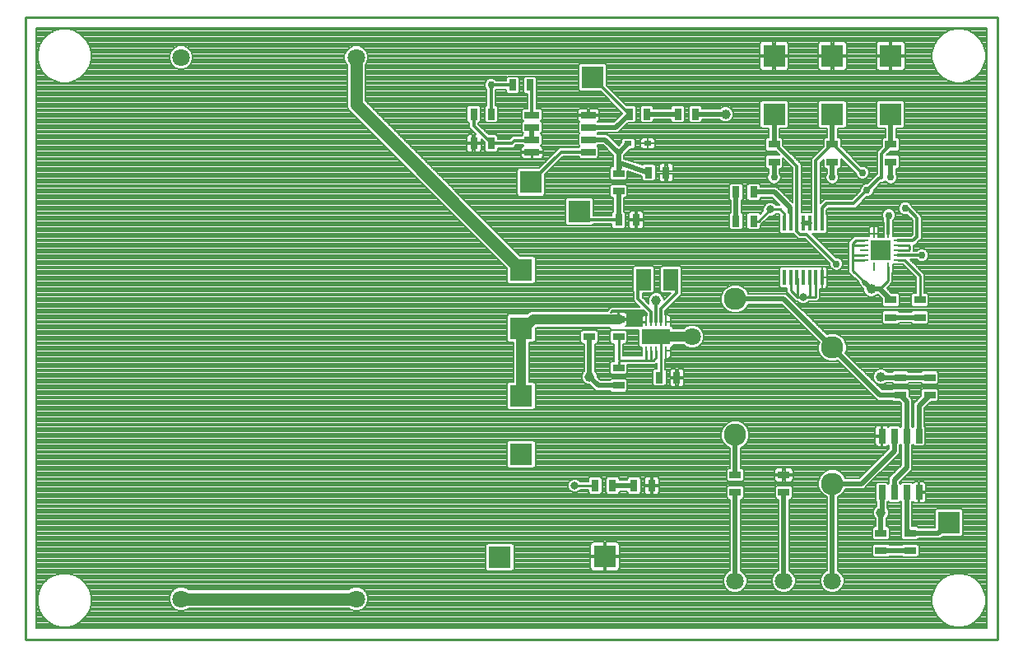
<source format=gtl>
G75*
%MOIN*%
%OFA0B0*%
%FSLAX25Y25*%
%IPPOS*%
%LPD*%
%AMOC8*
5,1,8,0,0,1.08239X$1,22.5*
%
%ADD10R,0.01102X0.03346*%
%ADD11R,0.11811X0.06299*%
%ADD12R,0.06299X0.08661*%
%ADD13R,0.04724X0.03150*%
%ADD14R,0.03150X0.04724*%
%ADD15R,0.09000X0.09000*%
%ADD16R,0.02756X0.05906*%
%ADD17R,0.08071X0.08071*%
%ADD18R,0.03346X0.01102*%
%ADD19R,0.01378X0.06299*%
%ADD20R,0.05906X0.02756*%
%ADD21R,0.03150X0.01969*%
%ADD22C,0.07087*%
%ADD23C,0.09035*%
%ADD24C,0.01200*%
%ADD25C,0.00787*%
%ADD26C,0.04000*%
%ADD27C,0.00500*%
%ADD28C,0.01000*%
%ADD29C,0.03962*%
%ADD30C,0.02000*%
%ADD31C,0.02978*%
%ADD32C,0.02008*%
%ADD33C,0.01181*%
%ADD34C,0.03175*%
%ADD35C,0.05000*%
D10*
X0253417Y0118732D03*
X0255386Y0118732D03*
X0257354Y0118732D03*
X0259323Y0118732D03*
X0261291Y0118732D03*
X0261291Y0130346D03*
X0259323Y0130346D03*
X0257354Y0130346D03*
X0255386Y0130346D03*
X0253417Y0130346D03*
X0345504Y0152689D03*
X0351409Y0152689D03*
X0351409Y0166272D03*
X0345504Y0166272D03*
D11*
X0257354Y0124539D03*
D12*
X0252394Y0147669D03*
X0263417Y0147669D03*
D13*
X0242157Y0131528D03*
X0242157Y0124441D03*
X0230346Y0124441D03*
X0230346Y0131528D03*
X0242157Y0111843D03*
X0242157Y0104756D03*
X0289402Y0068535D03*
X0289402Y0061449D03*
X0309087Y0061449D03*
X0309087Y0068535D03*
X0348457Y0044913D03*
X0348457Y0037827D03*
X0360268Y0037827D03*
X0360268Y0044913D03*
X0356331Y0100819D03*
X0356331Y0107906D03*
X0368142Y0107906D03*
X0368142Y0100819D03*
X0364205Y0132315D03*
X0364205Y0139402D03*
X0352394Y0139402D03*
X0352394Y0132315D03*
X0352394Y0195307D03*
X0352394Y0202394D03*
X0328772Y0202394D03*
X0328772Y0195307D03*
X0305150Y0195307D03*
X0305150Y0202394D03*
X0242157Y0190583D03*
X0242157Y0183496D03*
D14*
X0254362Y0190976D03*
X0261449Y0190976D03*
X0289795Y0183102D03*
X0296882Y0183102D03*
X0296882Y0171291D03*
X0289795Y0171291D03*
X0249283Y0171803D03*
X0242197Y0171803D03*
X0190583Y0202787D03*
X0183496Y0202787D03*
X0183496Y0214598D03*
X0190583Y0214598D03*
X0199244Y0226409D03*
X0206331Y0226409D03*
X0246488Y0214598D03*
X0253575Y0214598D03*
X0266173Y0214598D03*
X0273260Y0214598D03*
X0265780Y0107906D03*
X0258693Y0107906D03*
X0255543Y0064205D03*
X0248457Y0064205D03*
X0239795Y0064205D03*
X0232709Y0064205D03*
D15*
X0202787Y0076803D03*
X0202787Y0100425D03*
X0202787Y0127984D03*
X0202787Y0151606D03*
X0226409Y0175228D03*
X0206724Y0187039D03*
X0231528Y0229559D03*
X0305150Y0238220D03*
X0328772Y0238220D03*
X0352394Y0238220D03*
X0352394Y0214598D03*
X0328772Y0214598D03*
X0305150Y0214598D03*
X0376016Y0049244D03*
X0236646Y0035465D03*
X0194126Y0035071D03*
D16*
X0348831Y0061449D03*
X0353831Y0061449D03*
X0358831Y0061449D03*
X0363831Y0061449D03*
X0363831Y0084283D03*
X0358831Y0084283D03*
X0353831Y0084283D03*
X0348831Y0084283D03*
D17*
X0348457Y0159480D03*
D18*
X0341665Y0159480D03*
X0341665Y0157512D03*
X0341665Y0155543D03*
X0341665Y0161449D03*
X0341665Y0163417D03*
X0355248Y0163417D03*
X0355248Y0161449D03*
X0355248Y0159480D03*
X0355248Y0157512D03*
X0355248Y0155543D03*
D19*
X0324638Y0148457D03*
X0322079Y0148457D03*
X0319520Y0148457D03*
X0316961Y0148457D03*
X0314402Y0148457D03*
X0311843Y0148457D03*
X0309283Y0148457D03*
X0309283Y0170504D03*
X0311843Y0170504D03*
X0314402Y0170504D03*
X0316961Y0170504D03*
X0319520Y0170504D03*
X0322079Y0170504D03*
X0324638Y0170504D03*
D20*
X0229953Y0199224D03*
X0229953Y0204224D03*
X0229953Y0209224D03*
X0229953Y0214224D03*
X0207118Y0214224D03*
X0207118Y0209224D03*
X0207118Y0204224D03*
X0207118Y0199224D03*
D21*
X0246094Y0202787D03*
X0253969Y0202787D03*
D22*
X0135858Y0237630D03*
X0064992Y0237630D03*
X0272000Y0124488D03*
X0289402Y0025622D03*
X0309087Y0025622D03*
X0328772Y0025622D03*
X0135858Y0018339D03*
X0064992Y0018339D03*
D23*
X0289402Y0084677D03*
X0328772Y0064992D03*
X0328772Y0120110D03*
X0289402Y0139795D03*
D24*
X0265780Y0142157D02*
X0265780Y0145307D01*
X0263417Y0147669D01*
X0265780Y0142157D02*
X0259321Y0135698D01*
X0259323Y0130346D01*
X0257354Y0130346D02*
X0257349Y0139199D01*
X0255392Y0134435D02*
X0250031Y0139795D01*
X0250031Y0145307D01*
X0252394Y0147669D01*
X0255392Y0134435D02*
X0255386Y0130346D01*
X0311843Y0170504D02*
X0311843Y0174638D01*
X0311528Y0174953D01*
D25*
X0312610Y0178754D02*
X0307350Y0184014D01*
X0306061Y0185303D01*
X0299657Y0185303D01*
X0299657Y0185962D01*
X0298954Y0186665D01*
X0294810Y0186665D01*
X0294106Y0185962D01*
X0294106Y0180243D01*
X0294810Y0179539D01*
X0298954Y0179539D01*
X0299657Y0180243D01*
X0299657Y0180902D01*
X0304238Y0180902D01*
X0307423Y0177717D01*
X0305817Y0177717D01*
X0305154Y0178379D01*
X0304129Y0178804D01*
X0303020Y0178804D01*
X0301995Y0178379D01*
X0301211Y0177595D01*
X0300787Y0176570D01*
X0300787Y0175633D01*
X0299481Y0174327D01*
X0298954Y0174854D01*
X0294810Y0174854D01*
X0294106Y0174151D01*
X0294106Y0168432D01*
X0294810Y0167728D01*
X0298954Y0167728D01*
X0299657Y0168432D01*
X0299657Y0169693D01*
X0303192Y0173228D01*
X0304129Y0173228D01*
X0305154Y0173652D01*
X0305817Y0174315D01*
X0306807Y0174315D01*
X0307394Y0173729D01*
X0307394Y0166857D01*
X0308097Y0166154D01*
X0310470Y0166154D01*
X0310563Y0166247D01*
X0310656Y0166154D01*
X0312973Y0166154D01*
X0314954Y0164172D01*
X0317609Y0164172D01*
X0327657Y0154125D01*
X0327657Y0153433D01*
X0328066Y0152445D01*
X0328823Y0151688D01*
X0329811Y0151279D01*
X0330881Y0151279D01*
X0331870Y0151688D01*
X0332627Y0152445D01*
X0333036Y0153433D01*
X0333036Y0154504D01*
X0332627Y0155492D01*
X0331870Y0156249D01*
X0330881Y0156658D01*
X0330190Y0156658D01*
X0320695Y0166154D01*
X0320706Y0166154D01*
X0320799Y0166247D01*
X0320892Y0166154D01*
X0323265Y0166154D01*
X0323358Y0166247D01*
X0323451Y0166154D01*
X0325824Y0166154D01*
X0326528Y0166857D01*
X0326528Y0174151D01*
X0326429Y0174249D01*
X0326429Y0175864D01*
X0327151Y0176587D01*
X0338146Y0176587D01*
X0342631Y0181072D01*
X0343322Y0181072D01*
X0344311Y0181481D01*
X0345067Y0182238D01*
X0345477Y0183226D01*
X0345477Y0183918D01*
X0348456Y0186897D01*
X0349383Y0186897D01*
X0350071Y0187586D01*
X0350113Y0187484D01*
X0350870Y0186728D01*
X0351859Y0186318D01*
X0352929Y0186318D01*
X0353917Y0186728D01*
X0354674Y0187484D01*
X0355083Y0188473D01*
X0355083Y0189543D01*
X0354674Y0190531D01*
X0354598Y0190607D01*
X0354598Y0192531D01*
X0355253Y0192531D01*
X0355957Y0193235D01*
X0355957Y0197379D01*
X0355253Y0198083D01*
X0350616Y0198083D01*
X0352151Y0199618D01*
X0355253Y0199618D01*
X0355957Y0200322D01*
X0355957Y0204466D01*
X0355253Y0205169D01*
X0354598Y0205169D01*
X0354598Y0208898D01*
X0357391Y0208898D01*
X0358094Y0209601D01*
X0358094Y0219596D01*
X0357391Y0220299D01*
X0347396Y0220299D01*
X0346693Y0219596D01*
X0346693Y0209601D01*
X0347396Y0208898D01*
X0350189Y0208898D01*
X0350189Y0205169D01*
X0349534Y0205169D01*
X0348831Y0204466D01*
X0348831Y0201364D01*
X0346850Y0199383D01*
X0346850Y0190357D01*
X0342944Y0186451D01*
X0342252Y0186451D01*
X0341263Y0186042D01*
X0340507Y0185285D01*
X0340097Y0184296D01*
X0340097Y0183605D01*
X0336662Y0180169D01*
X0325667Y0180169D01*
X0324618Y0179120D01*
X0323870Y0178372D01*
X0323870Y0194959D01*
X0325209Y0196297D01*
X0325209Y0193235D01*
X0325912Y0192531D01*
X0326567Y0192531D01*
X0326567Y0190607D01*
X0326491Y0190531D01*
X0326082Y0189543D01*
X0326082Y0188473D01*
X0326491Y0187484D01*
X0327248Y0186728D01*
X0328237Y0186318D01*
X0329307Y0186318D01*
X0330295Y0186728D01*
X0331052Y0187484D01*
X0331461Y0188473D01*
X0331461Y0189543D01*
X0331052Y0190531D01*
X0330976Y0190607D01*
X0330976Y0192531D01*
X0331631Y0192531D01*
X0332335Y0193235D01*
X0332335Y0196614D01*
X0338287Y0190662D01*
X0338287Y0190441D01*
X0338696Y0189453D01*
X0339453Y0188696D01*
X0340441Y0188287D01*
X0341511Y0188287D01*
X0342500Y0188696D01*
X0343257Y0189453D01*
X0343666Y0190441D01*
X0343666Y0191511D01*
X0343257Y0192500D01*
X0342500Y0193257D01*
X0341511Y0193666D01*
X0340441Y0193666D01*
X0340376Y0193639D01*
X0332335Y0201681D01*
X0332335Y0204466D01*
X0331631Y0205169D01*
X0330976Y0205169D01*
X0330976Y0208898D01*
X0333769Y0208898D01*
X0334472Y0209601D01*
X0334472Y0219596D01*
X0333769Y0220299D01*
X0323774Y0220299D01*
X0323071Y0219596D01*
X0323071Y0209601D01*
X0323774Y0208898D01*
X0326567Y0208898D01*
X0326567Y0205169D01*
X0325912Y0205169D01*
X0325209Y0204466D01*
X0325209Y0201364D01*
X0320287Y0196443D01*
X0320287Y0174854D01*
X0318333Y0174854D01*
X0318240Y0174761D01*
X0318147Y0174854D01*
X0316193Y0174854D01*
X0316193Y0194382D01*
X0308713Y0201862D01*
X0308713Y0204466D01*
X0308009Y0205169D01*
X0307354Y0205169D01*
X0307354Y0208898D01*
X0310147Y0208898D01*
X0310850Y0209601D01*
X0310850Y0219596D01*
X0310147Y0220299D01*
X0300152Y0220299D01*
X0299449Y0219596D01*
X0299449Y0209601D01*
X0300152Y0208898D01*
X0302945Y0208898D01*
X0302945Y0205169D01*
X0302290Y0205169D01*
X0301587Y0204466D01*
X0301587Y0200322D01*
X0302290Y0199618D01*
X0305890Y0199618D01*
X0307425Y0198083D01*
X0302290Y0198083D01*
X0301587Y0197379D01*
X0301587Y0193235D01*
X0302290Y0192531D01*
X0302945Y0192531D01*
X0302945Y0190607D01*
X0302869Y0190531D01*
X0302460Y0189543D01*
X0302460Y0188473D01*
X0302869Y0187484D01*
X0303626Y0186728D01*
X0304615Y0186318D01*
X0305685Y0186318D01*
X0306673Y0186728D01*
X0307430Y0187484D01*
X0307839Y0188473D01*
X0307839Y0189543D01*
X0307430Y0190531D01*
X0307354Y0190607D01*
X0307354Y0192531D01*
X0308009Y0192531D01*
X0308713Y0193235D01*
X0308713Y0196795D01*
X0312610Y0192898D01*
X0312610Y0178754D01*
X0312610Y0178830D02*
X0312534Y0178830D01*
X0312610Y0179616D02*
X0311748Y0179616D01*
X0310962Y0180402D02*
X0312610Y0180402D01*
X0312610Y0181188D02*
X0310176Y0181188D01*
X0309390Y0181974D02*
X0312610Y0181974D01*
X0312610Y0182760D02*
X0308604Y0182760D01*
X0307818Y0183546D02*
X0312610Y0183546D01*
X0312610Y0184332D02*
X0307033Y0184332D01*
X0306247Y0185118D02*
X0312610Y0185118D01*
X0312610Y0185904D02*
X0299657Y0185904D01*
X0302878Y0187475D02*
X0263839Y0187475D01*
X0263879Y0187499D02*
X0264139Y0187758D01*
X0264322Y0188076D01*
X0264417Y0188431D01*
X0264417Y0190583D01*
X0261843Y0190583D01*
X0261843Y0191370D01*
X0264417Y0191370D01*
X0264417Y0193522D01*
X0264322Y0193877D01*
X0264139Y0194194D01*
X0263879Y0194454D01*
X0263562Y0194637D01*
X0263207Y0194732D01*
X0261842Y0194732D01*
X0261842Y0191370D01*
X0261055Y0191370D01*
X0261055Y0190583D01*
X0258480Y0190583D01*
X0258480Y0188431D01*
X0258575Y0188076D01*
X0258759Y0187758D01*
X0259018Y0187499D01*
X0259336Y0187315D01*
X0259691Y0187220D01*
X0261055Y0187220D01*
X0261055Y0190583D01*
X0261842Y0190583D01*
X0261842Y0187220D01*
X0263207Y0187220D01*
X0263562Y0187315D01*
X0263879Y0187499D01*
X0264372Y0188261D02*
X0302547Y0188261D01*
X0302460Y0189047D02*
X0264417Y0189047D01*
X0264417Y0189833D02*
X0302580Y0189833D01*
X0302945Y0190619D02*
X0261843Y0190619D01*
X0261842Y0189833D02*
X0261055Y0189833D01*
X0261055Y0189047D02*
X0261842Y0189047D01*
X0261842Y0188261D02*
X0261055Y0188261D01*
X0261055Y0187475D02*
X0261842Y0187475D01*
X0259059Y0187475D02*
X0256496Y0187475D01*
X0256434Y0187413D02*
X0257138Y0188117D01*
X0257138Y0193836D01*
X0256434Y0194539D01*
X0252290Y0194539D01*
X0251876Y0194125D01*
X0244358Y0196631D01*
X0244358Y0197939D01*
X0247022Y0200602D01*
X0248167Y0200602D01*
X0248870Y0201306D01*
X0248870Y0204269D01*
X0248167Y0204972D01*
X0247022Y0204972D01*
X0247006Y0204988D01*
X0245183Y0204988D01*
X0245167Y0204972D01*
X0244022Y0204972D01*
X0243319Y0204269D01*
X0243319Y0203124D01*
X0242157Y0201963D01*
X0237695Y0206425D01*
X0233781Y0206425D01*
X0233482Y0206724D01*
X0233781Y0207024D01*
X0242026Y0207024D01*
X0246038Y0211035D01*
X0248560Y0211035D01*
X0249264Y0211739D01*
X0249264Y0217458D01*
X0248560Y0218161D01*
X0245330Y0218161D01*
X0237228Y0226264D01*
X0237228Y0234556D01*
X0236525Y0235260D01*
X0226530Y0235260D01*
X0225827Y0234556D01*
X0225827Y0224562D01*
X0226530Y0223858D01*
X0234823Y0223858D01*
X0243713Y0214969D01*
X0243713Y0214935D01*
X0240203Y0211425D01*
X0233781Y0211425D01*
X0233580Y0211626D01*
X0233761Y0211731D01*
X0234021Y0211991D01*
X0234204Y0212309D01*
X0234299Y0212663D01*
X0234299Y0213929D01*
X0230248Y0213929D01*
X0230248Y0214520D01*
X0229657Y0214520D01*
X0229657Y0213929D01*
X0225606Y0213929D01*
X0225606Y0212663D01*
X0225701Y0212309D01*
X0225885Y0211991D01*
X0226144Y0211731D01*
X0226326Y0211626D01*
X0225799Y0211100D01*
X0225799Y0207349D01*
X0226424Y0206724D01*
X0225799Y0206100D01*
X0225799Y0202349D01*
X0226424Y0201724D01*
X0225799Y0201100D01*
X0225799Y0201016D01*
X0218167Y0201016D01*
X0217118Y0199966D01*
X0209892Y0192740D01*
X0201727Y0192740D01*
X0201024Y0192037D01*
X0201024Y0182042D01*
X0201727Y0181339D01*
X0211722Y0181339D01*
X0212425Y0182042D01*
X0212425Y0190207D01*
X0219651Y0197433D01*
X0225799Y0197433D01*
X0225799Y0197349D01*
X0226503Y0196646D01*
X0233403Y0196646D01*
X0234106Y0197349D01*
X0234106Y0201100D01*
X0233482Y0201724D01*
X0233781Y0202024D01*
X0235872Y0202024D01*
X0239957Y0197939D01*
X0239957Y0193358D01*
X0239298Y0193358D01*
X0238594Y0192655D01*
X0238594Y0188510D01*
X0239298Y0187807D01*
X0245017Y0187807D01*
X0245720Y0188510D01*
X0245720Y0191537D01*
X0251587Y0189582D01*
X0251587Y0188117D01*
X0252290Y0187413D01*
X0256434Y0187413D01*
X0257138Y0188261D02*
X0258526Y0188261D01*
X0258480Y0189047D02*
X0257138Y0189047D01*
X0257138Y0189833D02*
X0258480Y0189833D01*
X0258480Y0191370D02*
X0261055Y0191370D01*
X0261055Y0194732D01*
X0259691Y0194732D01*
X0259336Y0194637D01*
X0259018Y0194454D01*
X0258759Y0194194D01*
X0258575Y0193877D01*
X0258480Y0193522D01*
X0258480Y0191370D01*
X0258480Y0191405D02*
X0257138Y0191405D01*
X0257138Y0190619D02*
X0261055Y0190619D01*
X0261055Y0191405D02*
X0261842Y0191405D01*
X0261842Y0192191D02*
X0261055Y0192191D01*
X0261055Y0192977D02*
X0261842Y0192977D01*
X0261842Y0193763D02*
X0261055Y0193763D01*
X0261055Y0194549D02*
X0261842Y0194549D01*
X0263715Y0194549D02*
X0301587Y0194549D01*
X0301587Y0195335D02*
X0248247Y0195335D01*
X0245889Y0196120D02*
X0301587Y0196120D01*
X0301587Y0196906D02*
X0244358Y0196906D01*
X0244358Y0197692D02*
X0301900Y0197692D01*
X0301858Y0200050D02*
X0246470Y0200050D01*
X0245684Y0199264D02*
X0306244Y0199264D01*
X0307030Y0198478D02*
X0244898Y0198478D01*
X0248400Y0200836D02*
X0251390Y0200836D01*
X0251278Y0200947D02*
X0251538Y0200688D01*
X0251856Y0200504D01*
X0252210Y0200409D01*
X0253870Y0200409D01*
X0253870Y0202689D01*
X0251000Y0202689D01*
X0251000Y0201620D01*
X0251095Y0201265D01*
X0251278Y0200947D01*
X0251000Y0201622D02*
X0248870Y0201622D01*
X0248870Y0202408D02*
X0251000Y0202408D01*
X0251000Y0202886D02*
X0253870Y0202886D01*
X0253870Y0205165D01*
X0252210Y0205165D01*
X0251856Y0205070D01*
X0251538Y0204887D01*
X0251278Y0204627D01*
X0251095Y0204310D01*
X0251000Y0203955D01*
X0251000Y0202886D01*
X0251000Y0203194D02*
X0248870Y0203194D01*
X0248870Y0203980D02*
X0251007Y0203980D01*
X0251417Y0204766D02*
X0248374Y0204766D01*
X0243815Y0204766D02*
X0239355Y0204766D01*
X0238569Y0205551D02*
X0302945Y0205551D01*
X0302945Y0206337D02*
X0237783Y0206337D01*
X0240141Y0203980D02*
X0243319Y0203980D01*
X0243319Y0203194D02*
X0240927Y0203194D01*
X0241712Y0202408D02*
X0242602Y0202408D01*
X0239417Y0198478D02*
X0234106Y0198478D01*
X0234106Y0197692D02*
X0239957Y0197692D01*
X0239957Y0196906D02*
X0233664Y0196906D01*
X0234106Y0199264D02*
X0238631Y0199264D01*
X0237845Y0200050D02*
X0234106Y0200050D01*
X0234106Y0200836D02*
X0237060Y0200836D01*
X0236274Y0201622D02*
X0233584Y0201622D01*
X0226321Y0201622D02*
X0211022Y0201622D01*
X0210927Y0201718D02*
X0210745Y0201822D01*
X0211272Y0202349D01*
X0211272Y0206100D01*
X0210647Y0206724D01*
X0211272Y0207349D01*
X0211272Y0211100D01*
X0210647Y0211724D01*
X0211272Y0212349D01*
X0211272Y0216100D01*
X0210568Y0216803D01*
X0208909Y0216803D01*
X0208909Y0223353D01*
X0209106Y0223550D01*
X0209106Y0229269D01*
X0208403Y0229972D01*
X0204259Y0229972D01*
X0203555Y0229269D01*
X0203555Y0223550D01*
X0204259Y0222846D01*
X0205327Y0222846D01*
X0205327Y0216803D01*
X0203668Y0216803D01*
X0202965Y0216100D01*
X0202965Y0212349D01*
X0203589Y0211724D01*
X0202965Y0211100D01*
X0202965Y0207349D01*
X0203589Y0206724D01*
X0202965Y0206100D01*
X0202965Y0205760D01*
X0199289Y0205760D01*
X0198108Y0204579D01*
X0193358Y0204579D01*
X0193358Y0205647D01*
X0192655Y0206350D01*
X0189553Y0206350D01*
X0185287Y0210616D01*
X0185287Y0211035D01*
X0185568Y0211035D01*
X0186272Y0211739D01*
X0186272Y0217458D01*
X0185568Y0218161D01*
X0181424Y0218161D01*
X0180720Y0217458D01*
X0180720Y0211739D01*
X0181424Y0211035D01*
X0181705Y0211035D01*
X0181705Y0209132D01*
X0182754Y0208083D01*
X0184293Y0206543D01*
X0183890Y0206543D01*
X0183890Y0203181D01*
X0186465Y0203181D01*
X0186465Y0204372D01*
X0187807Y0203030D01*
X0187807Y0199928D01*
X0188510Y0199224D01*
X0192655Y0199224D01*
X0193358Y0199928D01*
X0193358Y0200996D01*
X0199592Y0200996D01*
X0200642Y0202045D01*
X0200773Y0202177D01*
X0203136Y0202177D01*
X0203491Y0201822D01*
X0203310Y0201718D01*
X0203050Y0201458D01*
X0202867Y0201140D01*
X0202772Y0200786D01*
X0202772Y0199520D01*
X0206823Y0199520D01*
X0206823Y0198929D01*
X0207413Y0198929D01*
X0207413Y0196453D01*
X0210254Y0196453D01*
X0210609Y0196548D01*
X0210927Y0196731D01*
X0211186Y0196991D01*
X0211370Y0197309D01*
X0211465Y0197663D01*
X0211465Y0198929D01*
X0207413Y0198929D01*
X0207413Y0199520D01*
X0211465Y0199520D01*
X0211465Y0200786D01*
X0211370Y0201140D01*
X0211186Y0201458D01*
X0210927Y0201718D01*
X0211272Y0202408D02*
X0225799Y0202408D01*
X0225799Y0203194D02*
X0211272Y0203194D01*
X0211272Y0203980D02*
X0225799Y0203980D01*
X0225799Y0204766D02*
X0211272Y0204766D01*
X0211272Y0205551D02*
X0225799Y0205551D01*
X0226037Y0206337D02*
X0211034Y0206337D01*
X0211046Y0207123D02*
X0226025Y0207123D01*
X0225799Y0207909D02*
X0211272Y0207909D01*
X0211272Y0208695D02*
X0225799Y0208695D01*
X0225799Y0209481D02*
X0211272Y0209481D01*
X0211272Y0210267D02*
X0225799Y0210267D01*
X0225799Y0211053D02*
X0211272Y0211053D01*
X0210761Y0211839D02*
X0226037Y0211839D01*
X0225617Y0212625D02*
X0211272Y0212625D01*
X0211272Y0213411D02*
X0225606Y0213411D01*
X0225606Y0214520D02*
X0229657Y0214520D01*
X0229657Y0216996D01*
X0226817Y0216996D01*
X0226462Y0216901D01*
X0226144Y0216718D01*
X0225885Y0216458D01*
X0225701Y0216140D01*
X0225606Y0215786D01*
X0225606Y0214520D01*
X0225606Y0214982D02*
X0211272Y0214982D01*
X0211272Y0214196D02*
X0229657Y0214196D01*
X0230248Y0214196D02*
X0242974Y0214196D01*
X0243699Y0214982D02*
X0234299Y0214982D01*
X0234299Y0214520D02*
X0234299Y0215786D01*
X0234204Y0216140D01*
X0234021Y0216458D01*
X0233761Y0216718D01*
X0233443Y0216901D01*
X0233089Y0216996D01*
X0230248Y0216996D01*
X0230248Y0214520D01*
X0234299Y0214520D01*
X0234299Y0213411D02*
X0242188Y0213411D01*
X0241402Y0212625D02*
X0234289Y0212625D01*
X0233869Y0211839D02*
X0240616Y0211839D01*
X0244483Y0209481D02*
X0299569Y0209481D01*
X0299449Y0210267D02*
X0245269Y0210267D01*
X0243697Y0208695D02*
X0302945Y0208695D01*
X0302945Y0207909D02*
X0242911Y0207909D01*
X0242125Y0207123D02*
X0302945Y0207123D01*
X0301886Y0204766D02*
X0256520Y0204766D01*
X0256399Y0204887D02*
X0256081Y0205070D01*
X0255727Y0205165D01*
X0254067Y0205165D01*
X0254067Y0202886D01*
X0253870Y0202886D01*
X0253870Y0202689D01*
X0254067Y0202689D01*
X0254067Y0202886D01*
X0256937Y0202886D01*
X0256937Y0203955D01*
X0256842Y0204310D01*
X0256659Y0204627D01*
X0256399Y0204887D01*
X0256930Y0203980D02*
X0301587Y0203980D01*
X0301587Y0203194D02*
X0256937Y0203194D01*
X0256937Y0202689D02*
X0256937Y0201620D01*
X0256842Y0201265D01*
X0256659Y0200947D01*
X0256399Y0200688D01*
X0256081Y0200504D01*
X0255727Y0200409D01*
X0254067Y0200409D01*
X0254067Y0202689D01*
X0256937Y0202689D01*
X0256937Y0202408D02*
X0301587Y0202408D01*
X0301587Y0201622D02*
X0256937Y0201622D01*
X0256547Y0200836D02*
X0301587Y0200836D01*
X0307354Y0205551D02*
X0326567Y0205551D01*
X0326567Y0206337D02*
X0307354Y0206337D01*
X0307354Y0207123D02*
X0326567Y0207123D01*
X0326567Y0207909D02*
X0307354Y0207909D01*
X0307354Y0208695D02*
X0326567Y0208695D01*
X0323191Y0209481D02*
X0310730Y0209481D01*
X0310850Y0210267D02*
X0323071Y0210267D01*
X0323071Y0211053D02*
X0310850Y0211053D01*
X0310850Y0211839D02*
X0323071Y0211839D01*
X0323071Y0212625D02*
X0310850Y0212625D01*
X0310850Y0213411D02*
X0323071Y0213411D01*
X0323071Y0214196D02*
X0310850Y0214196D01*
X0310850Y0214982D02*
X0323071Y0214982D01*
X0323071Y0215768D02*
X0310850Y0215768D01*
X0310850Y0216554D02*
X0323071Y0216554D01*
X0323071Y0217340D02*
X0310850Y0217340D01*
X0310850Y0218126D02*
X0323071Y0218126D01*
X0323071Y0218912D02*
X0310850Y0218912D01*
X0310748Y0219698D02*
X0323173Y0219698D01*
X0334370Y0219698D02*
X0346795Y0219698D01*
X0346693Y0218912D02*
X0334472Y0218912D01*
X0334472Y0218126D02*
X0346693Y0218126D01*
X0346693Y0217340D02*
X0334472Y0217340D01*
X0334472Y0216554D02*
X0346693Y0216554D01*
X0346693Y0215768D02*
X0334472Y0215768D01*
X0334472Y0214982D02*
X0346693Y0214982D01*
X0346693Y0214196D02*
X0334472Y0214196D01*
X0334472Y0213411D02*
X0346693Y0213411D01*
X0346693Y0212625D02*
X0334472Y0212625D01*
X0334472Y0211839D02*
X0346693Y0211839D01*
X0346693Y0211053D02*
X0334472Y0211053D01*
X0334472Y0210267D02*
X0346693Y0210267D01*
X0346813Y0209481D02*
X0334352Y0209481D01*
X0330976Y0208695D02*
X0350189Y0208695D01*
X0350189Y0207909D02*
X0330976Y0207909D01*
X0330976Y0207123D02*
X0350189Y0207123D01*
X0350189Y0206337D02*
X0330976Y0206337D01*
X0330976Y0205551D02*
X0350189Y0205551D01*
X0349130Y0204766D02*
X0332035Y0204766D01*
X0332335Y0203980D02*
X0348831Y0203980D01*
X0348831Y0203194D02*
X0332335Y0203194D01*
X0332335Y0202408D02*
X0348831Y0202408D01*
X0348831Y0201622D02*
X0332394Y0201622D01*
X0333180Y0200836D02*
X0348303Y0200836D01*
X0347517Y0200050D02*
X0333965Y0200050D01*
X0334751Y0199264D02*
X0346850Y0199264D01*
X0346850Y0198478D02*
X0335537Y0198478D01*
X0336323Y0197692D02*
X0346850Y0197692D01*
X0346850Y0196906D02*
X0337109Y0196906D01*
X0337895Y0196120D02*
X0346850Y0196120D01*
X0346850Y0195335D02*
X0338681Y0195335D01*
X0339467Y0194549D02*
X0346850Y0194549D01*
X0346850Y0193763D02*
X0340253Y0193763D01*
X0342780Y0192977D02*
X0346850Y0192977D01*
X0346850Y0192191D02*
X0343385Y0192191D01*
X0343666Y0191405D02*
X0346850Y0191405D01*
X0346850Y0190619D02*
X0343666Y0190619D01*
X0343414Y0189833D02*
X0346326Y0189833D01*
X0345540Y0189047D02*
X0342851Y0189047D01*
X0343968Y0187475D02*
X0331043Y0187475D01*
X0331374Y0188261D02*
X0344754Y0188261D01*
X0343182Y0186690D02*
X0330203Y0186690D01*
X0331461Y0189047D02*
X0339102Y0189047D01*
X0338539Y0189833D02*
X0331341Y0189833D01*
X0330976Y0190619D02*
X0338287Y0190619D01*
X0337544Y0191405D02*
X0330976Y0191405D01*
X0330976Y0192191D02*
X0336758Y0192191D01*
X0335972Y0192977D02*
X0332077Y0192977D01*
X0332335Y0193763D02*
X0335186Y0193763D01*
X0334400Y0194549D02*
X0332335Y0194549D01*
X0332335Y0195335D02*
X0333614Y0195335D01*
X0332828Y0196120D02*
X0332335Y0196120D01*
X0325209Y0196120D02*
X0325032Y0196120D01*
X0325209Y0195335D02*
X0324246Y0195335D01*
X0323870Y0194549D02*
X0325209Y0194549D01*
X0325209Y0193763D02*
X0323870Y0193763D01*
X0323870Y0192977D02*
X0325467Y0192977D01*
X0326567Y0192191D02*
X0323870Y0192191D01*
X0323870Y0191405D02*
X0326567Y0191405D01*
X0326567Y0190619D02*
X0323870Y0190619D01*
X0323870Y0189833D02*
X0326202Y0189833D01*
X0326082Y0189047D02*
X0323870Y0189047D01*
X0323870Y0188261D02*
X0326169Y0188261D01*
X0326500Y0187475D02*
X0323870Y0187475D01*
X0323870Y0186690D02*
X0327340Y0186690D01*
X0323870Y0185904D02*
X0341125Y0185904D01*
X0340438Y0185118D02*
X0323870Y0185118D01*
X0323870Y0184332D02*
X0340112Y0184332D01*
X0340038Y0183546D02*
X0323870Y0183546D01*
X0323870Y0182760D02*
X0339252Y0182760D01*
X0338466Y0181974D02*
X0323870Y0181974D01*
X0323870Y0181188D02*
X0337681Y0181188D01*
X0336895Y0180402D02*
X0323870Y0180402D01*
X0323870Y0179616D02*
X0325114Y0179616D01*
X0324329Y0178830D02*
X0323870Y0178830D01*
X0320287Y0178830D02*
X0316193Y0178830D01*
X0316193Y0178044D02*
X0320287Y0178044D01*
X0320287Y0177259D02*
X0316193Y0177259D01*
X0316193Y0176473D02*
X0320287Y0176473D01*
X0320287Y0175687D02*
X0316193Y0175687D01*
X0316193Y0174901D02*
X0320287Y0174901D01*
X0326429Y0174901D02*
X0349212Y0174901D01*
X0349326Y0175177D02*
X0348917Y0174189D01*
X0348917Y0173119D01*
X0349326Y0172130D01*
X0349421Y0172035D01*
X0349421Y0170943D01*
X0349618Y0170746D01*
X0349618Y0165530D01*
X0349657Y0165490D01*
X0349657Y0164717D01*
X0347449Y0164717D01*
X0347449Y0166272D01*
X0347449Y0168128D01*
X0347354Y0168483D01*
X0347170Y0168801D01*
X0346911Y0169060D01*
X0346593Y0169244D01*
X0346239Y0169339D01*
X0345504Y0169339D01*
X0345504Y0166272D01*
X0345504Y0166272D01*
X0345504Y0169339D01*
X0344769Y0169339D01*
X0344415Y0169244D01*
X0344097Y0169060D01*
X0343838Y0168801D01*
X0343654Y0168483D01*
X0343559Y0168128D01*
X0343559Y0166272D01*
X0345504Y0166272D01*
X0347449Y0166272D01*
X0345504Y0166272D01*
X0345504Y0166272D01*
X0345504Y0166272D01*
X0343559Y0166272D01*
X0343559Y0165169D01*
X0339495Y0165169D01*
X0339444Y0165118D01*
X0337516Y0165118D01*
X0336335Y0163937D01*
X0335339Y0162941D01*
X0335339Y0150508D01*
X0339465Y0146382D01*
X0339465Y0145675D01*
X0341338Y0143802D01*
X0341338Y0143099D01*
X0341822Y0141930D01*
X0342717Y0141035D01*
X0343887Y0140550D01*
X0345153Y0140550D01*
X0346322Y0141035D01*
X0346819Y0141531D01*
X0347151Y0141531D01*
X0348831Y0139852D01*
X0348831Y0137329D01*
X0349534Y0136626D01*
X0355253Y0136626D01*
X0355957Y0137329D01*
X0355957Y0141474D01*
X0355253Y0142177D01*
X0352730Y0142177D01*
X0350822Y0144086D01*
X0353110Y0146374D01*
X0353110Y0150467D01*
X0353161Y0150518D01*
X0353161Y0153791D01*
X0357252Y0153791D01*
X0362504Y0148540D01*
X0362504Y0142177D01*
X0361345Y0142177D01*
X0360642Y0141474D01*
X0360642Y0137329D01*
X0361345Y0136626D01*
X0367064Y0136626D01*
X0367768Y0137329D01*
X0367768Y0141474D01*
X0367064Y0142177D01*
X0365905Y0142177D01*
X0365905Y0149949D01*
X0360134Y0155720D01*
X0362980Y0155720D01*
X0363468Y0155232D01*
X0364457Y0154822D01*
X0365527Y0154822D01*
X0366516Y0155232D01*
X0367272Y0155988D01*
X0367682Y0156977D01*
X0367682Y0158047D01*
X0367272Y0159035D01*
X0366516Y0159792D01*
X0365527Y0160202D01*
X0364457Y0160202D01*
X0363468Y0159792D01*
X0362980Y0159303D01*
X0361575Y0159303D01*
X0361575Y0161626D01*
X0362191Y0161626D01*
X0363766Y0163201D01*
X0364815Y0164250D01*
X0364815Y0173214D01*
X0361272Y0176758D01*
X0360921Y0177108D01*
X0360579Y0177933D01*
X0359823Y0178690D01*
X0358834Y0179099D01*
X0357764Y0179099D01*
X0356776Y0178690D01*
X0356019Y0177933D01*
X0355609Y0176944D01*
X0355609Y0175874D01*
X0356019Y0174886D01*
X0356776Y0174129D01*
X0357764Y0173720D01*
X0358834Y0173720D01*
X0359123Y0173839D01*
X0361232Y0171730D01*
X0361232Y0165734D01*
X0360707Y0165209D01*
X0354506Y0165209D01*
X0354467Y0165169D01*
X0353161Y0165169D01*
X0353161Y0165490D01*
X0353201Y0165530D01*
X0353201Y0171444D01*
X0353887Y0172130D01*
X0354296Y0173119D01*
X0354296Y0174189D01*
X0353887Y0175177D01*
X0353130Y0175934D01*
X0352141Y0176343D01*
X0351071Y0176343D01*
X0350083Y0175934D01*
X0349326Y0175177D01*
X0349836Y0175687D02*
X0326429Y0175687D01*
X0327037Y0176473D02*
X0355609Y0176473D01*
X0355687Y0175687D02*
X0353377Y0175687D01*
X0354001Y0174901D02*
X0356013Y0174901D01*
X0356810Y0174115D02*
X0354296Y0174115D01*
X0354296Y0173329D02*
X0359634Y0173329D01*
X0360420Y0172543D02*
X0354058Y0172543D01*
X0353514Y0171757D02*
X0361206Y0171757D01*
X0361232Y0170971D02*
X0353201Y0170971D01*
X0353201Y0170185D02*
X0361232Y0170185D01*
X0361232Y0169399D02*
X0353201Y0169399D01*
X0353201Y0168614D02*
X0361232Y0168614D01*
X0361232Y0167828D02*
X0353201Y0167828D01*
X0353201Y0167042D02*
X0361232Y0167042D01*
X0361232Y0166256D02*
X0353201Y0166256D01*
X0353161Y0165470D02*
X0360968Y0165470D01*
X0363677Y0163112D02*
X0391307Y0163112D01*
X0391307Y0162326D02*
X0362891Y0162326D01*
X0361575Y0161540D02*
X0391307Y0161540D01*
X0391307Y0160754D02*
X0361575Y0160754D01*
X0361575Y0159968D02*
X0363894Y0159968D01*
X0366090Y0159968D02*
X0391307Y0159968D01*
X0391307Y0159183D02*
X0367125Y0159183D01*
X0367537Y0158397D02*
X0391307Y0158397D01*
X0391307Y0157611D02*
X0367682Y0157611D01*
X0367619Y0156825D02*
X0391307Y0156825D01*
X0391307Y0156039D02*
X0367293Y0156039D01*
X0366537Y0155253D02*
X0391307Y0155253D01*
X0391307Y0154467D02*
X0361387Y0154467D01*
X0362173Y0153681D02*
X0391307Y0153681D01*
X0391307Y0152895D02*
X0362959Y0152895D01*
X0363745Y0152109D02*
X0391307Y0152109D01*
X0391307Y0151323D02*
X0364531Y0151323D01*
X0365317Y0150538D02*
X0391307Y0150538D01*
X0391307Y0149752D02*
X0365905Y0149752D01*
X0365905Y0148966D02*
X0391307Y0148966D01*
X0391307Y0148180D02*
X0365905Y0148180D01*
X0365905Y0147394D02*
X0391307Y0147394D01*
X0391307Y0146608D02*
X0365905Y0146608D01*
X0365905Y0145822D02*
X0391307Y0145822D01*
X0391307Y0145036D02*
X0365905Y0145036D01*
X0365905Y0144250D02*
X0391307Y0144250D01*
X0391307Y0143464D02*
X0365905Y0143464D01*
X0365905Y0142678D02*
X0391307Y0142678D01*
X0391307Y0141892D02*
X0367349Y0141892D01*
X0367768Y0141107D02*
X0391307Y0141107D01*
X0391307Y0140321D02*
X0367768Y0140321D01*
X0367768Y0139535D02*
X0391307Y0139535D01*
X0391307Y0138749D02*
X0367768Y0138749D01*
X0367768Y0137963D02*
X0391307Y0137963D01*
X0391307Y0137177D02*
X0367615Y0137177D01*
X0367064Y0135091D02*
X0361345Y0135091D01*
X0360770Y0134516D01*
X0355828Y0134516D01*
X0355253Y0135091D01*
X0349534Y0135091D01*
X0348831Y0134387D01*
X0348831Y0130243D01*
X0349534Y0129539D01*
X0355253Y0129539D01*
X0355828Y0130114D01*
X0360770Y0130114D01*
X0361345Y0129539D01*
X0367064Y0129539D01*
X0367768Y0130243D01*
X0367768Y0134387D01*
X0367064Y0135091D01*
X0367336Y0134819D02*
X0391307Y0134819D01*
X0391307Y0134033D02*
X0367768Y0134033D01*
X0367768Y0133247D02*
X0391307Y0133247D01*
X0391307Y0132462D02*
X0367768Y0132462D01*
X0367768Y0131676D02*
X0391307Y0131676D01*
X0391307Y0130890D02*
X0367768Y0130890D01*
X0367629Y0130104D02*
X0391307Y0130104D01*
X0391307Y0129318D02*
X0322676Y0129318D01*
X0321890Y0130104D02*
X0348970Y0130104D01*
X0348831Y0130890D02*
X0321105Y0130890D01*
X0320319Y0131676D02*
X0348831Y0131676D01*
X0348831Y0132462D02*
X0319533Y0132462D01*
X0318747Y0133247D02*
X0348831Y0133247D01*
X0348831Y0134033D02*
X0317961Y0134033D01*
X0317175Y0134819D02*
X0349263Y0134819D01*
X0348983Y0137177D02*
X0314817Y0137177D01*
X0314031Y0137963D02*
X0315999Y0137963D01*
X0316406Y0137794D02*
X0317515Y0137794D01*
X0318540Y0138219D01*
X0319203Y0138882D01*
X0322783Y0138882D01*
X0323780Y0139878D01*
X0323780Y0143913D01*
X0324638Y0143913D01*
X0325510Y0143913D01*
X0325865Y0144008D01*
X0326183Y0144192D01*
X0326442Y0144451D01*
X0326625Y0144769D01*
X0326720Y0145124D01*
X0326720Y0148457D01*
X0326720Y0151790D01*
X0326625Y0152144D01*
X0326442Y0152462D01*
X0326183Y0152722D01*
X0325865Y0152905D01*
X0325510Y0153000D01*
X0324638Y0153000D01*
X0324638Y0148457D01*
X0324638Y0148457D01*
X0326720Y0148457D01*
X0324638Y0148457D01*
X0324638Y0148457D01*
X0324638Y0153000D01*
X0323765Y0153000D01*
X0323411Y0152905D01*
X0323241Y0152807D01*
X0320892Y0152807D01*
X0320799Y0152714D01*
X0320706Y0152807D01*
X0318333Y0152807D01*
X0318240Y0152714D01*
X0318147Y0152807D01*
X0315774Y0152807D01*
X0315681Y0152714D01*
X0315588Y0152807D01*
X0313215Y0152807D01*
X0313122Y0152714D01*
X0313029Y0152807D01*
X0310656Y0152807D01*
X0310563Y0152714D01*
X0310470Y0152807D01*
X0308097Y0152807D01*
X0307394Y0152104D01*
X0307394Y0144810D01*
X0308097Y0144106D01*
X0310142Y0144106D01*
X0310142Y0142634D01*
X0312898Y0139878D01*
X0313894Y0138882D01*
X0314718Y0138882D01*
X0315381Y0138219D01*
X0316406Y0137794D01*
X0317922Y0137963D02*
X0348831Y0137963D01*
X0348831Y0138749D02*
X0319070Y0138749D01*
X0316389Y0135605D02*
X0391307Y0135605D01*
X0391307Y0136391D02*
X0315603Y0136391D01*
X0314851Y0138749D02*
X0313245Y0138749D01*
X0313241Y0139535D02*
X0312459Y0139535D01*
X0312455Y0140321D02*
X0311674Y0140321D01*
X0311669Y0141107D02*
X0310888Y0141107D01*
X0310883Y0141892D02*
X0310102Y0141892D01*
X0309998Y0141996D02*
X0294680Y0141996D01*
X0294249Y0143035D01*
X0292641Y0144643D01*
X0290539Y0145514D01*
X0288264Y0145514D01*
X0286162Y0144643D01*
X0284554Y0143035D01*
X0283683Y0140933D01*
X0283683Y0138658D01*
X0284554Y0136556D01*
X0286162Y0134947D01*
X0288264Y0134077D01*
X0290539Y0134077D01*
X0292641Y0134947D01*
X0294249Y0136556D01*
X0294680Y0137594D01*
X0308175Y0137594D01*
X0323483Y0122286D01*
X0323053Y0121248D01*
X0323053Y0118973D01*
X0323924Y0116871D01*
X0325532Y0115262D01*
X0327634Y0114392D01*
X0329909Y0114392D01*
X0330948Y0114822D01*
X0347151Y0098618D01*
X0352896Y0098618D01*
X0353471Y0098043D01*
X0355994Y0098043D01*
X0356630Y0097407D01*
X0356630Y0088112D01*
X0356331Y0087812D01*
X0355706Y0088437D01*
X0351955Y0088437D01*
X0351429Y0087910D01*
X0351324Y0088092D01*
X0351064Y0088351D01*
X0350747Y0088535D01*
X0350392Y0088630D01*
X0349126Y0088630D01*
X0349126Y0084579D01*
X0348535Y0084579D01*
X0348535Y0083988D01*
X0346059Y0083988D01*
X0346059Y0081147D01*
X0346154Y0080793D01*
X0346338Y0080475D01*
X0346597Y0080215D01*
X0346915Y0080032D01*
X0347269Y0079937D01*
X0348535Y0079937D01*
X0348535Y0083988D01*
X0349126Y0083988D01*
X0349126Y0079937D01*
X0350392Y0079937D01*
X0350747Y0080032D01*
X0351064Y0080215D01*
X0351324Y0080475D01*
X0351429Y0080657D01*
X0351630Y0080455D01*
X0351630Y0079152D01*
X0339671Y0067193D01*
X0334050Y0067193D01*
X0333620Y0068231D01*
X0332011Y0069840D01*
X0329909Y0070711D01*
X0327634Y0070711D01*
X0325532Y0069840D01*
X0323924Y0068231D01*
X0323053Y0066130D01*
X0323053Y0063855D01*
X0323924Y0061753D01*
X0325532Y0060144D01*
X0326571Y0059714D01*
X0326571Y0029845D01*
X0326084Y0029644D01*
X0324750Y0028309D01*
X0324028Y0026566D01*
X0324028Y0024678D01*
X0324750Y0022935D01*
X0326084Y0021600D01*
X0327828Y0020878D01*
X0329715Y0020878D01*
X0331459Y0021600D01*
X0332793Y0022935D01*
X0333516Y0024678D01*
X0333516Y0026566D01*
X0332793Y0028309D01*
X0331459Y0029644D01*
X0330972Y0029845D01*
X0330972Y0059714D01*
X0332011Y0060144D01*
X0333620Y0061753D01*
X0334050Y0062791D01*
X0341494Y0062791D01*
X0342783Y0064081D01*
X0356031Y0077329D01*
X0356031Y0080455D01*
X0356331Y0080755D01*
X0356630Y0080455D01*
X0356630Y0072341D01*
X0351630Y0067341D01*
X0351630Y0065277D01*
X0351331Y0064978D01*
X0350706Y0065602D01*
X0346955Y0065602D01*
X0346252Y0064899D01*
X0346252Y0057999D01*
X0346630Y0057621D01*
X0346630Y0055854D01*
X0345759Y0054983D01*
X0345275Y0053814D01*
X0345275Y0052548D01*
X0345759Y0051379D01*
X0346256Y0050882D01*
X0346256Y0047689D01*
X0345597Y0047689D01*
X0344894Y0046986D01*
X0344894Y0042841D01*
X0345597Y0042138D01*
X0351316Y0042138D01*
X0352020Y0042841D01*
X0352020Y0046986D01*
X0351316Y0047689D01*
X0350657Y0047689D01*
X0350657Y0050882D01*
X0351154Y0051379D01*
X0351639Y0052548D01*
X0351639Y0053814D01*
X0351154Y0054983D01*
X0351031Y0055106D01*
X0351031Y0057621D01*
X0351331Y0057920D01*
X0351955Y0057295D01*
X0355706Y0057295D01*
X0356331Y0057920D01*
X0356630Y0057621D01*
X0356630Y0045439D01*
X0356705Y0045364D01*
X0356705Y0042841D01*
X0357408Y0042138D01*
X0363127Y0042138D01*
X0363702Y0042713D01*
X0372597Y0042713D01*
X0373427Y0043543D01*
X0381013Y0043543D01*
X0381717Y0044247D01*
X0381717Y0054241D01*
X0381013Y0054945D01*
X0371018Y0054945D01*
X0370315Y0054241D01*
X0370315Y0047114D01*
X0363702Y0047114D01*
X0363127Y0047689D01*
X0361031Y0047689D01*
X0361031Y0057621D01*
X0361233Y0057822D01*
X0361338Y0057640D01*
X0361597Y0057381D01*
X0361915Y0057197D01*
X0362269Y0057102D01*
X0363535Y0057102D01*
X0363535Y0061153D01*
X0364126Y0061153D01*
X0364126Y0057102D01*
X0365392Y0057102D01*
X0365747Y0057197D01*
X0366064Y0057381D01*
X0366324Y0057640D01*
X0366507Y0057958D01*
X0366602Y0058313D01*
X0366602Y0061154D01*
X0364126Y0061154D01*
X0364126Y0061744D01*
X0366602Y0061744D01*
X0366602Y0064585D01*
X0366507Y0064940D01*
X0366324Y0065257D01*
X0366064Y0065517D01*
X0365747Y0065700D01*
X0365392Y0065795D01*
X0364126Y0065795D01*
X0364126Y0061744D01*
X0363535Y0061744D01*
X0363535Y0065795D01*
X0362269Y0065795D01*
X0361915Y0065700D01*
X0361597Y0065517D01*
X0361338Y0065257D01*
X0361233Y0065076D01*
X0360706Y0065602D01*
X0356955Y0065602D01*
X0356331Y0064978D01*
X0356031Y0065277D01*
X0356031Y0065518D01*
X0361031Y0070518D01*
X0361031Y0080455D01*
X0361331Y0080755D01*
X0361955Y0080130D01*
X0365706Y0080130D01*
X0366409Y0080833D01*
X0366409Y0087734D01*
X0366031Y0088112D01*
X0366031Y0095596D01*
X0368479Y0098043D01*
X0371001Y0098043D01*
X0371705Y0098747D01*
X0371705Y0102891D01*
X0371001Y0103594D01*
X0365282Y0103594D01*
X0364579Y0102891D01*
X0364579Y0100368D01*
X0361630Y0097419D01*
X0361630Y0088112D01*
X0361331Y0087812D01*
X0361031Y0088112D01*
X0361031Y0099230D01*
X0359894Y0100368D01*
X0359894Y0102891D01*
X0359190Y0103594D01*
X0353471Y0103594D01*
X0352896Y0103020D01*
X0348975Y0103020D01*
X0334060Y0117934D01*
X0334490Y0118973D01*
X0334490Y0121248D01*
X0333620Y0123349D01*
X0332011Y0124958D01*
X0329909Y0125829D01*
X0327634Y0125829D01*
X0326596Y0125399D01*
X0309998Y0141996D01*
X0310142Y0142678D02*
X0294397Y0142678D01*
X0293820Y0143464D02*
X0310142Y0143464D01*
X0307953Y0144250D02*
X0293034Y0144250D01*
X0291692Y0145036D02*
X0307394Y0145036D01*
X0307394Y0145822D02*
X0267768Y0145822D01*
X0267768Y0145036D02*
X0287111Y0145036D01*
X0285769Y0144250D02*
X0267768Y0144250D01*
X0267768Y0143464D02*
X0284983Y0143464D01*
X0284406Y0142678D02*
X0267605Y0142678D01*
X0267580Y0142654D02*
X0267768Y0142841D01*
X0267768Y0152497D01*
X0267064Y0153201D01*
X0259770Y0153201D01*
X0259067Y0152497D01*
X0259067Y0142841D01*
X0259770Y0142138D01*
X0263213Y0142138D01*
X0260530Y0139455D01*
X0260530Y0139832D01*
X0260046Y0141001D01*
X0259151Y0141896D01*
X0257981Y0142381D01*
X0256716Y0142381D01*
X0255546Y0141896D01*
X0254651Y0141001D01*
X0254167Y0139832D01*
X0254167Y0138566D01*
X0254421Y0137953D01*
X0251832Y0140541D01*
X0251832Y0142138D01*
X0256041Y0142138D01*
X0256744Y0142841D01*
X0256744Y0152497D01*
X0256041Y0153201D01*
X0248747Y0153201D01*
X0248043Y0152497D01*
X0248043Y0142841D01*
X0248231Y0142654D01*
X0248231Y0139049D01*
X0249286Y0137994D01*
X0250758Y0136522D01*
X0239194Y0136522D01*
X0238407Y0135734D01*
X0237557Y0134884D01*
X0237557Y0134728D01*
X0206945Y0134728D01*
X0205768Y0134241D01*
X0205212Y0133685D01*
X0197790Y0133685D01*
X0197087Y0132982D01*
X0197087Y0122987D01*
X0197790Y0122283D01*
X0199587Y0122283D01*
X0199587Y0106126D01*
X0197790Y0106126D01*
X0197087Y0105423D01*
X0197087Y0095428D01*
X0197790Y0094724D01*
X0207785Y0094724D01*
X0208488Y0095428D01*
X0208488Y0105423D01*
X0207785Y0106126D01*
X0205988Y0106126D01*
X0205988Y0122283D01*
X0207785Y0122283D01*
X0208488Y0122987D01*
X0208488Y0127908D01*
X0208907Y0128327D01*
X0238188Y0128327D01*
X0238344Y0128171D01*
X0239194Y0127321D01*
X0250248Y0127321D01*
X0250248Y0120892D01*
X0250951Y0120189D01*
X0251665Y0120189D01*
X0251665Y0116693D01*
X0243858Y0116693D01*
X0243858Y0121665D01*
X0245017Y0121665D01*
X0245720Y0122369D01*
X0245720Y0126513D01*
X0245017Y0127217D01*
X0239298Y0127217D01*
X0238594Y0126513D01*
X0238594Y0122369D01*
X0239298Y0121665D01*
X0240457Y0121665D01*
X0240457Y0114618D01*
X0239298Y0114618D01*
X0238594Y0113915D01*
X0238594Y0109770D01*
X0239298Y0109067D01*
X0245017Y0109067D01*
X0245720Y0109770D01*
X0245720Y0113291D01*
X0257035Y0113291D01*
X0257622Y0113878D01*
X0257622Y0111468D01*
X0256621Y0111468D01*
X0255917Y0110765D01*
X0255917Y0105046D01*
X0256621Y0104343D01*
X0260765Y0104343D01*
X0261468Y0105046D01*
X0261468Y0110765D01*
X0261024Y0111210D01*
X0261024Y0115665D01*
X0261291Y0115665D01*
X0261291Y0118732D01*
X0261291Y0118732D01*
X0261291Y0115665D01*
X0262026Y0115665D01*
X0262380Y0115760D01*
X0262698Y0115944D01*
X0262958Y0116203D01*
X0263141Y0116521D01*
X0263236Y0116876D01*
X0263236Y0118732D01*
X0261291Y0118732D01*
X0261291Y0118732D01*
X0263236Y0118732D01*
X0263236Y0120189D01*
X0263757Y0120189D01*
X0264461Y0120892D01*
X0264461Y0121313D01*
X0268479Y0121299D01*
X0269313Y0120466D01*
X0271056Y0119744D01*
X0272944Y0119744D01*
X0274687Y0120466D01*
X0276022Y0121800D01*
X0276744Y0123544D01*
X0276744Y0125431D01*
X0276022Y0127175D01*
X0274687Y0128509D01*
X0272944Y0129232D01*
X0271056Y0129232D01*
X0269313Y0128509D01*
X0268504Y0127701D01*
X0264461Y0127715D01*
X0264461Y0128186D01*
X0263757Y0128890D01*
X0263236Y0128890D01*
X0263236Y0130346D01*
X0261291Y0130346D01*
X0261291Y0130347D01*
X0261291Y0133413D01*
X0261122Y0133413D01*
X0261122Y0134953D01*
X0266525Y0140357D01*
X0267580Y0141412D01*
X0267580Y0142654D01*
X0267580Y0141892D02*
X0284081Y0141892D01*
X0283755Y0141107D02*
X0267275Y0141107D01*
X0266489Y0140321D02*
X0283683Y0140321D01*
X0283683Y0139535D02*
X0265703Y0139535D01*
X0264918Y0138749D02*
X0283683Y0138749D01*
X0283971Y0137963D02*
X0264132Y0137963D01*
X0263346Y0137177D02*
X0284296Y0137177D01*
X0284719Y0136391D02*
X0262560Y0136391D01*
X0261774Y0135605D02*
X0285504Y0135605D01*
X0286472Y0134819D02*
X0261122Y0134819D01*
X0261122Y0134033D02*
X0311736Y0134033D01*
X0312522Y0133247D02*
X0262503Y0133247D01*
X0262380Y0133318D02*
X0262026Y0133413D01*
X0261291Y0133413D01*
X0261291Y0130347D01*
X0261291Y0130347D01*
X0263236Y0130347D01*
X0263236Y0132203D01*
X0263141Y0132558D01*
X0262958Y0132875D01*
X0262698Y0133135D01*
X0262380Y0133318D01*
X0261291Y0133247D02*
X0261291Y0133247D01*
X0261291Y0132462D02*
X0261291Y0132462D01*
X0261291Y0131676D02*
X0261291Y0131676D01*
X0261291Y0130890D02*
X0261291Y0130890D01*
X0263236Y0130890D02*
X0314880Y0130890D01*
X0314094Y0131676D02*
X0263236Y0131676D01*
X0263167Y0132462D02*
X0313308Y0132462D01*
X0310950Y0134819D02*
X0292332Y0134819D01*
X0293299Y0135605D02*
X0310164Y0135605D01*
X0309378Y0136391D02*
X0294085Y0136391D01*
X0294507Y0137177D02*
X0308592Y0137177D01*
X0315666Y0130104D02*
X0263236Y0130104D01*
X0263236Y0129318D02*
X0316452Y0129318D01*
X0317238Y0128532D02*
X0274633Y0128532D01*
X0275451Y0127746D02*
X0318023Y0127746D01*
X0318809Y0126960D02*
X0276111Y0126960D01*
X0276436Y0126174D02*
X0319595Y0126174D01*
X0320381Y0125388D02*
X0276744Y0125388D01*
X0276744Y0124602D02*
X0321167Y0124602D01*
X0321953Y0123816D02*
X0276744Y0123816D01*
X0276531Y0123031D02*
X0322739Y0123031D01*
X0323466Y0122245D02*
X0276206Y0122245D01*
X0275680Y0121459D02*
X0323141Y0121459D01*
X0323053Y0120673D02*
X0274894Y0120673D01*
X0273290Y0119887D02*
X0323053Y0119887D01*
X0323053Y0119101D02*
X0263236Y0119101D01*
X0263236Y0118315D02*
X0323326Y0118315D01*
X0323651Y0117529D02*
X0263236Y0117529D01*
X0263201Y0116743D02*
X0324051Y0116743D01*
X0324837Y0115957D02*
X0262712Y0115957D01*
X0261291Y0115957D02*
X0261291Y0115957D01*
X0261291Y0116743D02*
X0261291Y0116743D01*
X0261291Y0117529D02*
X0261291Y0117529D01*
X0261291Y0118315D02*
X0261291Y0118315D01*
X0263236Y0119887D02*
X0270710Y0119887D01*
X0269106Y0120673D02*
X0264241Y0120673D01*
X0261024Y0115171D02*
X0325752Y0115171D01*
X0331384Y0114386D02*
X0261024Y0114386D01*
X0261024Y0113600D02*
X0332170Y0113600D01*
X0332956Y0112814D02*
X0261024Y0112814D01*
X0261024Y0112028D02*
X0333742Y0112028D01*
X0334528Y0111242D02*
X0268351Y0111242D01*
X0268470Y0111123D02*
X0268210Y0111383D01*
X0267892Y0111566D01*
X0267538Y0111661D01*
X0266173Y0111661D01*
X0266173Y0108299D01*
X0265386Y0108299D01*
X0265386Y0107512D01*
X0262811Y0107512D01*
X0262811Y0105360D01*
X0262906Y0105005D01*
X0263089Y0104688D01*
X0263349Y0104428D01*
X0263667Y0104245D01*
X0264021Y0104150D01*
X0265386Y0104150D01*
X0265386Y0107512D01*
X0266173Y0107512D01*
X0266173Y0104150D01*
X0267538Y0104150D01*
X0267892Y0104245D01*
X0268210Y0104428D01*
X0268470Y0104688D01*
X0268653Y0105005D01*
X0268748Y0105360D01*
X0268748Y0107512D01*
X0266173Y0107512D01*
X0266173Y0108299D01*
X0268748Y0108299D01*
X0268748Y0110451D01*
X0268653Y0110806D01*
X0268470Y0111123D01*
X0268747Y0110456D02*
X0335314Y0110456D01*
X0336099Y0109670D02*
X0268748Y0109670D01*
X0268748Y0108884D02*
X0336885Y0108884D01*
X0337671Y0108098D02*
X0266173Y0108098D01*
X0266173Y0107312D02*
X0265386Y0107312D01*
X0265386Y0106526D02*
X0266173Y0106526D01*
X0266173Y0105741D02*
X0265386Y0105741D01*
X0265386Y0104955D02*
X0266173Y0104955D01*
X0266173Y0104169D02*
X0265386Y0104169D01*
X0263950Y0104169D02*
X0245720Y0104169D01*
X0245720Y0104955D02*
X0256009Y0104955D01*
X0255917Y0105741D02*
X0245720Y0105741D01*
X0245720Y0106526D02*
X0255917Y0106526D01*
X0255917Y0107312D02*
X0245236Y0107312D01*
X0245017Y0107531D02*
X0239298Y0107531D01*
X0238723Y0106957D01*
X0234801Y0106957D01*
X0233528Y0108230D01*
X0233528Y0108932D01*
X0233044Y0110102D01*
X0232547Y0110598D01*
X0232547Y0121665D01*
X0233206Y0121665D01*
X0233909Y0122369D01*
X0233909Y0126513D01*
X0233206Y0127217D01*
X0227487Y0127217D01*
X0226783Y0126513D01*
X0226783Y0122369D01*
X0227487Y0121665D01*
X0228146Y0121665D01*
X0228146Y0110598D01*
X0227649Y0110102D01*
X0227165Y0108932D01*
X0227165Y0107666D01*
X0227649Y0106497D01*
X0228544Y0105602D01*
X0229714Y0105117D01*
X0230416Y0105117D01*
X0232978Y0102555D01*
X0238723Y0102555D01*
X0239298Y0101980D01*
X0245017Y0101980D01*
X0245720Y0102684D01*
X0245720Y0106828D01*
X0245017Y0107531D01*
X0245620Y0109670D02*
X0255917Y0109670D01*
X0255917Y0108884D02*
X0233528Y0108884D01*
X0233660Y0108098D02*
X0255917Y0108098D01*
X0255917Y0110456D02*
X0245720Y0110456D01*
X0245720Y0111242D02*
X0256394Y0111242D01*
X0257622Y0112028D02*
X0245720Y0112028D01*
X0245720Y0112814D02*
X0257622Y0112814D01*
X0257622Y0113600D02*
X0257343Y0113600D01*
X0261024Y0111242D02*
X0263208Y0111242D01*
X0263089Y0111123D02*
X0263349Y0111383D01*
X0263667Y0111566D01*
X0264021Y0111661D01*
X0265386Y0111661D01*
X0265386Y0108299D01*
X0262811Y0108299D01*
X0262811Y0110451D01*
X0262906Y0110806D01*
X0263089Y0111123D01*
X0262812Y0110456D02*
X0261468Y0110456D01*
X0261468Y0109670D02*
X0262811Y0109670D01*
X0262811Y0108884D02*
X0261468Y0108884D01*
X0261468Y0108098D02*
X0265386Y0108098D01*
X0265386Y0108884D02*
X0266173Y0108884D01*
X0266173Y0109670D02*
X0265386Y0109670D01*
X0265386Y0110456D02*
X0266173Y0110456D01*
X0266173Y0111242D02*
X0265386Y0111242D01*
X0262811Y0107312D02*
X0261468Y0107312D01*
X0261468Y0106526D02*
X0262811Y0106526D01*
X0262811Y0105741D02*
X0261468Y0105741D01*
X0261377Y0104955D02*
X0262935Y0104955D01*
X0267609Y0104169D02*
X0341601Y0104169D01*
X0340815Y0104955D02*
X0268624Y0104955D01*
X0268748Y0105741D02*
X0340029Y0105741D01*
X0339243Y0106526D02*
X0268748Y0106526D01*
X0268748Y0107312D02*
X0338457Y0107312D01*
X0341538Y0110456D02*
X0346114Y0110456D01*
X0345759Y0110102D02*
X0345275Y0108932D01*
X0345275Y0107666D01*
X0345759Y0106497D01*
X0346654Y0105602D01*
X0347824Y0105117D01*
X0349090Y0105117D01*
X0350259Y0105602D01*
X0350362Y0105705D01*
X0352896Y0105705D01*
X0353471Y0105130D01*
X0359190Y0105130D01*
X0359765Y0105705D01*
X0364707Y0105705D01*
X0365282Y0105130D01*
X0371001Y0105130D01*
X0371705Y0105833D01*
X0371705Y0109978D01*
X0371001Y0110681D01*
X0365282Y0110681D01*
X0364707Y0110106D01*
X0359765Y0110106D01*
X0359190Y0110681D01*
X0353471Y0110681D01*
X0352896Y0110106D01*
X0351149Y0110106D01*
X0350259Y0110997D01*
X0349090Y0111481D01*
X0347824Y0111481D01*
X0346654Y0110997D01*
X0345759Y0110102D01*
X0345580Y0109670D02*
X0342324Y0109670D01*
X0343110Y0108884D02*
X0345275Y0108884D01*
X0345275Y0108098D02*
X0343896Y0108098D01*
X0344682Y0107312D02*
X0345421Y0107312D01*
X0345468Y0106526D02*
X0345747Y0106526D01*
X0346254Y0105741D02*
X0346516Y0105741D01*
X0347040Y0104955D02*
X0391307Y0104955D01*
X0391307Y0105741D02*
X0371612Y0105741D01*
X0371705Y0106526D02*
X0391307Y0106526D01*
X0391307Y0107312D02*
X0371705Y0107312D01*
X0371705Y0108098D02*
X0391307Y0108098D01*
X0391307Y0108884D02*
X0371705Y0108884D01*
X0371705Y0109670D02*
X0391307Y0109670D01*
X0391307Y0110456D02*
X0371226Y0110456D01*
X0365057Y0110456D02*
X0359415Y0110456D01*
X0353246Y0110456D02*
X0350800Y0110456D01*
X0349667Y0111242D02*
X0391307Y0111242D01*
X0391307Y0112028D02*
X0339966Y0112028D01*
X0339181Y0112814D02*
X0391307Y0112814D01*
X0391307Y0113600D02*
X0338395Y0113600D01*
X0337609Y0114386D02*
X0391307Y0114386D01*
X0391307Y0115171D02*
X0336823Y0115171D01*
X0336037Y0115957D02*
X0391307Y0115957D01*
X0391307Y0116743D02*
X0335251Y0116743D01*
X0334465Y0117529D02*
X0391307Y0117529D01*
X0391307Y0118315D02*
X0334218Y0118315D01*
X0334490Y0119101D02*
X0391307Y0119101D01*
X0391307Y0119887D02*
X0334490Y0119887D01*
X0334490Y0120673D02*
X0391307Y0120673D01*
X0391307Y0121459D02*
X0334403Y0121459D01*
X0334077Y0122245D02*
X0391307Y0122245D01*
X0391307Y0123031D02*
X0333752Y0123031D01*
X0333153Y0123816D02*
X0391307Y0123816D01*
X0391307Y0124602D02*
X0332367Y0124602D01*
X0330972Y0125388D02*
X0391307Y0125388D01*
X0391307Y0126174D02*
X0325820Y0126174D01*
X0325034Y0126960D02*
X0391307Y0126960D01*
X0391307Y0127746D02*
X0324248Y0127746D01*
X0323462Y0128532D02*
X0391307Y0128532D01*
X0362504Y0142678D02*
X0352229Y0142678D01*
X0351443Y0143464D02*
X0362504Y0143464D01*
X0362504Y0144250D02*
X0350986Y0144250D01*
X0351772Y0145036D02*
X0362504Y0145036D01*
X0362504Y0145822D02*
X0352558Y0145822D01*
X0353110Y0146608D02*
X0362504Y0146608D01*
X0362504Y0147394D02*
X0353110Y0147394D01*
X0353110Y0148180D02*
X0362504Y0148180D01*
X0362078Y0148966D02*
X0353110Y0148966D01*
X0353110Y0149752D02*
X0361292Y0149752D01*
X0360506Y0150538D02*
X0353161Y0150538D01*
X0353161Y0151323D02*
X0359720Y0151323D01*
X0358934Y0152109D02*
X0353161Y0152109D01*
X0353161Y0152895D02*
X0358148Y0152895D01*
X0357362Y0153681D02*
X0353161Y0153681D01*
X0360601Y0155253D02*
X0363447Y0155253D01*
X0364463Y0163898D02*
X0391307Y0163898D01*
X0391307Y0164684D02*
X0364815Y0164684D01*
X0364815Y0165470D02*
X0391307Y0165470D01*
X0391307Y0166256D02*
X0364815Y0166256D01*
X0364815Y0167042D02*
X0391307Y0167042D01*
X0391307Y0167828D02*
X0364815Y0167828D01*
X0364815Y0168614D02*
X0391307Y0168614D01*
X0391307Y0169399D02*
X0364815Y0169399D01*
X0364815Y0170185D02*
X0391307Y0170185D01*
X0391307Y0170971D02*
X0364815Y0170971D01*
X0364815Y0171757D02*
X0391307Y0171757D01*
X0391307Y0172543D02*
X0364815Y0172543D01*
X0364700Y0173329D02*
X0391307Y0173329D01*
X0391307Y0174115D02*
X0363914Y0174115D01*
X0363129Y0174901D02*
X0391307Y0174901D01*
X0391307Y0175687D02*
X0362343Y0175687D01*
X0361557Y0176473D02*
X0391307Y0176473D01*
X0391307Y0177259D02*
X0360859Y0177259D01*
X0360468Y0178044D02*
X0391307Y0178044D01*
X0391307Y0178830D02*
X0359483Y0178830D01*
X0357115Y0178830D02*
X0340390Y0178830D01*
X0341175Y0179616D02*
X0391307Y0179616D01*
X0391307Y0180402D02*
X0341961Y0180402D01*
X0343604Y0181188D02*
X0391307Y0181188D01*
X0391307Y0181974D02*
X0344804Y0181974D01*
X0345284Y0182760D02*
X0391307Y0182760D01*
X0391307Y0183546D02*
X0345477Y0183546D01*
X0345891Y0184332D02*
X0391307Y0184332D01*
X0391307Y0185118D02*
X0346677Y0185118D01*
X0347463Y0185904D02*
X0391307Y0185904D01*
X0391307Y0186690D02*
X0353825Y0186690D01*
X0354665Y0187475D02*
X0391307Y0187475D01*
X0391307Y0188261D02*
X0354996Y0188261D01*
X0355083Y0189047D02*
X0391307Y0189047D01*
X0391307Y0189833D02*
X0354963Y0189833D01*
X0354598Y0190619D02*
X0391307Y0190619D01*
X0391307Y0191405D02*
X0354598Y0191405D01*
X0354598Y0192191D02*
X0391307Y0192191D01*
X0391307Y0192977D02*
X0355699Y0192977D01*
X0355957Y0193763D02*
X0391307Y0193763D01*
X0391307Y0194549D02*
X0355957Y0194549D01*
X0355957Y0195335D02*
X0391307Y0195335D01*
X0391307Y0196120D02*
X0355957Y0196120D01*
X0355957Y0196906D02*
X0391307Y0196906D01*
X0391307Y0197692D02*
X0355644Y0197692D01*
X0355685Y0200050D02*
X0391307Y0200050D01*
X0391307Y0199264D02*
X0351797Y0199264D01*
X0351012Y0198478D02*
X0391307Y0198478D01*
X0391307Y0200836D02*
X0355957Y0200836D01*
X0355957Y0201622D02*
X0391307Y0201622D01*
X0391307Y0202408D02*
X0355957Y0202408D01*
X0355957Y0203194D02*
X0391307Y0203194D01*
X0391307Y0203980D02*
X0355957Y0203980D01*
X0355657Y0204766D02*
X0391307Y0204766D01*
X0391307Y0205551D02*
X0354598Y0205551D01*
X0354598Y0206337D02*
X0391307Y0206337D01*
X0391307Y0207123D02*
X0354598Y0207123D01*
X0354598Y0207909D02*
X0391307Y0207909D01*
X0391307Y0208695D02*
X0354598Y0208695D01*
X0357974Y0209481D02*
X0391307Y0209481D01*
X0391307Y0210267D02*
X0358094Y0210267D01*
X0358094Y0211053D02*
X0391307Y0211053D01*
X0391307Y0211839D02*
X0358094Y0211839D01*
X0358094Y0212625D02*
X0391307Y0212625D01*
X0391307Y0213411D02*
X0358094Y0213411D01*
X0358094Y0214196D02*
X0391307Y0214196D01*
X0391307Y0214982D02*
X0358094Y0214982D01*
X0358094Y0215768D02*
X0391307Y0215768D01*
X0391307Y0216554D02*
X0358094Y0216554D01*
X0358094Y0217340D02*
X0391307Y0217340D01*
X0391307Y0218126D02*
X0358094Y0218126D01*
X0358094Y0218912D02*
X0391307Y0218912D01*
X0391307Y0219698D02*
X0357992Y0219698D01*
X0357077Y0232327D02*
X0352787Y0232327D01*
X0352787Y0237827D01*
X0352000Y0237827D01*
X0346500Y0237827D01*
X0346500Y0233537D01*
X0346595Y0233183D01*
X0346778Y0232865D01*
X0347038Y0232605D01*
X0347356Y0232422D01*
X0347710Y0232327D01*
X0352000Y0232327D01*
X0352000Y0237827D01*
X0352000Y0238614D01*
X0346500Y0238614D01*
X0346500Y0242904D01*
X0346595Y0243258D01*
X0346778Y0243576D01*
X0347038Y0243836D01*
X0347356Y0244019D01*
X0347710Y0244114D01*
X0352000Y0244114D01*
X0352000Y0238614D01*
X0352787Y0238614D01*
X0352787Y0244114D01*
X0357077Y0244114D01*
X0357432Y0244019D01*
X0357749Y0243836D01*
X0358009Y0243576D01*
X0358192Y0243258D01*
X0358287Y0242904D01*
X0358287Y0238614D01*
X0352787Y0238614D01*
X0352787Y0237827D01*
X0358287Y0237827D01*
X0358287Y0233537D01*
X0358192Y0233183D01*
X0358009Y0232865D01*
X0357749Y0232605D01*
X0357432Y0232422D01*
X0357077Y0232327D01*
X0358121Y0233058D02*
X0370359Y0233058D01*
X0370812Y0232272D02*
X0237228Y0232272D01*
X0237228Y0231487D02*
X0371286Y0231487D01*
X0371239Y0231534D02*
X0373266Y0229506D01*
X0375749Y0228073D01*
X0378519Y0227331D01*
X0381386Y0227331D01*
X0384156Y0228073D01*
X0386639Y0229506D01*
X0388667Y0231534D01*
X0390100Y0234017D01*
X0390843Y0236787D01*
X0390843Y0239654D01*
X0390100Y0242424D01*
X0388667Y0244907D01*
X0386639Y0246934D01*
X0384156Y0248368D01*
X0381386Y0249110D01*
X0378519Y0249110D01*
X0375749Y0248368D01*
X0373266Y0246934D01*
X0371239Y0244907D01*
X0369805Y0242424D01*
X0369063Y0239654D01*
X0369063Y0236787D01*
X0369805Y0234017D01*
X0371239Y0231534D01*
X0372072Y0230701D02*
X0237228Y0230701D01*
X0237228Y0229915D02*
X0372858Y0229915D01*
X0373920Y0229129D02*
X0237228Y0229129D01*
X0237228Y0228343D02*
X0375282Y0228343D01*
X0377675Y0227557D02*
X0237228Y0227557D01*
X0237228Y0226771D02*
X0391307Y0226771D01*
X0391307Y0225985D02*
X0237507Y0225985D01*
X0238293Y0225199D02*
X0391307Y0225199D01*
X0391307Y0224413D02*
X0239079Y0224413D01*
X0239864Y0223627D02*
X0391307Y0223627D01*
X0391307Y0222842D02*
X0240650Y0222842D01*
X0241436Y0222056D02*
X0391307Y0222056D01*
X0391307Y0221270D02*
X0242222Y0221270D01*
X0243008Y0220484D02*
X0391307Y0220484D01*
X0391307Y0227557D02*
X0382231Y0227557D01*
X0384624Y0228343D02*
X0391307Y0228343D01*
X0391307Y0229129D02*
X0385985Y0229129D01*
X0387047Y0229915D02*
X0391307Y0229915D01*
X0391307Y0230701D02*
X0387833Y0230701D01*
X0388619Y0231487D02*
X0391307Y0231487D01*
X0391307Y0232272D02*
X0389093Y0232272D01*
X0389547Y0233058D02*
X0391307Y0233058D01*
X0391307Y0233844D02*
X0390001Y0233844D01*
X0390265Y0234630D02*
X0391307Y0234630D01*
X0391307Y0235416D02*
X0390475Y0235416D01*
X0390686Y0236202D02*
X0391307Y0236202D01*
X0391307Y0236988D02*
X0390843Y0236988D01*
X0390843Y0237774D02*
X0391307Y0237774D01*
X0391307Y0238560D02*
X0390843Y0238560D01*
X0390843Y0239346D02*
X0391307Y0239346D01*
X0391307Y0240132D02*
X0390715Y0240132D01*
X0390504Y0240918D02*
X0391307Y0240918D01*
X0391307Y0241703D02*
X0390293Y0241703D01*
X0390063Y0242489D02*
X0391307Y0242489D01*
X0391307Y0243275D02*
X0389609Y0243275D01*
X0389155Y0244061D02*
X0391307Y0244061D01*
X0391307Y0244847D02*
X0388701Y0244847D01*
X0387941Y0245633D02*
X0391307Y0245633D01*
X0391307Y0246419D02*
X0387155Y0246419D01*
X0386171Y0247205D02*
X0391307Y0247205D01*
X0391307Y0247991D02*
X0384810Y0247991D01*
X0382631Y0248777D02*
X0391307Y0248777D01*
X0391307Y0249563D02*
X0006394Y0249563D01*
X0006394Y0249575D02*
X0391307Y0249575D01*
X0391307Y0006394D01*
X0006394Y0006394D01*
X0006394Y0249575D01*
X0006394Y0248777D02*
X0015069Y0248777D01*
X0016314Y0249110D02*
X0013545Y0248368D01*
X0011062Y0246934D01*
X0009034Y0244907D01*
X0007600Y0242424D01*
X0006858Y0239654D01*
X0006858Y0236787D01*
X0007600Y0234017D01*
X0009034Y0231534D01*
X0011062Y0229506D01*
X0013545Y0228073D01*
X0016314Y0227331D01*
X0019182Y0227331D01*
X0021951Y0228073D01*
X0024434Y0229506D01*
X0026462Y0231534D01*
X0027896Y0234017D01*
X0028638Y0236787D01*
X0028638Y0239654D01*
X0027896Y0242424D01*
X0026462Y0244907D01*
X0024434Y0246934D01*
X0021951Y0248368D01*
X0019182Y0249110D01*
X0016314Y0249110D01*
X0012891Y0247991D02*
X0006394Y0247991D01*
X0006394Y0247205D02*
X0011530Y0247205D01*
X0010546Y0246419D02*
X0006394Y0246419D01*
X0006394Y0245633D02*
X0009760Y0245633D01*
X0009000Y0244847D02*
X0006394Y0244847D01*
X0006394Y0244061D02*
X0008546Y0244061D01*
X0008092Y0243275D02*
X0006394Y0243275D01*
X0006394Y0242489D02*
X0007638Y0242489D01*
X0007407Y0241703D02*
X0006394Y0241703D01*
X0006394Y0240918D02*
X0007197Y0240918D01*
X0006986Y0240132D02*
X0006394Y0240132D01*
X0006394Y0239346D02*
X0006858Y0239346D01*
X0006858Y0238560D02*
X0006394Y0238560D01*
X0006394Y0237774D02*
X0006858Y0237774D01*
X0006858Y0236988D02*
X0006394Y0236988D01*
X0006394Y0236202D02*
X0007015Y0236202D01*
X0007226Y0235416D02*
X0006394Y0235416D01*
X0006394Y0234630D02*
X0007436Y0234630D01*
X0007700Y0233844D02*
X0006394Y0233844D01*
X0006394Y0233058D02*
X0008154Y0233058D01*
X0008608Y0232272D02*
X0006394Y0232272D01*
X0006394Y0231487D02*
X0009081Y0231487D01*
X0009867Y0230701D02*
X0006394Y0230701D01*
X0006394Y0229915D02*
X0010653Y0229915D01*
X0011716Y0229129D02*
X0006394Y0229129D01*
X0006394Y0228343D02*
X0013077Y0228343D01*
X0015470Y0227557D02*
X0006394Y0227557D01*
X0006394Y0226771D02*
X0132157Y0226771D01*
X0132157Y0225985D02*
X0006394Y0225985D01*
X0006394Y0225199D02*
X0132157Y0225199D01*
X0132157Y0224413D02*
X0006394Y0224413D01*
X0006394Y0223627D02*
X0132157Y0223627D01*
X0132157Y0222842D02*
X0006394Y0222842D01*
X0006394Y0222056D02*
X0132157Y0222056D01*
X0132157Y0221270D02*
X0006394Y0221270D01*
X0006394Y0220484D02*
X0132157Y0220484D01*
X0132157Y0219698D02*
X0006394Y0219698D01*
X0006394Y0218912D02*
X0132157Y0218912D01*
X0132157Y0218126D02*
X0006394Y0218126D01*
X0006394Y0217340D02*
X0132348Y0217340D01*
X0132157Y0217799D02*
X0132721Y0216439D01*
X0197087Y0152073D01*
X0197087Y0146609D01*
X0197790Y0145906D01*
X0207785Y0145906D01*
X0208488Y0146609D01*
X0208488Y0156604D01*
X0207785Y0157307D01*
X0202320Y0157307D01*
X0139559Y0220068D01*
X0139559Y0234622D01*
X0139880Y0234943D01*
X0140602Y0236686D01*
X0140602Y0238574D01*
X0139880Y0240317D01*
X0138546Y0241652D01*
X0136802Y0242374D01*
X0134915Y0242374D01*
X0133171Y0241652D01*
X0131836Y0240317D01*
X0131114Y0238574D01*
X0131114Y0236686D01*
X0131836Y0234943D01*
X0132157Y0234622D01*
X0132157Y0217799D01*
X0132673Y0216554D02*
X0006394Y0216554D01*
X0006394Y0215768D02*
X0133392Y0215768D01*
X0134178Y0214982D02*
X0006394Y0214982D01*
X0006394Y0214196D02*
X0134964Y0214196D01*
X0135749Y0213411D02*
X0006394Y0213411D01*
X0006394Y0212625D02*
X0136535Y0212625D01*
X0137321Y0211839D02*
X0006394Y0211839D01*
X0006394Y0211053D02*
X0138107Y0211053D01*
X0138893Y0210267D02*
X0006394Y0210267D01*
X0006394Y0209481D02*
X0139679Y0209481D01*
X0140465Y0208695D02*
X0006394Y0208695D01*
X0006394Y0207909D02*
X0141251Y0207909D01*
X0142037Y0207123D02*
X0006394Y0207123D01*
X0006394Y0206337D02*
X0142823Y0206337D01*
X0143609Y0205551D02*
X0006394Y0205551D01*
X0006394Y0204766D02*
X0144394Y0204766D01*
X0145180Y0203980D02*
X0006394Y0203980D01*
X0006394Y0203194D02*
X0145966Y0203194D01*
X0146752Y0202408D02*
X0006394Y0202408D01*
X0006394Y0201622D02*
X0147538Y0201622D01*
X0148324Y0200836D02*
X0006394Y0200836D01*
X0006394Y0200050D02*
X0149110Y0200050D01*
X0149896Y0199264D02*
X0006394Y0199264D01*
X0006394Y0198478D02*
X0150682Y0198478D01*
X0151468Y0197692D02*
X0006394Y0197692D01*
X0006394Y0196906D02*
X0152254Y0196906D01*
X0153040Y0196120D02*
X0006394Y0196120D01*
X0006394Y0195335D02*
X0153825Y0195335D01*
X0154611Y0194549D02*
X0006394Y0194549D01*
X0006394Y0193763D02*
X0155397Y0193763D01*
X0156183Y0192977D02*
X0006394Y0192977D01*
X0006394Y0192191D02*
X0156969Y0192191D01*
X0157755Y0191405D02*
X0006394Y0191405D01*
X0006394Y0190619D02*
X0158541Y0190619D01*
X0159327Y0189833D02*
X0006394Y0189833D01*
X0006394Y0189047D02*
X0160113Y0189047D01*
X0160899Y0188261D02*
X0006394Y0188261D01*
X0006394Y0187475D02*
X0161685Y0187475D01*
X0162470Y0186690D02*
X0006394Y0186690D01*
X0006394Y0185904D02*
X0163256Y0185904D01*
X0164042Y0185118D02*
X0006394Y0185118D01*
X0006394Y0184332D02*
X0164828Y0184332D01*
X0165614Y0183546D02*
X0006394Y0183546D01*
X0006394Y0182760D02*
X0166400Y0182760D01*
X0167186Y0181974D02*
X0006394Y0181974D01*
X0006394Y0181188D02*
X0167972Y0181188D01*
X0168758Y0180402D02*
X0006394Y0180402D01*
X0006394Y0179616D02*
X0169544Y0179616D01*
X0170330Y0178830D02*
X0006394Y0178830D01*
X0006394Y0178044D02*
X0171116Y0178044D01*
X0171901Y0177259D02*
X0006394Y0177259D01*
X0006394Y0176473D02*
X0172687Y0176473D01*
X0173473Y0175687D02*
X0006394Y0175687D01*
X0006394Y0174901D02*
X0174259Y0174901D01*
X0175045Y0174115D02*
X0006394Y0174115D01*
X0006394Y0173329D02*
X0175831Y0173329D01*
X0176617Y0172543D02*
X0006394Y0172543D01*
X0006394Y0171757D02*
X0177403Y0171757D01*
X0178189Y0170971D02*
X0006394Y0170971D01*
X0006394Y0170185D02*
X0178975Y0170185D01*
X0179761Y0169399D02*
X0006394Y0169399D01*
X0006394Y0168614D02*
X0180546Y0168614D01*
X0181332Y0167828D02*
X0006394Y0167828D01*
X0006394Y0167042D02*
X0182118Y0167042D01*
X0182904Y0166256D02*
X0006394Y0166256D01*
X0006394Y0165470D02*
X0183690Y0165470D01*
X0184476Y0164684D02*
X0006394Y0164684D01*
X0006394Y0163898D02*
X0185262Y0163898D01*
X0186048Y0163112D02*
X0006394Y0163112D01*
X0006394Y0162326D02*
X0186834Y0162326D01*
X0187620Y0161540D02*
X0006394Y0161540D01*
X0006394Y0160754D02*
X0188406Y0160754D01*
X0189191Y0159968D02*
X0006394Y0159968D01*
X0006394Y0159183D02*
X0189977Y0159183D01*
X0190763Y0158397D02*
X0006394Y0158397D01*
X0006394Y0157611D02*
X0191549Y0157611D01*
X0192335Y0156825D02*
X0006394Y0156825D01*
X0006394Y0156039D02*
X0193121Y0156039D01*
X0193907Y0155253D02*
X0006394Y0155253D01*
X0006394Y0154467D02*
X0194693Y0154467D01*
X0195479Y0153681D02*
X0006394Y0153681D01*
X0006394Y0152895D02*
X0196265Y0152895D01*
X0197051Y0152109D02*
X0006394Y0152109D01*
X0006394Y0151323D02*
X0197087Y0151323D01*
X0197087Y0150538D02*
X0006394Y0150538D01*
X0006394Y0149752D02*
X0197087Y0149752D01*
X0197087Y0148966D02*
X0006394Y0148966D01*
X0006394Y0148180D02*
X0197087Y0148180D01*
X0197087Y0147394D02*
X0006394Y0147394D01*
X0006394Y0146608D02*
X0197088Y0146608D01*
X0208487Y0146608D02*
X0248043Y0146608D01*
X0248043Y0147394D02*
X0208488Y0147394D01*
X0208488Y0148180D02*
X0248043Y0148180D01*
X0248043Y0148966D02*
X0208488Y0148966D01*
X0208488Y0149752D02*
X0248043Y0149752D01*
X0248043Y0150538D02*
X0208488Y0150538D01*
X0208488Y0151323D02*
X0248043Y0151323D01*
X0248043Y0152109D02*
X0208488Y0152109D01*
X0208488Y0152895D02*
X0248441Y0152895D01*
X0256346Y0152895D02*
X0259465Y0152895D01*
X0259067Y0152109D02*
X0256744Y0152109D01*
X0256744Y0151323D02*
X0259067Y0151323D01*
X0259067Y0150538D02*
X0256744Y0150538D01*
X0256744Y0149752D02*
X0259067Y0149752D01*
X0259067Y0148966D02*
X0256744Y0148966D01*
X0256744Y0148180D02*
X0259067Y0148180D01*
X0259067Y0147394D02*
X0256744Y0147394D01*
X0256744Y0146608D02*
X0259067Y0146608D01*
X0259067Y0145822D02*
X0256744Y0145822D01*
X0256744Y0145036D02*
X0259067Y0145036D01*
X0259067Y0144250D02*
X0256744Y0144250D01*
X0256744Y0143464D02*
X0259067Y0143464D01*
X0259230Y0142678D02*
X0256581Y0142678D01*
X0255542Y0141892D02*
X0251832Y0141892D01*
X0251832Y0141107D02*
X0254756Y0141107D01*
X0254369Y0140321D02*
X0252053Y0140321D01*
X0252839Y0139535D02*
X0254167Y0139535D01*
X0254167Y0138749D02*
X0253625Y0138749D01*
X0254411Y0137963D02*
X0254416Y0137963D01*
X0250103Y0137177D02*
X0006394Y0137177D01*
X0006394Y0136391D02*
X0239064Y0136391D01*
X0238278Y0135605D02*
X0006394Y0135605D01*
X0006394Y0134819D02*
X0237557Y0134819D01*
X0238769Y0127746D02*
X0208488Y0127746D01*
X0208488Y0126960D02*
X0227230Y0126960D01*
X0226783Y0126174D02*
X0208488Y0126174D01*
X0208488Y0125388D02*
X0226783Y0125388D01*
X0226783Y0124602D02*
X0208488Y0124602D01*
X0208488Y0123816D02*
X0226783Y0123816D01*
X0226783Y0123031D02*
X0208488Y0123031D01*
X0205988Y0122245D02*
X0226908Y0122245D01*
X0228146Y0121459D02*
X0205988Y0121459D01*
X0205988Y0120673D02*
X0228146Y0120673D01*
X0228146Y0119887D02*
X0205988Y0119887D01*
X0205988Y0119101D02*
X0228146Y0119101D01*
X0228146Y0118315D02*
X0205988Y0118315D01*
X0205988Y0117529D02*
X0228146Y0117529D01*
X0228146Y0116743D02*
X0205988Y0116743D01*
X0205988Y0115957D02*
X0228146Y0115957D01*
X0228146Y0115171D02*
X0205988Y0115171D01*
X0205988Y0114386D02*
X0228146Y0114386D01*
X0228146Y0113600D02*
X0205988Y0113600D01*
X0205988Y0112814D02*
X0228146Y0112814D01*
X0228146Y0112028D02*
X0205988Y0112028D01*
X0205988Y0111242D02*
X0228146Y0111242D01*
X0228003Y0110456D02*
X0205988Y0110456D01*
X0205988Y0109670D02*
X0227470Y0109670D01*
X0227165Y0108884D02*
X0205988Y0108884D01*
X0205988Y0108098D02*
X0227165Y0108098D01*
X0227311Y0107312D02*
X0205988Y0107312D01*
X0205988Y0106526D02*
X0227637Y0106526D01*
X0228405Y0105741D02*
X0208170Y0105741D01*
X0208488Y0104955D02*
X0230579Y0104955D01*
X0231365Y0104169D02*
X0208488Y0104169D01*
X0208488Y0103383D02*
X0232151Y0103383D01*
X0232936Y0102597D02*
X0208488Y0102597D01*
X0208488Y0101811D02*
X0343959Y0101811D01*
X0344744Y0101025D02*
X0208488Y0101025D01*
X0208488Y0100239D02*
X0345530Y0100239D01*
X0346316Y0099453D02*
X0208488Y0099453D01*
X0208488Y0098667D02*
X0347102Y0098667D01*
X0343173Y0102597D02*
X0245634Y0102597D01*
X0245720Y0103383D02*
X0342387Y0103383D01*
X0347826Y0104169D02*
X0391307Y0104169D01*
X0391307Y0103383D02*
X0371213Y0103383D01*
X0371705Y0102597D02*
X0391307Y0102597D01*
X0391307Y0101811D02*
X0371705Y0101811D01*
X0371705Y0101025D02*
X0391307Y0101025D01*
X0391307Y0100239D02*
X0371705Y0100239D01*
X0371705Y0099453D02*
X0391307Y0099453D01*
X0391307Y0098667D02*
X0371625Y0098667D01*
X0368317Y0097881D02*
X0391307Y0097881D01*
X0391307Y0097095D02*
X0367531Y0097095D01*
X0366745Y0096310D02*
X0391307Y0096310D01*
X0391307Y0095524D02*
X0366031Y0095524D01*
X0366031Y0094738D02*
X0391307Y0094738D01*
X0391307Y0093952D02*
X0366031Y0093952D01*
X0366031Y0093166D02*
X0391307Y0093166D01*
X0391307Y0092380D02*
X0366031Y0092380D01*
X0366031Y0091594D02*
X0391307Y0091594D01*
X0391307Y0090808D02*
X0366031Y0090808D01*
X0366031Y0090022D02*
X0391307Y0090022D01*
X0391307Y0089236D02*
X0366031Y0089236D01*
X0366031Y0088450D02*
X0391307Y0088450D01*
X0391307Y0087665D02*
X0366409Y0087665D01*
X0366409Y0086879D02*
X0391307Y0086879D01*
X0391307Y0086093D02*
X0366409Y0086093D01*
X0366409Y0085307D02*
X0391307Y0085307D01*
X0391307Y0084521D02*
X0366409Y0084521D01*
X0366409Y0083735D02*
X0391307Y0083735D01*
X0391307Y0082949D02*
X0366409Y0082949D01*
X0366409Y0082163D02*
X0391307Y0082163D01*
X0391307Y0081377D02*
X0366409Y0081377D01*
X0366167Y0080591D02*
X0391307Y0080591D01*
X0391307Y0079805D02*
X0361031Y0079805D01*
X0361031Y0079019D02*
X0391307Y0079019D01*
X0391307Y0078234D02*
X0361031Y0078234D01*
X0361031Y0077448D02*
X0391307Y0077448D01*
X0391307Y0076662D02*
X0361031Y0076662D01*
X0361031Y0075876D02*
X0391307Y0075876D01*
X0391307Y0075090D02*
X0361031Y0075090D01*
X0361031Y0074304D02*
X0391307Y0074304D01*
X0391307Y0073518D02*
X0361031Y0073518D01*
X0361031Y0072732D02*
X0391307Y0072732D01*
X0391307Y0071946D02*
X0361031Y0071946D01*
X0361031Y0071160D02*
X0391307Y0071160D01*
X0391307Y0070374D02*
X0360888Y0070374D01*
X0360102Y0069589D02*
X0391307Y0069589D01*
X0391307Y0068803D02*
X0359317Y0068803D01*
X0358531Y0068017D02*
X0391307Y0068017D01*
X0391307Y0067231D02*
X0357745Y0067231D01*
X0356959Y0066445D02*
X0391307Y0066445D01*
X0391307Y0065659D02*
X0365818Y0065659D01*
X0366525Y0064873D02*
X0391307Y0064873D01*
X0391307Y0064087D02*
X0366602Y0064087D01*
X0366602Y0063301D02*
X0391307Y0063301D01*
X0391307Y0062515D02*
X0366602Y0062515D01*
X0366602Y0060943D02*
X0391307Y0060943D01*
X0391307Y0060158D02*
X0366602Y0060158D01*
X0366602Y0059372D02*
X0391307Y0059372D01*
X0391307Y0058586D02*
X0366602Y0058586D01*
X0366416Y0057800D02*
X0391307Y0057800D01*
X0391307Y0057014D02*
X0361031Y0057014D01*
X0361031Y0056228D02*
X0391307Y0056228D01*
X0391307Y0055442D02*
X0361031Y0055442D01*
X0361031Y0054656D02*
X0370730Y0054656D01*
X0370315Y0053870D02*
X0361031Y0053870D01*
X0361031Y0053084D02*
X0370315Y0053084D01*
X0370315Y0052298D02*
X0361031Y0052298D01*
X0361031Y0051513D02*
X0370315Y0051513D01*
X0370315Y0050727D02*
X0361031Y0050727D01*
X0361031Y0049941D02*
X0370315Y0049941D01*
X0370315Y0049155D02*
X0361031Y0049155D01*
X0361031Y0048369D02*
X0370315Y0048369D01*
X0370315Y0047583D02*
X0363233Y0047583D01*
X0356630Y0047583D02*
X0351422Y0047583D01*
X0352020Y0046797D02*
X0356630Y0046797D01*
X0356630Y0046011D02*
X0352020Y0046011D01*
X0352020Y0045225D02*
X0356705Y0045225D01*
X0356705Y0044439D02*
X0352020Y0044439D01*
X0352020Y0043653D02*
X0356705Y0043653D01*
X0356705Y0042867D02*
X0352020Y0042867D01*
X0351316Y0040602D02*
X0345597Y0040602D01*
X0344894Y0039899D01*
X0344894Y0035755D01*
X0345597Y0035051D01*
X0351316Y0035051D01*
X0351891Y0035626D01*
X0356833Y0035626D01*
X0357408Y0035051D01*
X0363127Y0035051D01*
X0363831Y0035755D01*
X0363831Y0039899D01*
X0363127Y0040602D01*
X0357408Y0040602D01*
X0356833Y0040028D01*
X0351891Y0040028D01*
X0351316Y0040602D01*
X0351409Y0040510D02*
X0357316Y0040510D01*
X0363220Y0040510D02*
X0391307Y0040510D01*
X0391307Y0041296D02*
X0330972Y0041296D01*
X0330972Y0042082D02*
X0391307Y0042082D01*
X0391307Y0042867D02*
X0372752Y0042867D01*
X0381123Y0043653D02*
X0391307Y0043653D01*
X0391307Y0044439D02*
X0381717Y0044439D01*
X0381717Y0045225D02*
X0391307Y0045225D01*
X0391307Y0046011D02*
X0381717Y0046011D01*
X0381717Y0046797D02*
X0391307Y0046797D01*
X0391307Y0047583D02*
X0381717Y0047583D01*
X0381717Y0048369D02*
X0391307Y0048369D01*
X0391307Y0049155D02*
X0381717Y0049155D01*
X0381717Y0049941D02*
X0391307Y0049941D01*
X0391307Y0050727D02*
X0381717Y0050727D01*
X0381717Y0051513D02*
X0391307Y0051513D01*
X0391307Y0052298D02*
X0381717Y0052298D01*
X0381717Y0053084D02*
X0391307Y0053084D01*
X0391307Y0053870D02*
X0381717Y0053870D01*
X0381302Y0054656D02*
X0391307Y0054656D01*
X0391307Y0061729D02*
X0364126Y0061729D01*
X0364126Y0060943D02*
X0363535Y0060943D01*
X0363535Y0060158D02*
X0364126Y0060158D01*
X0364126Y0059372D02*
X0363535Y0059372D01*
X0363535Y0058586D02*
X0364126Y0058586D01*
X0364126Y0057800D02*
X0363535Y0057800D01*
X0361245Y0057800D02*
X0361211Y0057800D01*
X0356630Y0057014D02*
X0351031Y0057014D01*
X0351031Y0056228D02*
X0356630Y0056228D01*
X0356630Y0055442D02*
X0351031Y0055442D01*
X0351290Y0054656D02*
X0356630Y0054656D01*
X0356630Y0053870D02*
X0351615Y0053870D01*
X0351639Y0053084D02*
X0356630Y0053084D01*
X0356630Y0052298D02*
X0351535Y0052298D01*
X0351210Y0051513D02*
X0356630Y0051513D01*
X0356630Y0050727D02*
X0350657Y0050727D01*
X0350657Y0049941D02*
X0356630Y0049941D01*
X0356630Y0049155D02*
X0350657Y0049155D01*
X0350657Y0048369D02*
X0356630Y0048369D01*
X0346256Y0048369D02*
X0330972Y0048369D01*
X0330972Y0049155D02*
X0346256Y0049155D01*
X0346256Y0049941D02*
X0330972Y0049941D01*
X0330972Y0050727D02*
X0346256Y0050727D01*
X0345704Y0051513D02*
X0330972Y0051513D01*
X0330972Y0052298D02*
X0345378Y0052298D01*
X0345275Y0053084D02*
X0330972Y0053084D01*
X0330972Y0053870D02*
X0345298Y0053870D01*
X0345624Y0054656D02*
X0330972Y0054656D01*
X0330972Y0055442D02*
X0346218Y0055442D01*
X0346630Y0056228D02*
X0330972Y0056228D01*
X0330972Y0057014D02*
X0346630Y0057014D01*
X0346451Y0057800D02*
X0330972Y0057800D01*
X0330972Y0058586D02*
X0346252Y0058586D01*
X0346252Y0059372D02*
X0330972Y0059372D01*
X0332024Y0060158D02*
X0346252Y0060158D01*
X0346252Y0060943D02*
X0332810Y0060943D01*
X0333596Y0061729D02*
X0346252Y0061729D01*
X0346252Y0062515D02*
X0333935Y0062515D01*
X0334034Y0067231D02*
X0339709Y0067231D01*
X0340495Y0068017D02*
X0333709Y0068017D01*
X0333048Y0068803D02*
X0341281Y0068803D01*
X0342067Y0069589D02*
X0332262Y0069589D01*
X0330721Y0070374D02*
X0342853Y0070374D01*
X0343639Y0071160D02*
X0312370Y0071160D01*
X0312305Y0071225D02*
X0311987Y0071409D01*
X0311632Y0071504D01*
X0309480Y0071504D01*
X0309480Y0068929D01*
X0308693Y0068929D01*
X0308693Y0068142D01*
X0305331Y0068142D01*
X0305331Y0066777D01*
X0305426Y0066423D01*
X0305609Y0066105D01*
X0305869Y0065845D01*
X0306186Y0065662D01*
X0306541Y0065567D01*
X0308693Y0065567D01*
X0308693Y0068142D01*
X0309480Y0068142D01*
X0309480Y0065567D01*
X0311632Y0065567D01*
X0311987Y0065662D01*
X0312305Y0065845D01*
X0312564Y0066105D01*
X0312748Y0066423D01*
X0312843Y0066777D01*
X0312843Y0068142D01*
X0309480Y0068142D01*
X0309480Y0068929D01*
X0312843Y0068929D01*
X0312843Y0070294D01*
X0312748Y0070648D01*
X0312564Y0070966D01*
X0312305Y0071225D01*
X0312821Y0070374D02*
X0326823Y0070374D01*
X0325281Y0069589D02*
X0312843Y0069589D01*
X0312843Y0068017D02*
X0323835Y0068017D01*
X0323509Y0067231D02*
X0312843Y0067231D01*
X0312753Y0066445D02*
X0323184Y0066445D01*
X0323053Y0065659D02*
X0311976Y0065659D01*
X0311946Y0064224D02*
X0312650Y0063521D01*
X0312650Y0059377D01*
X0311946Y0058673D01*
X0311287Y0058673D01*
X0311287Y0029845D01*
X0311774Y0029644D01*
X0313108Y0028309D01*
X0313831Y0026566D01*
X0313831Y0024678D01*
X0313108Y0022935D01*
X0311774Y0021600D01*
X0310030Y0020878D01*
X0308143Y0020878D01*
X0306399Y0021600D01*
X0305065Y0022935D01*
X0304343Y0024678D01*
X0304343Y0026566D01*
X0305065Y0028309D01*
X0306399Y0029644D01*
X0306886Y0029845D01*
X0306886Y0058673D01*
X0306227Y0058673D01*
X0305524Y0059377D01*
X0305524Y0063521D01*
X0306227Y0064224D01*
X0311946Y0064224D01*
X0312083Y0064087D02*
X0323053Y0064087D01*
X0323053Y0064873D02*
X0258512Y0064873D01*
X0258512Y0064598D02*
X0258512Y0066750D01*
X0258417Y0067105D01*
X0258233Y0067423D01*
X0257974Y0067682D01*
X0257656Y0067866D01*
X0257302Y0067961D01*
X0255937Y0067961D01*
X0255937Y0064598D01*
X0258512Y0064598D01*
X0258512Y0063811D02*
X0255937Y0063811D01*
X0255937Y0060449D01*
X0257302Y0060449D01*
X0257656Y0060544D01*
X0257974Y0060727D01*
X0258233Y0060987D01*
X0258417Y0061305D01*
X0258512Y0061659D01*
X0258512Y0063811D01*
X0258512Y0063301D02*
X0285839Y0063301D01*
X0285839Y0063521D02*
X0285839Y0059377D01*
X0286542Y0058673D01*
X0287201Y0058673D01*
X0287201Y0029845D01*
X0286714Y0029644D01*
X0285380Y0028309D01*
X0284657Y0026566D01*
X0284657Y0024678D01*
X0285380Y0022935D01*
X0286714Y0021600D01*
X0288458Y0020878D01*
X0290345Y0020878D01*
X0292089Y0021600D01*
X0293423Y0022935D01*
X0294146Y0024678D01*
X0294146Y0026566D01*
X0293423Y0028309D01*
X0292089Y0029644D01*
X0291602Y0029845D01*
X0291602Y0058673D01*
X0292261Y0058673D01*
X0292965Y0059377D01*
X0292965Y0063521D01*
X0292261Y0064224D01*
X0286542Y0064224D01*
X0285839Y0063521D01*
X0286405Y0064087D02*
X0255937Y0064087D01*
X0255937Y0063811D02*
X0255937Y0064598D01*
X0255150Y0064598D01*
X0255150Y0063811D01*
X0255937Y0063811D01*
X0255937Y0063301D02*
X0255150Y0063301D01*
X0255150Y0063811D02*
X0255150Y0060449D01*
X0253785Y0060449D01*
X0253431Y0060544D01*
X0253113Y0060727D01*
X0252853Y0060987D01*
X0252670Y0061305D01*
X0252575Y0061659D01*
X0252575Y0063811D01*
X0255150Y0063811D01*
X0255150Y0064087D02*
X0251232Y0064087D01*
X0251232Y0063301D02*
X0252575Y0063301D01*
X0252575Y0062515D02*
X0251232Y0062515D01*
X0251232Y0061729D02*
X0252575Y0061729D01*
X0252897Y0060943D02*
X0250831Y0060943D01*
X0250529Y0060642D02*
X0251232Y0061345D01*
X0251232Y0067064D01*
X0250529Y0067768D01*
X0246384Y0067768D01*
X0245681Y0067064D01*
X0245681Y0066405D01*
X0242571Y0066405D01*
X0242571Y0067064D01*
X0241867Y0067768D01*
X0237723Y0067768D01*
X0237020Y0067064D01*
X0237020Y0061345D01*
X0237723Y0060642D01*
X0241867Y0060642D01*
X0242571Y0061345D01*
X0242571Y0062004D01*
X0245681Y0062004D01*
X0245681Y0061345D01*
X0246384Y0060642D01*
X0250529Y0060642D01*
X0251232Y0064873D02*
X0252575Y0064873D01*
X0252575Y0064598D02*
X0255150Y0064598D01*
X0255150Y0067961D01*
X0253785Y0067961D01*
X0253431Y0067866D01*
X0253113Y0067682D01*
X0252853Y0067423D01*
X0252670Y0067105D01*
X0252575Y0066750D01*
X0252575Y0064598D01*
X0252575Y0065659D02*
X0251232Y0065659D01*
X0251232Y0066445D02*
X0252575Y0066445D01*
X0252742Y0067231D02*
X0251066Y0067231D01*
X0255150Y0067231D02*
X0255937Y0067231D01*
X0255937Y0066445D02*
X0255150Y0066445D01*
X0255150Y0065659D02*
X0255937Y0065659D01*
X0255937Y0064873D02*
X0255150Y0064873D01*
X0255150Y0062515D02*
X0255937Y0062515D01*
X0255937Y0061729D02*
X0255150Y0061729D01*
X0255150Y0060943D02*
X0255937Y0060943D01*
X0258190Y0060943D02*
X0285839Y0060943D01*
X0285839Y0060158D02*
X0006394Y0060158D01*
X0006394Y0060943D02*
X0230335Y0060943D01*
X0230636Y0060642D02*
X0234781Y0060642D01*
X0235484Y0061345D01*
X0235484Y0067064D01*
X0234781Y0067768D01*
X0230636Y0067768D01*
X0229933Y0067064D01*
X0229933Y0065905D01*
X0226683Y0065905D01*
X0226020Y0066568D01*
X0224996Y0066993D01*
X0223886Y0066993D01*
X0222862Y0066568D01*
X0222077Y0065784D01*
X0221653Y0064759D01*
X0221653Y0063650D01*
X0222077Y0062625D01*
X0222862Y0061841D01*
X0223886Y0061417D01*
X0224996Y0061417D01*
X0226020Y0061841D01*
X0226683Y0062504D01*
X0229933Y0062504D01*
X0229933Y0061345D01*
X0230636Y0060642D01*
X0229933Y0061729D02*
X0225751Y0061729D01*
X0223131Y0061729D02*
X0006394Y0061729D01*
X0006394Y0062515D02*
X0222187Y0062515D01*
X0221797Y0063301D02*
X0006394Y0063301D01*
X0006394Y0064087D02*
X0221653Y0064087D01*
X0221700Y0064873D02*
X0006394Y0064873D01*
X0006394Y0065659D02*
X0222025Y0065659D01*
X0222738Y0066445D02*
X0006394Y0066445D01*
X0006394Y0067231D02*
X0230100Y0067231D01*
X0229933Y0066445D02*
X0226144Y0066445D01*
X0235318Y0067231D02*
X0237186Y0067231D01*
X0237020Y0066445D02*
X0235484Y0066445D01*
X0235484Y0065659D02*
X0237020Y0065659D01*
X0237020Y0064873D02*
X0235484Y0064873D01*
X0235484Y0064087D02*
X0237020Y0064087D01*
X0237020Y0063301D02*
X0235484Y0063301D01*
X0235484Y0062515D02*
X0237020Y0062515D01*
X0237020Y0061729D02*
X0235484Y0061729D01*
X0235083Y0060943D02*
X0237421Y0060943D01*
X0242169Y0060943D02*
X0246083Y0060943D01*
X0245681Y0061729D02*
X0242571Y0061729D01*
X0242571Y0066445D02*
X0245681Y0066445D01*
X0245848Y0067231D02*
X0242404Y0067231D01*
X0258344Y0067231D02*
X0285839Y0067231D01*
X0285839Y0066463D02*
X0286542Y0065760D01*
X0292261Y0065760D01*
X0292965Y0066463D01*
X0292965Y0070608D01*
X0292261Y0071311D01*
X0291602Y0071311D01*
X0291602Y0079399D01*
X0292641Y0079829D01*
X0294249Y0081438D01*
X0295120Y0083540D01*
X0295120Y0085815D01*
X0294249Y0087916D01*
X0292641Y0089525D01*
X0290539Y0090396D01*
X0288264Y0090396D01*
X0286162Y0089525D01*
X0284554Y0087916D01*
X0283683Y0085815D01*
X0283683Y0083540D01*
X0284554Y0081438D01*
X0286162Y0079829D01*
X0287201Y0079399D01*
X0287201Y0071311D01*
X0286542Y0071311D01*
X0285839Y0070608D01*
X0285839Y0066463D01*
X0285857Y0066445D02*
X0258512Y0066445D01*
X0258512Y0065659D02*
X0306198Y0065659D01*
X0305420Y0066445D02*
X0292946Y0066445D01*
X0292965Y0067231D02*
X0305331Y0067231D01*
X0305331Y0068017D02*
X0292965Y0068017D01*
X0292965Y0068803D02*
X0308693Y0068803D01*
X0308693Y0068929D02*
X0305331Y0068929D01*
X0305331Y0070294D01*
X0305426Y0070648D01*
X0305609Y0070966D01*
X0305869Y0071225D01*
X0306186Y0071409D01*
X0306541Y0071504D01*
X0308693Y0071504D01*
X0308693Y0068929D01*
X0308693Y0069589D02*
X0309480Y0069589D01*
X0309480Y0070374D02*
X0308693Y0070374D01*
X0308693Y0071160D02*
X0309480Y0071160D01*
X0309480Y0068803D02*
X0324495Y0068803D01*
X0323282Y0063301D02*
X0312650Y0063301D01*
X0312650Y0062515D02*
X0323608Y0062515D01*
X0323947Y0061729D02*
X0312650Y0061729D01*
X0312650Y0060943D02*
X0324733Y0060943D01*
X0325519Y0060158D02*
X0312650Y0060158D01*
X0312645Y0059372D02*
X0326571Y0059372D01*
X0326571Y0058586D02*
X0311287Y0058586D01*
X0311287Y0057800D02*
X0326571Y0057800D01*
X0326571Y0057014D02*
X0311287Y0057014D01*
X0311287Y0056228D02*
X0326571Y0056228D01*
X0326571Y0055442D02*
X0311287Y0055442D01*
X0311287Y0054656D02*
X0326571Y0054656D01*
X0326571Y0053870D02*
X0311287Y0053870D01*
X0311287Y0053084D02*
X0326571Y0053084D01*
X0326571Y0052298D02*
X0311287Y0052298D01*
X0311287Y0051513D02*
X0326571Y0051513D01*
X0326571Y0050727D02*
X0311287Y0050727D01*
X0311287Y0049941D02*
X0326571Y0049941D01*
X0326571Y0049155D02*
X0311287Y0049155D01*
X0311287Y0048369D02*
X0326571Y0048369D01*
X0326571Y0047583D02*
X0311287Y0047583D01*
X0311287Y0046797D02*
X0326571Y0046797D01*
X0326571Y0046011D02*
X0311287Y0046011D01*
X0311287Y0045225D02*
X0326571Y0045225D01*
X0326571Y0044439D02*
X0311287Y0044439D01*
X0311287Y0043653D02*
X0326571Y0043653D01*
X0326571Y0042867D02*
X0311287Y0042867D01*
X0311287Y0042082D02*
X0326571Y0042082D01*
X0326571Y0041296D02*
X0311287Y0041296D01*
X0311287Y0040510D02*
X0326571Y0040510D01*
X0326571Y0039724D02*
X0311287Y0039724D01*
X0311287Y0038938D02*
X0326571Y0038938D01*
X0326571Y0038152D02*
X0311287Y0038152D01*
X0311287Y0037366D02*
X0326571Y0037366D01*
X0326571Y0036580D02*
X0311287Y0036580D01*
X0311287Y0035794D02*
X0326571Y0035794D01*
X0326571Y0035008D02*
X0311287Y0035008D01*
X0311287Y0034222D02*
X0326571Y0034222D01*
X0326571Y0033437D02*
X0311287Y0033437D01*
X0311287Y0032651D02*
X0326571Y0032651D01*
X0326571Y0031865D02*
X0311287Y0031865D01*
X0311287Y0031079D02*
X0326571Y0031079D01*
X0326571Y0030293D02*
X0311287Y0030293D01*
X0311911Y0029507D02*
X0325947Y0029507D01*
X0325161Y0028721D02*
X0312697Y0028721D01*
X0313263Y0027935D02*
X0324595Y0027935D01*
X0324269Y0027149D02*
X0313589Y0027149D01*
X0313831Y0026363D02*
X0324028Y0026363D01*
X0324028Y0025577D02*
X0313831Y0025577D01*
X0313831Y0024791D02*
X0324028Y0024791D01*
X0324306Y0024006D02*
X0313552Y0024006D01*
X0313226Y0023220D02*
X0324632Y0023220D01*
X0325251Y0022434D02*
X0312607Y0022434D01*
X0311822Y0021648D02*
X0326037Y0021648D01*
X0331507Y0021648D02*
X0369724Y0021648D01*
X0369805Y0021951D02*
X0369063Y0019182D01*
X0369063Y0016314D01*
X0369805Y0013545D01*
X0371239Y0011062D01*
X0373266Y0009034D01*
X0375749Y0007600D01*
X0378519Y0006858D01*
X0381386Y0006858D01*
X0384156Y0007600D01*
X0386639Y0009034D01*
X0388667Y0011062D01*
X0390100Y0013545D01*
X0390843Y0016314D01*
X0390843Y0019182D01*
X0390100Y0021951D01*
X0388667Y0024434D01*
X0386639Y0026462D01*
X0384156Y0027896D01*
X0381386Y0028638D01*
X0378519Y0028638D01*
X0375749Y0027896D01*
X0373266Y0026462D01*
X0371239Y0024434D01*
X0369805Y0021951D01*
X0370084Y0022434D02*
X0332292Y0022434D01*
X0332912Y0023220D02*
X0370537Y0023220D01*
X0370991Y0024006D02*
X0333237Y0024006D01*
X0333516Y0024791D02*
X0371596Y0024791D01*
X0372382Y0025577D02*
X0333516Y0025577D01*
X0333516Y0026363D02*
X0373168Y0026363D01*
X0374457Y0027149D02*
X0333274Y0027149D01*
X0332949Y0027935D02*
X0375897Y0027935D01*
X0384009Y0027935D02*
X0391307Y0027935D01*
X0391307Y0027149D02*
X0385449Y0027149D01*
X0386738Y0026363D02*
X0391307Y0026363D01*
X0391307Y0025577D02*
X0387524Y0025577D01*
X0388310Y0024791D02*
X0391307Y0024791D01*
X0391307Y0024006D02*
X0388914Y0024006D01*
X0389368Y0023220D02*
X0391307Y0023220D01*
X0391307Y0022434D02*
X0389822Y0022434D01*
X0390182Y0021648D02*
X0391307Y0021648D01*
X0391307Y0020862D02*
X0390392Y0020862D01*
X0390603Y0020076D02*
X0391307Y0020076D01*
X0391307Y0019290D02*
X0390813Y0019290D01*
X0390843Y0018504D02*
X0391307Y0018504D01*
X0391307Y0017718D02*
X0390843Y0017718D01*
X0390843Y0016932D02*
X0391307Y0016932D01*
X0391307Y0016146D02*
X0390798Y0016146D01*
X0390587Y0015361D02*
X0391307Y0015361D01*
X0391307Y0014575D02*
X0390376Y0014575D01*
X0390166Y0013789D02*
X0391307Y0013789D01*
X0391307Y0013003D02*
X0389787Y0013003D01*
X0389334Y0012217D02*
X0391307Y0012217D01*
X0391307Y0011431D02*
X0388880Y0011431D01*
X0388250Y0010645D02*
X0391307Y0010645D01*
X0391307Y0009859D02*
X0387464Y0009859D01*
X0386678Y0009073D02*
X0391307Y0009073D01*
X0391307Y0008287D02*
X0385346Y0008287D01*
X0383787Y0007501D02*
X0391307Y0007501D01*
X0391307Y0006715D02*
X0006394Y0006715D01*
X0006394Y0007501D02*
X0013914Y0007501D01*
X0013545Y0007600D02*
X0016314Y0006858D01*
X0019182Y0006858D01*
X0021951Y0007600D01*
X0024434Y0009034D01*
X0026462Y0011062D01*
X0027896Y0013545D01*
X0028638Y0016314D01*
X0028638Y0019182D01*
X0027896Y0021951D01*
X0026462Y0024434D01*
X0024434Y0026462D01*
X0021951Y0027896D01*
X0019182Y0028638D01*
X0016314Y0028638D01*
X0013545Y0027896D01*
X0011062Y0026462D01*
X0009034Y0024434D01*
X0007600Y0021951D01*
X0006858Y0019182D01*
X0006858Y0016314D01*
X0007600Y0013545D01*
X0009034Y0011062D01*
X0011062Y0009034D01*
X0013545Y0007600D01*
X0012355Y0008287D02*
X0006394Y0008287D01*
X0006394Y0009073D02*
X0011022Y0009073D01*
X0010236Y0009859D02*
X0006394Y0009859D01*
X0006394Y0010645D02*
X0009451Y0010645D01*
X0008821Y0011431D02*
X0006394Y0011431D01*
X0006394Y0012217D02*
X0008367Y0012217D01*
X0007913Y0013003D02*
X0006394Y0013003D01*
X0006394Y0013789D02*
X0007535Y0013789D01*
X0007324Y0014575D02*
X0006394Y0014575D01*
X0006394Y0015361D02*
X0007114Y0015361D01*
X0006903Y0016146D02*
X0006394Y0016146D01*
X0006394Y0016932D02*
X0006858Y0016932D01*
X0006858Y0017718D02*
X0006394Y0017718D01*
X0006394Y0018504D02*
X0006858Y0018504D01*
X0006887Y0019290D02*
X0006394Y0019290D01*
X0006394Y0020076D02*
X0007098Y0020076D01*
X0007308Y0020862D02*
X0006394Y0020862D01*
X0006394Y0021648D02*
X0007519Y0021648D01*
X0007879Y0022434D02*
X0006394Y0022434D01*
X0006394Y0023220D02*
X0008333Y0023220D01*
X0008786Y0024006D02*
X0006394Y0024006D01*
X0006394Y0024791D02*
X0009391Y0024791D01*
X0010177Y0025577D02*
X0006394Y0025577D01*
X0006394Y0026363D02*
X0010963Y0026363D01*
X0012252Y0027149D02*
X0006394Y0027149D01*
X0006394Y0027935D02*
X0013692Y0027935D01*
X0006394Y0028721D02*
X0285791Y0028721D01*
X0285225Y0027935D02*
X0021804Y0027935D01*
X0023244Y0027149D02*
X0284899Y0027149D01*
X0284657Y0026363D02*
X0024533Y0026363D01*
X0025319Y0025577D02*
X0284657Y0025577D01*
X0284657Y0024791D02*
X0026105Y0024791D01*
X0026710Y0024006D02*
X0284936Y0024006D01*
X0285262Y0023220D02*
X0027163Y0023220D01*
X0027617Y0022434D02*
X0062482Y0022434D01*
X0062305Y0022360D02*
X0060970Y0021026D01*
X0060248Y0019282D01*
X0060248Y0017395D01*
X0060970Y0015651D01*
X0062305Y0014317D01*
X0064048Y0013594D01*
X0065936Y0013594D01*
X0067679Y0014317D01*
X0068000Y0014638D01*
X0132850Y0014638D01*
X0133171Y0014317D01*
X0134915Y0013594D01*
X0136802Y0013594D01*
X0138546Y0014317D01*
X0139880Y0015651D01*
X0140602Y0017395D01*
X0140602Y0019282D01*
X0139880Y0021026D01*
X0138546Y0022360D01*
X0136802Y0023083D01*
X0134915Y0023083D01*
X0133171Y0022360D01*
X0132850Y0022039D01*
X0068000Y0022039D01*
X0067679Y0022360D01*
X0065936Y0023083D01*
X0064048Y0023083D01*
X0062305Y0022360D01*
X0061592Y0021648D02*
X0027977Y0021648D01*
X0028188Y0020862D02*
X0060902Y0020862D01*
X0060577Y0020076D02*
X0028398Y0020076D01*
X0028609Y0019290D02*
X0060251Y0019290D01*
X0060248Y0018504D02*
X0028638Y0018504D01*
X0028638Y0017718D02*
X0060248Y0017718D01*
X0060440Y0016932D02*
X0028638Y0016932D01*
X0028593Y0016146D02*
X0060765Y0016146D01*
X0061261Y0015361D02*
X0028382Y0015361D01*
X0028172Y0014575D02*
X0062047Y0014575D01*
X0063580Y0013789D02*
X0027961Y0013789D01*
X0027583Y0013003D02*
X0370118Y0013003D01*
X0369740Y0013789D02*
X0137271Y0013789D01*
X0138803Y0014575D02*
X0369529Y0014575D01*
X0369319Y0015361D02*
X0139589Y0015361D01*
X0140085Y0016146D02*
X0369108Y0016146D01*
X0369063Y0016932D02*
X0140411Y0016932D01*
X0140602Y0017718D02*
X0369063Y0017718D01*
X0369063Y0018504D02*
X0140602Y0018504D01*
X0140599Y0019290D02*
X0369092Y0019290D01*
X0369303Y0020076D02*
X0140274Y0020076D01*
X0139948Y0020862D02*
X0369513Y0020862D01*
X0370572Y0012217D02*
X0027129Y0012217D01*
X0026675Y0011431D02*
X0371025Y0011431D01*
X0371655Y0010645D02*
X0026045Y0010645D01*
X0025260Y0009859D02*
X0372441Y0009859D01*
X0373227Y0009073D02*
X0024474Y0009073D01*
X0023141Y0008287D02*
X0374560Y0008287D01*
X0376119Y0007501D02*
X0021582Y0007501D01*
X0006394Y0029507D02*
X0188992Y0029507D01*
X0189129Y0029370D02*
X0199123Y0029370D01*
X0199827Y0030073D01*
X0199827Y0040068D01*
X0199123Y0040772D01*
X0189129Y0040772D01*
X0188425Y0040068D01*
X0188425Y0030073D01*
X0189129Y0029370D01*
X0188425Y0030293D02*
X0006394Y0030293D01*
X0006394Y0031079D02*
X0188425Y0031079D01*
X0188425Y0031865D02*
X0006394Y0031865D01*
X0006394Y0032651D02*
X0188425Y0032651D01*
X0188425Y0033437D02*
X0006394Y0033437D01*
X0006394Y0034222D02*
X0188425Y0034222D01*
X0188425Y0035008D02*
X0006394Y0035008D01*
X0006394Y0035794D02*
X0188425Y0035794D01*
X0188425Y0036580D02*
X0006394Y0036580D01*
X0006394Y0037366D02*
X0188425Y0037366D01*
X0188425Y0038152D02*
X0006394Y0038152D01*
X0006394Y0038938D02*
X0188425Y0038938D01*
X0188425Y0039724D02*
X0006394Y0039724D01*
X0006394Y0040510D02*
X0188867Y0040510D01*
X0199385Y0040510D02*
X0230851Y0040510D01*
X0230847Y0040503D02*
X0230752Y0040148D01*
X0230752Y0035858D01*
X0236252Y0035858D01*
X0236252Y0035071D01*
X0230752Y0035071D01*
X0230752Y0030781D01*
X0230847Y0030427D01*
X0231030Y0030109D01*
X0231290Y0029849D01*
X0231608Y0029666D01*
X0231962Y0029571D01*
X0236252Y0029571D01*
X0236252Y0035071D01*
X0237039Y0035071D01*
X0237039Y0029571D01*
X0241329Y0029571D01*
X0241684Y0029666D01*
X0242001Y0029849D01*
X0242261Y0030109D01*
X0242444Y0030427D01*
X0242539Y0030781D01*
X0242539Y0035071D01*
X0237039Y0035071D01*
X0237039Y0035858D01*
X0236252Y0035858D01*
X0236252Y0041358D01*
X0231962Y0041358D01*
X0231608Y0041263D01*
X0231290Y0041080D01*
X0231030Y0040820D01*
X0230847Y0040503D01*
X0230752Y0039724D02*
X0199827Y0039724D01*
X0199827Y0038938D02*
X0230752Y0038938D01*
X0230752Y0038152D02*
X0199827Y0038152D01*
X0199827Y0037366D02*
X0230752Y0037366D01*
X0230752Y0036580D02*
X0199827Y0036580D01*
X0199827Y0035794D02*
X0236252Y0035794D01*
X0236252Y0035008D02*
X0237039Y0035008D01*
X0237039Y0034222D02*
X0236252Y0034222D01*
X0236252Y0033437D02*
X0237039Y0033437D01*
X0237039Y0032651D02*
X0236252Y0032651D01*
X0236252Y0031865D02*
X0237039Y0031865D01*
X0237039Y0031079D02*
X0236252Y0031079D01*
X0236252Y0030293D02*
X0237039Y0030293D01*
X0242367Y0030293D02*
X0287201Y0030293D01*
X0287201Y0031079D02*
X0242539Y0031079D01*
X0242539Y0031865D02*
X0287201Y0031865D01*
X0287201Y0032651D02*
X0242539Y0032651D01*
X0242539Y0033437D02*
X0287201Y0033437D01*
X0287201Y0034222D02*
X0242539Y0034222D01*
X0242539Y0035008D02*
X0287201Y0035008D01*
X0287201Y0035794D02*
X0237039Y0035794D01*
X0237039Y0035858D02*
X0242539Y0035858D01*
X0242539Y0040148D01*
X0242444Y0040503D01*
X0242261Y0040820D01*
X0242001Y0041080D01*
X0241684Y0041263D01*
X0241329Y0041358D01*
X0237039Y0041358D01*
X0237039Y0035858D01*
X0237039Y0036580D02*
X0236252Y0036580D01*
X0236252Y0037366D02*
X0237039Y0037366D01*
X0237039Y0038152D02*
X0236252Y0038152D01*
X0236252Y0038938D02*
X0237039Y0038938D01*
X0237039Y0039724D02*
X0236252Y0039724D01*
X0236252Y0040510D02*
X0237039Y0040510D01*
X0237039Y0041296D02*
X0236252Y0041296D01*
X0231729Y0041296D02*
X0006394Y0041296D01*
X0006394Y0042082D02*
X0287201Y0042082D01*
X0287201Y0042867D02*
X0006394Y0042867D01*
X0006394Y0043653D02*
X0287201Y0043653D01*
X0287201Y0044439D02*
X0006394Y0044439D01*
X0006394Y0045225D02*
X0287201Y0045225D01*
X0287201Y0046011D02*
X0006394Y0046011D01*
X0006394Y0046797D02*
X0287201Y0046797D01*
X0287201Y0047583D02*
X0006394Y0047583D01*
X0006394Y0048369D02*
X0287201Y0048369D01*
X0287201Y0049155D02*
X0006394Y0049155D01*
X0006394Y0049941D02*
X0287201Y0049941D01*
X0287201Y0050727D02*
X0006394Y0050727D01*
X0006394Y0051513D02*
X0287201Y0051513D01*
X0287201Y0052298D02*
X0006394Y0052298D01*
X0006394Y0053084D02*
X0287201Y0053084D01*
X0287201Y0053870D02*
X0006394Y0053870D01*
X0006394Y0054656D02*
X0287201Y0054656D01*
X0287201Y0055442D02*
X0006394Y0055442D01*
X0006394Y0056228D02*
X0287201Y0056228D01*
X0287201Y0057014D02*
X0006394Y0057014D01*
X0006394Y0057800D02*
X0287201Y0057800D01*
X0287201Y0058586D02*
X0006394Y0058586D01*
X0006394Y0059372D02*
X0285844Y0059372D01*
X0285839Y0061729D02*
X0258512Y0061729D01*
X0258512Y0062515D02*
X0285839Y0062515D01*
X0285839Y0068017D02*
X0006394Y0068017D01*
X0006394Y0068803D02*
X0285839Y0068803D01*
X0285839Y0069589D02*
X0006394Y0069589D01*
X0006394Y0070374D02*
X0285839Y0070374D01*
X0286391Y0071160D02*
X0207843Y0071160D01*
X0207785Y0071102D02*
X0208488Y0071806D01*
X0208488Y0081801D01*
X0207785Y0082504D01*
X0197790Y0082504D01*
X0197087Y0081801D01*
X0197087Y0071806D01*
X0197790Y0071102D01*
X0207785Y0071102D01*
X0208488Y0071946D02*
X0287201Y0071946D01*
X0287201Y0072732D02*
X0208488Y0072732D01*
X0208488Y0073518D02*
X0287201Y0073518D01*
X0287201Y0074304D02*
X0208488Y0074304D01*
X0208488Y0075090D02*
X0287201Y0075090D01*
X0287201Y0075876D02*
X0208488Y0075876D01*
X0208488Y0076662D02*
X0287201Y0076662D01*
X0287201Y0077448D02*
X0208488Y0077448D01*
X0208488Y0078234D02*
X0287201Y0078234D01*
X0287201Y0079019D02*
X0208488Y0079019D01*
X0208488Y0079805D02*
X0286220Y0079805D01*
X0285400Y0080591D02*
X0208488Y0080591D01*
X0208488Y0081377D02*
X0284614Y0081377D01*
X0284253Y0082163D02*
X0208126Y0082163D01*
X0197449Y0082163D02*
X0006394Y0082163D01*
X0006394Y0081377D02*
X0197087Y0081377D01*
X0197087Y0080591D02*
X0006394Y0080591D01*
X0006394Y0079805D02*
X0197087Y0079805D01*
X0197087Y0079019D02*
X0006394Y0079019D01*
X0006394Y0078234D02*
X0197087Y0078234D01*
X0197087Y0077448D02*
X0006394Y0077448D01*
X0006394Y0076662D02*
X0197087Y0076662D01*
X0197087Y0075876D02*
X0006394Y0075876D01*
X0006394Y0075090D02*
X0197087Y0075090D01*
X0197087Y0074304D02*
X0006394Y0074304D01*
X0006394Y0073518D02*
X0197087Y0073518D01*
X0197087Y0072732D02*
X0006394Y0072732D01*
X0006394Y0071946D02*
X0197087Y0071946D01*
X0197732Y0071160D02*
X0006394Y0071160D01*
X0006394Y0082949D02*
X0283928Y0082949D01*
X0283683Y0083735D02*
X0006394Y0083735D01*
X0006394Y0084521D02*
X0283683Y0084521D01*
X0283683Y0085307D02*
X0006394Y0085307D01*
X0006394Y0086093D02*
X0283798Y0086093D01*
X0284124Y0086879D02*
X0006394Y0086879D01*
X0006394Y0087665D02*
X0284449Y0087665D01*
X0285088Y0088450D02*
X0006394Y0088450D01*
X0006394Y0089236D02*
X0285874Y0089236D01*
X0287363Y0090022D02*
X0006394Y0090022D01*
X0006394Y0090808D02*
X0356630Y0090808D01*
X0356630Y0090022D02*
X0291441Y0090022D01*
X0292930Y0089236D02*
X0356630Y0089236D01*
X0356630Y0088450D02*
X0350893Y0088450D01*
X0349126Y0088450D02*
X0348535Y0088450D01*
X0348535Y0088630D02*
X0347269Y0088630D01*
X0346915Y0088535D01*
X0346597Y0088351D01*
X0346338Y0088092D01*
X0346154Y0087774D01*
X0346059Y0087420D01*
X0346059Y0084579D01*
X0348535Y0084579D01*
X0348535Y0088630D01*
X0348535Y0087665D02*
X0349126Y0087665D01*
X0349126Y0086879D02*
X0348535Y0086879D01*
X0348535Y0086093D02*
X0349126Y0086093D01*
X0349126Y0085307D02*
X0348535Y0085307D01*
X0348535Y0084521D02*
X0295120Y0084521D01*
X0295120Y0085307D02*
X0346059Y0085307D01*
X0346059Y0086093D02*
X0295005Y0086093D01*
X0294679Y0086879D02*
X0346059Y0086879D01*
X0346125Y0087665D02*
X0294354Y0087665D01*
X0293715Y0088450D02*
X0346768Y0088450D01*
X0346059Y0083735D02*
X0295120Y0083735D01*
X0294875Y0082949D02*
X0346059Y0082949D01*
X0346059Y0082163D02*
X0294550Y0082163D01*
X0294189Y0081377D02*
X0346059Y0081377D01*
X0346270Y0080591D02*
X0293403Y0080591D01*
X0292583Y0079805D02*
X0351630Y0079805D01*
X0351498Y0079019D02*
X0291602Y0079019D01*
X0291602Y0078234D02*
X0350712Y0078234D01*
X0349926Y0077448D02*
X0291602Y0077448D01*
X0291602Y0076662D02*
X0349140Y0076662D01*
X0348354Y0075876D02*
X0291602Y0075876D01*
X0291602Y0075090D02*
X0347568Y0075090D01*
X0346782Y0074304D02*
X0291602Y0074304D01*
X0291602Y0073518D02*
X0345996Y0073518D01*
X0345210Y0072732D02*
X0291602Y0072732D01*
X0291602Y0071946D02*
X0344424Y0071946D01*
X0347506Y0068803D02*
X0353092Y0068803D01*
X0353878Y0069589D02*
X0348291Y0069589D01*
X0349077Y0070374D02*
X0354664Y0070374D01*
X0355450Y0071160D02*
X0349863Y0071160D01*
X0350649Y0071946D02*
X0356235Y0071946D01*
X0356630Y0072732D02*
X0351435Y0072732D01*
X0352221Y0073518D02*
X0356630Y0073518D01*
X0356630Y0074304D02*
X0353007Y0074304D01*
X0353793Y0075090D02*
X0356630Y0075090D01*
X0356630Y0075876D02*
X0354579Y0075876D01*
X0355365Y0076662D02*
X0356630Y0076662D01*
X0356630Y0077448D02*
X0356031Y0077448D01*
X0356031Y0078234D02*
X0356630Y0078234D01*
X0356630Y0079019D02*
X0356031Y0079019D01*
X0356031Y0079805D02*
X0356630Y0079805D01*
X0356494Y0080591D02*
X0356167Y0080591D01*
X0351494Y0080591D02*
X0351391Y0080591D01*
X0349126Y0080591D02*
X0348535Y0080591D01*
X0348535Y0081377D02*
X0349126Y0081377D01*
X0349126Y0082163D02*
X0348535Y0082163D01*
X0348535Y0082949D02*
X0349126Y0082949D01*
X0349126Y0083735D02*
X0348535Y0083735D01*
X0356630Y0091594D02*
X0006394Y0091594D01*
X0006394Y0092380D02*
X0356630Y0092380D01*
X0356630Y0093166D02*
X0006394Y0093166D01*
X0006394Y0093952D02*
X0356630Y0093952D01*
X0356630Y0094738D02*
X0207798Y0094738D01*
X0208488Y0095524D02*
X0356630Y0095524D01*
X0356630Y0096310D02*
X0208488Y0096310D01*
X0208488Y0097095D02*
X0356630Y0097095D01*
X0356156Y0097881D02*
X0208488Y0097881D01*
X0197777Y0094738D02*
X0006394Y0094738D01*
X0006394Y0095524D02*
X0197087Y0095524D01*
X0197087Y0096310D02*
X0006394Y0096310D01*
X0006394Y0097095D02*
X0197087Y0097095D01*
X0197087Y0097881D02*
X0006394Y0097881D01*
X0006394Y0098667D02*
X0197087Y0098667D01*
X0197087Y0099453D02*
X0006394Y0099453D01*
X0006394Y0100239D02*
X0197087Y0100239D01*
X0197087Y0101025D02*
X0006394Y0101025D01*
X0006394Y0101811D02*
X0197087Y0101811D01*
X0197087Y0102597D02*
X0006394Y0102597D01*
X0006394Y0103383D02*
X0197087Y0103383D01*
X0197087Y0104169D02*
X0006394Y0104169D01*
X0006394Y0104955D02*
X0197087Y0104955D01*
X0197405Y0105741D02*
X0006394Y0105741D01*
X0006394Y0106526D02*
X0199587Y0106526D01*
X0199587Y0107312D02*
X0006394Y0107312D01*
X0006394Y0108098D02*
X0199587Y0108098D01*
X0199587Y0108884D02*
X0006394Y0108884D01*
X0006394Y0109670D02*
X0199587Y0109670D01*
X0199587Y0110456D02*
X0006394Y0110456D01*
X0006394Y0111242D02*
X0199587Y0111242D01*
X0199587Y0112028D02*
X0006394Y0112028D01*
X0006394Y0112814D02*
X0199587Y0112814D01*
X0199587Y0113600D02*
X0006394Y0113600D01*
X0006394Y0114386D02*
X0199587Y0114386D01*
X0199587Y0115171D02*
X0006394Y0115171D01*
X0006394Y0115957D02*
X0199587Y0115957D01*
X0199587Y0116743D02*
X0006394Y0116743D01*
X0006394Y0117529D02*
X0199587Y0117529D01*
X0199587Y0118315D02*
X0006394Y0118315D01*
X0006394Y0119101D02*
X0199587Y0119101D01*
X0199587Y0119887D02*
X0006394Y0119887D01*
X0006394Y0120673D02*
X0199587Y0120673D01*
X0199587Y0121459D02*
X0006394Y0121459D01*
X0006394Y0122245D02*
X0199587Y0122245D01*
X0197087Y0123031D02*
X0006394Y0123031D01*
X0006394Y0123816D02*
X0197087Y0123816D01*
X0197087Y0124602D02*
X0006394Y0124602D01*
X0006394Y0125388D02*
X0197087Y0125388D01*
X0197087Y0126174D02*
X0006394Y0126174D01*
X0006394Y0126960D02*
X0197087Y0126960D01*
X0197087Y0127746D02*
X0006394Y0127746D01*
X0006394Y0128532D02*
X0197087Y0128532D01*
X0197087Y0129318D02*
X0006394Y0129318D01*
X0006394Y0130104D02*
X0197087Y0130104D01*
X0197087Y0130890D02*
X0006394Y0130890D01*
X0006394Y0131676D02*
X0197087Y0131676D01*
X0197087Y0132462D02*
X0006394Y0132462D01*
X0006394Y0133247D02*
X0197352Y0133247D01*
X0205561Y0134033D02*
X0006394Y0134033D01*
X0006394Y0137963D02*
X0249317Y0137963D01*
X0248531Y0138749D02*
X0006394Y0138749D01*
X0006394Y0139535D02*
X0248231Y0139535D01*
X0248231Y0140321D02*
X0006394Y0140321D01*
X0006394Y0141107D02*
X0248231Y0141107D01*
X0248231Y0141892D02*
X0006394Y0141892D01*
X0006394Y0142678D02*
X0248206Y0142678D01*
X0248043Y0143464D02*
X0006394Y0143464D01*
X0006394Y0144250D02*
X0248043Y0144250D01*
X0248043Y0145036D02*
X0006394Y0145036D01*
X0006394Y0145822D02*
X0248043Y0145822D01*
X0259155Y0141892D02*
X0262968Y0141892D01*
X0262182Y0141107D02*
X0259941Y0141107D01*
X0260328Y0140321D02*
X0261396Y0140321D01*
X0260610Y0139535D02*
X0260530Y0139535D01*
X0267768Y0146608D02*
X0307394Y0146608D01*
X0307394Y0147394D02*
X0267768Y0147394D01*
X0267768Y0148180D02*
X0307394Y0148180D01*
X0307394Y0148966D02*
X0267768Y0148966D01*
X0267768Y0149752D02*
X0307394Y0149752D01*
X0307394Y0150538D02*
X0267768Y0150538D01*
X0267768Y0151323D02*
X0307394Y0151323D01*
X0307399Y0152109D02*
X0267768Y0152109D01*
X0267370Y0152895D02*
X0323394Y0152895D01*
X0324638Y0152895D02*
X0324638Y0152895D01*
X0324638Y0152109D02*
X0324638Y0152109D01*
X0324638Y0151323D02*
X0324638Y0151323D01*
X0324638Y0150538D02*
X0324638Y0150538D01*
X0324638Y0149752D02*
X0324638Y0149752D01*
X0324638Y0148966D02*
X0324638Y0148966D01*
X0324638Y0148457D02*
X0324638Y0143913D01*
X0324638Y0148457D01*
X0324638Y0148457D01*
X0324638Y0148180D02*
X0324638Y0148180D01*
X0324638Y0147394D02*
X0324638Y0147394D01*
X0324638Y0146608D02*
X0324638Y0146608D01*
X0324638Y0145822D02*
X0324638Y0145822D01*
X0324638Y0145036D02*
X0324638Y0145036D01*
X0324638Y0144250D02*
X0324638Y0144250D01*
X0323780Y0143464D02*
X0341338Y0143464D01*
X0341512Y0142678D02*
X0323780Y0142678D01*
X0323780Y0141892D02*
X0341860Y0141892D01*
X0342646Y0141107D02*
X0323780Y0141107D01*
X0323780Y0140321D02*
X0348362Y0140321D01*
X0348831Y0139535D02*
X0323436Y0139535D01*
X0326241Y0144250D02*
X0340889Y0144250D01*
X0340103Y0145036D02*
X0326697Y0145036D01*
X0326720Y0145822D02*
X0339465Y0145822D01*
X0339239Y0146608D02*
X0326720Y0146608D01*
X0326720Y0147394D02*
X0338453Y0147394D01*
X0337667Y0148180D02*
X0326720Y0148180D01*
X0326720Y0148966D02*
X0336881Y0148966D01*
X0336095Y0149752D02*
X0326720Y0149752D01*
X0326720Y0150538D02*
X0335339Y0150538D01*
X0335339Y0151323D02*
X0330989Y0151323D01*
X0329703Y0151323D02*
X0326720Y0151323D01*
X0326635Y0152109D02*
X0328402Y0152109D01*
X0327880Y0152895D02*
X0325882Y0152895D01*
X0327657Y0153681D02*
X0208488Y0153681D01*
X0208488Y0154467D02*
X0327315Y0154467D01*
X0326529Y0155253D02*
X0208488Y0155253D01*
X0208488Y0156039D02*
X0325743Y0156039D01*
X0324957Y0156825D02*
X0208267Y0156825D01*
X0202017Y0157611D02*
X0324171Y0157611D01*
X0323385Y0158397D02*
X0201231Y0158397D01*
X0200445Y0159183D02*
X0322599Y0159183D01*
X0321813Y0159968D02*
X0199659Y0159968D01*
X0198873Y0160754D02*
X0321027Y0160754D01*
X0320241Y0161540D02*
X0198087Y0161540D01*
X0197301Y0162326D02*
X0319455Y0162326D01*
X0318669Y0163112D02*
X0196515Y0163112D01*
X0195729Y0163898D02*
X0317884Y0163898D01*
X0314442Y0164684D02*
X0194943Y0164684D01*
X0194158Y0165470D02*
X0313656Y0165470D01*
X0307995Y0166256D02*
X0193372Y0166256D01*
X0192586Y0167042D02*
X0307394Y0167042D01*
X0307394Y0167828D02*
X0299053Y0167828D01*
X0299657Y0168614D02*
X0307394Y0168614D01*
X0307394Y0169399D02*
X0299657Y0169399D01*
X0300150Y0170185D02*
X0307394Y0170185D01*
X0307394Y0170971D02*
X0300936Y0170971D01*
X0301721Y0171757D02*
X0307394Y0171757D01*
X0307394Y0172543D02*
X0302507Y0172543D01*
X0304374Y0173329D02*
X0307394Y0173329D01*
X0307007Y0174115D02*
X0305617Y0174115D01*
X0305489Y0178044D02*
X0307095Y0178044D01*
X0306309Y0178830D02*
X0291996Y0178830D01*
X0291996Y0178044D02*
X0301660Y0178044D01*
X0301072Y0177259D02*
X0291996Y0177259D01*
X0291996Y0176473D02*
X0300787Y0176473D01*
X0300787Y0175687D02*
X0291996Y0175687D01*
X0291996Y0174901D02*
X0300055Y0174901D01*
X0299031Y0179616D02*
X0305523Y0179616D01*
X0304737Y0180402D02*
X0299657Y0180402D01*
X0294733Y0179616D02*
X0291996Y0179616D01*
X0291996Y0179668D02*
X0292571Y0180243D01*
X0292571Y0185962D01*
X0291867Y0186665D01*
X0287723Y0186665D01*
X0287020Y0185962D01*
X0287020Y0180243D01*
X0287594Y0179668D01*
X0287594Y0174726D01*
X0287020Y0174151D01*
X0287020Y0168432D01*
X0287723Y0167728D01*
X0291867Y0167728D01*
X0292571Y0168432D01*
X0292571Y0174151D01*
X0291996Y0174726D01*
X0291996Y0179668D01*
X0292571Y0180402D02*
X0294106Y0180402D01*
X0294106Y0181188D02*
X0292571Y0181188D01*
X0292571Y0181974D02*
X0294106Y0181974D01*
X0294106Y0182760D02*
X0292571Y0182760D01*
X0292571Y0183546D02*
X0294106Y0183546D01*
X0294106Y0184332D02*
X0292571Y0184332D01*
X0292571Y0185118D02*
X0294106Y0185118D01*
X0294106Y0185904D02*
X0292571Y0185904D01*
X0287020Y0185904D02*
X0245385Y0185904D01*
X0245720Y0185568D02*
X0245017Y0186272D01*
X0239298Y0186272D01*
X0238594Y0185568D01*
X0238594Y0181424D01*
X0239298Y0180720D01*
X0239966Y0180720D01*
X0239985Y0175226D01*
X0239421Y0174663D01*
X0239421Y0173594D01*
X0232110Y0173594D01*
X0232110Y0180226D01*
X0231407Y0180929D01*
X0221412Y0180929D01*
X0220709Y0180226D01*
X0220709Y0170231D01*
X0221412Y0169528D01*
X0231407Y0169528D01*
X0231891Y0170012D01*
X0239421Y0170012D01*
X0239421Y0168944D01*
X0240125Y0168240D01*
X0244269Y0168240D01*
X0244972Y0168944D01*
X0244972Y0174663D01*
X0244386Y0175249D01*
X0244368Y0180720D01*
X0245017Y0180720D01*
X0245720Y0181424D01*
X0245720Y0185568D01*
X0245720Y0185118D02*
X0287020Y0185118D01*
X0287020Y0184332D02*
X0245720Y0184332D01*
X0245720Y0183546D02*
X0287020Y0183546D01*
X0287020Y0182760D02*
X0245720Y0182760D01*
X0245720Y0181974D02*
X0287020Y0181974D01*
X0287020Y0181188D02*
X0245485Y0181188D01*
X0244369Y0180402D02*
X0287020Y0180402D01*
X0287594Y0179616D02*
X0244371Y0179616D01*
X0244374Y0178830D02*
X0287594Y0178830D01*
X0287594Y0178044D02*
X0244377Y0178044D01*
X0244379Y0177259D02*
X0287594Y0177259D01*
X0287594Y0176473D02*
X0244382Y0176473D01*
X0244385Y0175687D02*
X0287594Y0175687D01*
X0287594Y0174901D02*
X0252043Y0174901D01*
X0251973Y0175021D02*
X0251714Y0175281D01*
X0251396Y0175464D01*
X0251042Y0175559D01*
X0249677Y0175559D01*
X0249677Y0172197D01*
X0248890Y0172197D01*
X0248890Y0175559D01*
X0247525Y0175559D01*
X0247171Y0175464D01*
X0246853Y0175281D01*
X0246593Y0175021D01*
X0246410Y0174703D01*
X0246315Y0174349D01*
X0246315Y0172197D01*
X0248890Y0172197D01*
X0248890Y0171409D01*
X0249677Y0171409D01*
X0249677Y0168047D01*
X0251042Y0168047D01*
X0251396Y0168142D01*
X0251714Y0168326D01*
X0251973Y0168585D01*
X0252157Y0168903D01*
X0252252Y0169257D01*
X0252252Y0171409D01*
X0249677Y0171409D01*
X0249677Y0172197D01*
X0252252Y0172197D01*
X0252252Y0174349D01*
X0252157Y0174703D01*
X0251973Y0175021D01*
X0252252Y0174115D02*
X0287020Y0174115D01*
X0287020Y0173329D02*
X0252252Y0173329D01*
X0252252Y0172543D02*
X0287020Y0172543D01*
X0287020Y0171757D02*
X0249677Y0171757D01*
X0249677Y0170971D02*
X0248890Y0170971D01*
X0248890Y0171409D02*
X0248890Y0168047D01*
X0247525Y0168047D01*
X0247171Y0168142D01*
X0246853Y0168326D01*
X0246593Y0168585D01*
X0246410Y0168903D01*
X0246315Y0169257D01*
X0246315Y0171409D01*
X0248890Y0171409D01*
X0248890Y0171757D02*
X0244972Y0171757D01*
X0244972Y0170971D02*
X0246315Y0170971D01*
X0246315Y0170185D02*
X0244972Y0170185D01*
X0244972Y0169399D02*
X0246315Y0169399D01*
X0246577Y0168614D02*
X0244642Y0168614D01*
X0244972Y0172543D02*
X0246315Y0172543D01*
X0246315Y0173329D02*
X0244972Y0173329D01*
X0244972Y0174115D02*
X0246315Y0174115D01*
X0246524Y0174901D02*
X0244734Y0174901D01*
X0248890Y0174901D02*
X0249677Y0174901D01*
X0249677Y0174115D02*
X0248890Y0174115D01*
X0248890Y0173329D02*
X0249677Y0173329D01*
X0249677Y0172543D02*
X0248890Y0172543D01*
X0248890Y0170185D02*
X0249677Y0170185D01*
X0249677Y0169399D02*
X0248890Y0169399D01*
X0248890Y0168614D02*
X0249677Y0168614D01*
X0251990Y0168614D02*
X0287020Y0168614D01*
X0287020Y0169399D02*
X0252252Y0169399D01*
X0252252Y0170185D02*
X0287020Y0170185D01*
X0287020Y0170971D02*
X0252252Y0170971D01*
X0239751Y0168614D02*
X0191014Y0168614D01*
X0190228Y0169399D02*
X0239421Y0169399D01*
X0239421Y0174115D02*
X0232110Y0174115D01*
X0232110Y0174901D02*
X0239659Y0174901D01*
X0239983Y0175687D02*
X0232110Y0175687D01*
X0232110Y0176473D02*
X0239980Y0176473D01*
X0239978Y0177259D02*
X0232110Y0177259D01*
X0232110Y0178044D02*
X0239975Y0178044D01*
X0239972Y0178830D02*
X0232110Y0178830D01*
X0232110Y0179616D02*
X0239970Y0179616D01*
X0239967Y0180402D02*
X0231934Y0180402D01*
X0238594Y0181974D02*
X0212357Y0181974D01*
X0212425Y0182760D02*
X0238594Y0182760D01*
X0238594Y0183546D02*
X0212425Y0183546D01*
X0212425Y0184332D02*
X0238594Y0184332D01*
X0238594Y0185118D02*
X0212425Y0185118D01*
X0212425Y0185904D02*
X0238930Y0185904D01*
X0238844Y0188261D02*
X0212425Y0188261D01*
X0212425Y0187475D02*
X0252228Y0187475D01*
X0251587Y0188261D02*
X0245471Y0188261D01*
X0245720Y0189047D02*
X0251587Y0189047D01*
X0250832Y0189833D02*
X0245720Y0189833D01*
X0245720Y0190619D02*
X0248475Y0190619D01*
X0246117Y0191405D02*
X0245720Y0191405D01*
X0250605Y0194549D02*
X0259183Y0194549D01*
X0258545Y0193763D02*
X0257138Y0193763D01*
X0257138Y0192977D02*
X0258480Y0192977D01*
X0258480Y0192191D02*
X0257138Y0192191D01*
X0264417Y0192191D02*
X0302945Y0192191D01*
X0302945Y0191405D02*
X0264417Y0191405D01*
X0264417Y0192977D02*
X0301845Y0192977D01*
X0301587Y0193763D02*
X0264353Y0193763D01*
X0254067Y0200836D02*
X0253870Y0200836D01*
X0253870Y0201622D02*
X0254067Y0201622D01*
X0254067Y0202408D02*
X0253870Y0202408D01*
X0253870Y0203194D02*
X0254067Y0203194D01*
X0254067Y0203980D02*
X0253870Y0203980D01*
X0253870Y0204766D02*
X0254067Y0204766D01*
X0255647Y0211035D02*
X0251503Y0211035D01*
X0250799Y0211739D01*
X0250799Y0217458D01*
X0251503Y0218161D01*
X0255647Y0218161D01*
X0256350Y0217458D01*
X0256350Y0216799D01*
X0263398Y0216799D01*
X0263398Y0217458D01*
X0264101Y0218161D01*
X0268245Y0218161D01*
X0268949Y0217458D01*
X0268949Y0211739D01*
X0268245Y0211035D01*
X0264101Y0211035D01*
X0263398Y0211739D01*
X0263398Y0212398D01*
X0256350Y0212398D01*
X0256350Y0211739D01*
X0255647Y0211035D01*
X0255664Y0211053D02*
X0264084Y0211053D01*
X0263398Y0211839D02*
X0256350Y0211839D01*
X0251485Y0211053D02*
X0248578Y0211053D01*
X0249264Y0211839D02*
X0250799Y0211839D01*
X0250799Y0212625D02*
X0249264Y0212625D01*
X0249264Y0213411D02*
X0250799Y0213411D01*
X0250799Y0214196D02*
X0249264Y0214196D01*
X0249264Y0214982D02*
X0250799Y0214982D01*
X0250799Y0215768D02*
X0249264Y0215768D01*
X0249264Y0216554D02*
X0250799Y0216554D01*
X0250799Y0217340D02*
X0249264Y0217340D01*
X0248596Y0218126D02*
X0251467Y0218126D01*
X0255682Y0218126D02*
X0264066Y0218126D01*
X0263398Y0217340D02*
X0256350Y0217340D01*
X0244580Y0218912D02*
X0299449Y0218912D01*
X0299449Y0218126D02*
X0275367Y0218126D01*
X0275332Y0218161D02*
X0271188Y0218161D01*
X0270484Y0217458D01*
X0270484Y0211739D01*
X0271188Y0211035D01*
X0275332Y0211035D01*
X0276035Y0211739D01*
X0276035Y0212398D01*
X0283165Y0212398D01*
X0283662Y0211901D01*
X0284832Y0211417D01*
X0286097Y0211417D01*
X0287267Y0211901D01*
X0288162Y0212796D01*
X0288646Y0213966D01*
X0288646Y0215231D01*
X0288162Y0216401D01*
X0287267Y0217296D01*
X0286097Y0217780D01*
X0284832Y0217780D01*
X0283662Y0217296D01*
X0283165Y0216799D01*
X0276035Y0216799D01*
X0276035Y0217458D01*
X0275332Y0218161D01*
X0276035Y0217340D02*
X0283769Y0217340D01*
X0287160Y0217340D02*
X0299449Y0217340D01*
X0299449Y0216554D02*
X0288009Y0216554D01*
X0288424Y0215768D02*
X0299449Y0215768D01*
X0299449Y0214982D02*
X0288646Y0214982D01*
X0288646Y0214196D02*
X0299449Y0214196D01*
X0299449Y0213411D02*
X0288417Y0213411D01*
X0287991Y0212625D02*
X0299449Y0212625D01*
X0299449Y0211839D02*
X0287117Y0211839D01*
X0283812Y0211839D02*
X0276035Y0211839D01*
X0275349Y0211053D02*
X0299449Y0211053D01*
X0308413Y0204766D02*
X0325508Y0204766D01*
X0325209Y0203980D02*
X0308713Y0203980D01*
X0308713Y0203194D02*
X0325209Y0203194D01*
X0325209Y0202408D02*
X0308713Y0202408D01*
X0308953Y0201622D02*
X0325209Y0201622D01*
X0324681Y0200836D02*
X0309739Y0200836D01*
X0310525Y0200050D02*
X0323895Y0200050D01*
X0323109Y0199264D02*
X0311311Y0199264D01*
X0312096Y0198478D02*
X0322323Y0198478D01*
X0321537Y0197692D02*
X0312882Y0197692D01*
X0313668Y0196906D02*
X0320751Y0196906D01*
X0320287Y0196120D02*
X0314454Y0196120D01*
X0315240Y0195335D02*
X0320287Y0195335D01*
X0320287Y0194549D02*
X0316026Y0194549D01*
X0316193Y0193763D02*
X0320287Y0193763D01*
X0320287Y0192977D02*
X0316193Y0192977D01*
X0316193Y0192191D02*
X0320287Y0192191D01*
X0320287Y0191405D02*
X0316193Y0191405D01*
X0316193Y0190619D02*
X0320287Y0190619D01*
X0320287Y0189833D02*
X0316193Y0189833D01*
X0316193Y0189047D02*
X0320287Y0189047D01*
X0320287Y0188261D02*
X0316193Y0188261D01*
X0316193Y0187475D02*
X0320287Y0187475D01*
X0320287Y0186690D02*
X0316193Y0186690D01*
X0316193Y0185904D02*
X0320287Y0185904D01*
X0320287Y0185118D02*
X0316193Y0185118D01*
X0316193Y0184332D02*
X0320287Y0184332D01*
X0320287Y0183546D02*
X0316193Y0183546D01*
X0316193Y0182760D02*
X0320287Y0182760D01*
X0320287Y0181974D02*
X0316193Y0181974D01*
X0316193Y0181188D02*
X0320287Y0181188D01*
X0320287Y0180402D02*
X0316193Y0180402D01*
X0316193Y0179616D02*
X0320287Y0179616D01*
X0326528Y0174115D02*
X0348917Y0174115D01*
X0348917Y0173329D02*
X0326528Y0173329D01*
X0326528Y0172543D02*
X0349155Y0172543D01*
X0349421Y0171757D02*
X0326528Y0171757D01*
X0326528Y0170971D02*
X0349421Y0170971D01*
X0349618Y0170185D02*
X0326528Y0170185D01*
X0326528Y0169399D02*
X0349618Y0169399D01*
X0349618Y0168614D02*
X0347278Y0168614D01*
X0347449Y0167828D02*
X0349618Y0167828D01*
X0349618Y0167042D02*
X0347449Y0167042D01*
X0347449Y0166256D02*
X0349618Y0166256D01*
X0349657Y0165470D02*
X0347449Y0165470D01*
X0345504Y0167042D02*
X0345504Y0167042D01*
X0345504Y0167828D02*
X0345504Y0167828D01*
X0345504Y0168614D02*
X0345504Y0168614D01*
X0343730Y0168614D02*
X0326528Y0168614D01*
X0326528Y0167828D02*
X0343559Y0167828D01*
X0343559Y0167042D02*
X0326528Y0167042D01*
X0325926Y0166256D02*
X0343559Y0166256D01*
X0343559Y0165470D02*
X0321378Y0165470D01*
X0322164Y0164684D02*
X0337082Y0164684D01*
X0336296Y0163898D02*
X0322950Y0163898D01*
X0323736Y0163112D02*
X0335510Y0163112D01*
X0335339Y0162326D02*
X0324522Y0162326D01*
X0325308Y0161540D02*
X0335339Y0161540D01*
X0335339Y0160754D02*
X0326094Y0160754D01*
X0326880Y0159968D02*
X0335339Y0159968D01*
X0335339Y0159183D02*
X0327666Y0159183D01*
X0328452Y0158397D02*
X0335339Y0158397D01*
X0335339Y0157611D02*
X0329238Y0157611D01*
X0330023Y0156825D02*
X0335339Y0156825D01*
X0335339Y0156039D02*
X0332080Y0156039D01*
X0332726Y0155253D02*
X0335339Y0155253D01*
X0335339Y0154467D02*
X0333036Y0154467D01*
X0333036Y0153681D02*
X0335339Y0153681D01*
X0335339Y0152895D02*
X0332813Y0152895D01*
X0332291Y0152109D02*
X0335339Y0152109D01*
X0346394Y0141107D02*
X0347576Y0141107D01*
X0355538Y0141892D02*
X0361060Y0141892D01*
X0360642Y0141107D02*
X0355957Y0141107D01*
X0355957Y0140321D02*
X0360642Y0140321D01*
X0360642Y0139535D02*
X0355957Y0139535D01*
X0355957Y0138749D02*
X0360642Y0138749D01*
X0360642Y0137963D02*
X0355957Y0137963D01*
X0355804Y0137177D02*
X0360794Y0137177D01*
X0361074Y0134819D02*
X0355525Y0134819D01*
X0355818Y0130104D02*
X0360781Y0130104D01*
X0347246Y0111242D02*
X0340752Y0111242D01*
X0348611Y0103383D02*
X0353259Y0103383D01*
X0359402Y0103383D02*
X0365070Y0103383D01*
X0364579Y0102597D02*
X0359894Y0102597D01*
X0359894Y0101811D02*
X0364579Y0101811D01*
X0364579Y0101025D02*
X0359894Y0101025D01*
X0360023Y0100239D02*
X0364450Y0100239D01*
X0363664Y0099453D02*
X0360809Y0099453D01*
X0361031Y0098667D02*
X0362878Y0098667D01*
X0362092Y0097881D02*
X0361031Y0097881D01*
X0361031Y0097095D02*
X0361630Y0097095D01*
X0361630Y0096310D02*
X0361031Y0096310D01*
X0361031Y0095524D02*
X0361630Y0095524D01*
X0361630Y0094738D02*
X0361031Y0094738D01*
X0361031Y0093952D02*
X0361630Y0093952D01*
X0361630Y0093166D02*
X0361031Y0093166D01*
X0361031Y0092380D02*
X0361630Y0092380D01*
X0361630Y0091594D02*
X0361031Y0091594D01*
X0361031Y0090808D02*
X0361630Y0090808D01*
X0361630Y0090022D02*
X0361031Y0090022D01*
X0361031Y0089236D02*
X0361630Y0089236D01*
X0361630Y0088450D02*
X0361031Y0088450D01*
X0361167Y0080591D02*
X0361494Y0080591D01*
X0352306Y0068017D02*
X0346720Y0068017D01*
X0345934Y0067231D02*
X0351630Y0067231D01*
X0351630Y0066445D02*
X0345148Y0066445D01*
X0344362Y0065659D02*
X0351630Y0065659D01*
X0356173Y0065659D02*
X0361843Y0065659D01*
X0363535Y0065659D02*
X0364126Y0065659D01*
X0364126Y0064873D02*
X0363535Y0064873D01*
X0363535Y0064087D02*
X0364126Y0064087D01*
X0364126Y0063301D02*
X0363535Y0063301D01*
X0363535Y0062515D02*
X0364126Y0062515D01*
X0356451Y0057800D02*
X0356211Y0057800D01*
X0351451Y0057800D02*
X0351211Y0057800D01*
X0346252Y0063301D02*
X0342004Y0063301D01*
X0342790Y0064087D02*
X0346252Y0064087D01*
X0346252Y0064873D02*
X0343576Y0064873D01*
X0345491Y0047583D02*
X0330972Y0047583D01*
X0330972Y0046797D02*
X0344894Y0046797D01*
X0344894Y0046011D02*
X0330972Y0046011D01*
X0330972Y0045225D02*
X0344894Y0045225D01*
X0344894Y0044439D02*
X0330972Y0044439D01*
X0330972Y0043653D02*
X0344894Y0043653D01*
X0344894Y0042867D02*
X0330972Y0042867D01*
X0330972Y0040510D02*
X0345504Y0040510D01*
X0344894Y0039724D02*
X0330972Y0039724D01*
X0330972Y0038938D02*
X0344894Y0038938D01*
X0344894Y0038152D02*
X0330972Y0038152D01*
X0330972Y0037366D02*
X0344894Y0037366D01*
X0344894Y0036580D02*
X0330972Y0036580D01*
X0330972Y0035794D02*
X0344894Y0035794D01*
X0330972Y0035008D02*
X0391307Y0035008D01*
X0391307Y0034222D02*
X0330972Y0034222D01*
X0330972Y0033437D02*
X0391307Y0033437D01*
X0391307Y0032651D02*
X0330972Y0032651D01*
X0330972Y0031865D02*
X0391307Y0031865D01*
X0391307Y0031079D02*
X0330972Y0031079D01*
X0330972Y0030293D02*
X0391307Y0030293D01*
X0391307Y0029507D02*
X0331596Y0029507D01*
X0332382Y0028721D02*
X0391307Y0028721D01*
X0391307Y0035794D02*
X0363831Y0035794D01*
X0363831Y0036580D02*
X0391307Y0036580D01*
X0391307Y0037366D02*
X0363831Y0037366D01*
X0363831Y0038152D02*
X0391307Y0038152D01*
X0391307Y0038938D02*
X0363831Y0038938D01*
X0363831Y0039724D02*
X0391307Y0039724D01*
X0309480Y0065659D02*
X0308693Y0065659D01*
X0308693Y0066445D02*
X0309480Y0066445D01*
X0309480Y0067231D02*
X0308693Y0067231D01*
X0308693Y0068017D02*
X0309480Y0068017D01*
X0305331Y0069589D02*
X0292965Y0069589D01*
X0292965Y0070374D02*
X0305352Y0070374D01*
X0305804Y0071160D02*
X0292412Y0071160D01*
X0292398Y0064087D02*
X0306090Y0064087D01*
X0305524Y0063301D02*
X0292965Y0063301D01*
X0292965Y0062515D02*
X0305524Y0062515D01*
X0305524Y0061729D02*
X0292965Y0061729D01*
X0292965Y0060943D02*
X0305524Y0060943D01*
X0305524Y0060158D02*
X0292965Y0060158D01*
X0292960Y0059372D02*
X0305529Y0059372D01*
X0306886Y0058586D02*
X0291602Y0058586D01*
X0291602Y0057800D02*
X0306886Y0057800D01*
X0306886Y0057014D02*
X0291602Y0057014D01*
X0291602Y0056228D02*
X0306886Y0056228D01*
X0306886Y0055442D02*
X0291602Y0055442D01*
X0291602Y0054656D02*
X0306886Y0054656D01*
X0306886Y0053870D02*
X0291602Y0053870D01*
X0291602Y0053084D02*
X0306886Y0053084D01*
X0306886Y0052298D02*
X0291602Y0052298D01*
X0291602Y0051513D02*
X0306886Y0051513D01*
X0306886Y0050727D02*
X0291602Y0050727D01*
X0291602Y0049941D02*
X0306886Y0049941D01*
X0306886Y0049155D02*
X0291602Y0049155D01*
X0291602Y0048369D02*
X0306886Y0048369D01*
X0306886Y0047583D02*
X0291602Y0047583D01*
X0291602Y0046797D02*
X0306886Y0046797D01*
X0306886Y0046011D02*
X0291602Y0046011D01*
X0291602Y0045225D02*
X0306886Y0045225D01*
X0306886Y0044439D02*
X0291602Y0044439D01*
X0291602Y0043653D02*
X0306886Y0043653D01*
X0306886Y0042867D02*
X0291602Y0042867D01*
X0291602Y0042082D02*
X0306886Y0042082D01*
X0306886Y0041296D02*
X0291602Y0041296D01*
X0291602Y0040510D02*
X0306886Y0040510D01*
X0306886Y0039724D02*
X0291602Y0039724D01*
X0291602Y0038938D02*
X0306886Y0038938D01*
X0306886Y0038152D02*
X0291602Y0038152D01*
X0291602Y0037366D02*
X0306886Y0037366D01*
X0306886Y0036580D02*
X0291602Y0036580D01*
X0291602Y0035794D02*
X0306886Y0035794D01*
X0306886Y0035008D02*
X0291602Y0035008D01*
X0291602Y0034222D02*
X0306886Y0034222D01*
X0306886Y0033437D02*
X0291602Y0033437D01*
X0291602Y0032651D02*
X0306886Y0032651D01*
X0306886Y0031865D02*
X0291602Y0031865D01*
X0291602Y0031079D02*
X0306886Y0031079D01*
X0306886Y0030293D02*
X0291602Y0030293D01*
X0292226Y0029507D02*
X0306262Y0029507D01*
X0305476Y0028721D02*
X0293012Y0028721D01*
X0293578Y0027935D02*
X0304910Y0027935D01*
X0304584Y0027149D02*
X0293904Y0027149D01*
X0294146Y0026363D02*
X0304343Y0026363D01*
X0304343Y0025577D02*
X0294146Y0025577D01*
X0294146Y0024791D02*
X0304343Y0024791D01*
X0304621Y0024006D02*
X0293867Y0024006D01*
X0293541Y0023220D02*
X0304947Y0023220D01*
X0305566Y0022434D02*
X0292922Y0022434D01*
X0292137Y0021648D02*
X0306352Y0021648D01*
X0286667Y0021648D02*
X0139258Y0021648D01*
X0138369Y0022434D02*
X0285881Y0022434D01*
X0286577Y0029507D02*
X0199260Y0029507D01*
X0199827Y0030293D02*
X0230924Y0030293D01*
X0230752Y0031079D02*
X0199827Y0031079D01*
X0199827Y0031865D02*
X0230752Y0031865D01*
X0230752Y0032651D02*
X0199827Y0032651D01*
X0199827Y0033437D02*
X0230752Y0033437D01*
X0230752Y0034222D02*
X0199827Y0034222D01*
X0199827Y0035008D02*
X0230752Y0035008D01*
X0242539Y0036580D02*
X0287201Y0036580D01*
X0287201Y0037366D02*
X0242539Y0037366D01*
X0242539Y0038152D02*
X0287201Y0038152D01*
X0287201Y0038938D02*
X0242539Y0038938D01*
X0242539Y0039724D02*
X0287201Y0039724D01*
X0287201Y0040510D02*
X0242440Y0040510D01*
X0241563Y0041296D02*
X0287201Y0041296D01*
X0239079Y0107312D02*
X0234446Y0107312D01*
X0233223Y0109670D02*
X0238695Y0109670D01*
X0238594Y0110456D02*
X0232690Y0110456D01*
X0232547Y0111242D02*
X0238594Y0111242D01*
X0238594Y0112028D02*
X0232547Y0112028D01*
X0232547Y0112814D02*
X0238594Y0112814D01*
X0238594Y0113600D02*
X0232547Y0113600D01*
X0232547Y0114386D02*
X0239065Y0114386D01*
X0240457Y0115171D02*
X0232547Y0115171D01*
X0232547Y0115957D02*
X0240457Y0115957D01*
X0240457Y0116743D02*
X0232547Y0116743D01*
X0232547Y0117529D02*
X0240457Y0117529D01*
X0240457Y0118315D02*
X0232547Y0118315D01*
X0232547Y0119101D02*
X0240457Y0119101D01*
X0240457Y0119887D02*
X0232547Y0119887D01*
X0232547Y0120673D02*
X0240457Y0120673D01*
X0240457Y0121459D02*
X0232547Y0121459D01*
X0233785Y0122245D02*
X0238719Y0122245D01*
X0238594Y0123031D02*
X0233909Y0123031D01*
X0233909Y0123816D02*
X0238594Y0123816D01*
X0238594Y0124602D02*
X0233909Y0124602D01*
X0233909Y0125388D02*
X0238594Y0125388D01*
X0238594Y0126174D02*
X0233909Y0126174D01*
X0233462Y0126960D02*
X0239042Y0126960D01*
X0245273Y0126960D02*
X0250248Y0126960D01*
X0250248Y0126174D02*
X0245720Y0126174D01*
X0245720Y0125388D02*
X0250248Y0125388D01*
X0250248Y0124602D02*
X0245720Y0124602D01*
X0245720Y0123816D02*
X0250248Y0123816D01*
X0250248Y0123031D02*
X0245720Y0123031D01*
X0245596Y0122245D02*
X0250248Y0122245D01*
X0250248Y0121459D02*
X0243858Y0121459D01*
X0243858Y0120673D02*
X0250468Y0120673D01*
X0251665Y0119887D02*
X0243858Y0119887D01*
X0243858Y0119101D02*
X0251665Y0119101D01*
X0251665Y0118315D02*
X0243858Y0118315D01*
X0243858Y0117529D02*
X0251665Y0117529D01*
X0251665Y0116743D02*
X0243858Y0116743D01*
X0264461Y0127746D02*
X0268549Y0127746D01*
X0269367Y0128532D02*
X0264115Y0128532D01*
X0287624Y0167828D02*
X0191800Y0167828D01*
X0189442Y0170185D02*
X0220754Y0170185D01*
X0220709Y0170971D02*
X0188656Y0170971D01*
X0187870Y0171757D02*
X0220709Y0171757D01*
X0220709Y0172543D02*
X0187084Y0172543D01*
X0186298Y0173329D02*
X0220709Y0173329D01*
X0220709Y0174115D02*
X0185512Y0174115D01*
X0184727Y0174901D02*
X0220709Y0174901D01*
X0220709Y0175687D02*
X0183941Y0175687D01*
X0183155Y0176473D02*
X0220709Y0176473D01*
X0220709Y0177259D02*
X0182369Y0177259D01*
X0181583Y0178044D02*
X0220709Y0178044D01*
X0220709Y0178830D02*
X0180797Y0178830D01*
X0180011Y0179616D02*
X0220709Y0179616D01*
X0220885Y0180402D02*
X0179225Y0180402D01*
X0178439Y0181188D02*
X0238830Y0181188D01*
X0238594Y0189047D02*
X0212425Y0189047D01*
X0212425Y0189833D02*
X0238594Y0189833D01*
X0238594Y0190619D02*
X0212837Y0190619D01*
X0213623Y0191405D02*
X0238594Y0191405D01*
X0238594Y0192191D02*
X0214409Y0192191D01*
X0215195Y0192977D02*
X0238916Y0192977D01*
X0239957Y0193763D02*
X0215981Y0193763D01*
X0216767Y0194549D02*
X0239957Y0194549D01*
X0239957Y0195335D02*
X0217553Y0195335D01*
X0218339Y0196120D02*
X0239957Y0196120D01*
X0226242Y0196906D02*
X0219125Y0196906D01*
X0216416Y0199264D02*
X0207413Y0199264D01*
X0206823Y0199264D02*
X0192695Y0199264D01*
X0193358Y0200050D02*
X0202772Y0200050D01*
X0202785Y0200836D02*
X0193358Y0200836D01*
X0193358Y0204766D02*
X0198295Y0204766D01*
X0199081Y0205551D02*
X0193358Y0205551D01*
X0192668Y0206337D02*
X0203202Y0206337D01*
X0203190Y0207123D02*
X0188780Y0207123D01*
X0187994Y0207909D02*
X0202965Y0207909D01*
X0202965Y0208695D02*
X0187208Y0208695D01*
X0186422Y0209481D02*
X0202965Y0209481D01*
X0202965Y0210267D02*
X0185636Y0210267D01*
X0185586Y0211053D02*
X0188493Y0211053D01*
X0188510Y0211035D02*
X0192655Y0211035D01*
X0193358Y0211739D01*
X0193358Y0217458D01*
X0192655Y0218161D01*
X0192374Y0218161D01*
X0192374Y0224397D01*
X0192595Y0224618D01*
X0196469Y0224618D01*
X0196469Y0223550D01*
X0197172Y0222846D01*
X0201316Y0222846D01*
X0202020Y0223550D01*
X0202020Y0229269D01*
X0201316Y0229972D01*
X0197172Y0229972D01*
X0196469Y0229269D01*
X0196469Y0228201D01*
X0192595Y0228201D01*
X0192106Y0228690D01*
X0191118Y0229099D01*
X0190048Y0229099D01*
X0189059Y0228690D01*
X0188302Y0227933D01*
X0187893Y0226944D01*
X0187893Y0225874D01*
X0188302Y0224886D01*
X0188791Y0224397D01*
X0188791Y0218161D01*
X0188510Y0218161D01*
X0187807Y0217458D01*
X0187807Y0211739D01*
X0188510Y0211035D01*
X0187807Y0211839D02*
X0186272Y0211839D01*
X0186272Y0212625D02*
X0187807Y0212625D01*
X0187807Y0213411D02*
X0186272Y0213411D01*
X0186272Y0214196D02*
X0187807Y0214196D01*
X0187807Y0214982D02*
X0186272Y0214982D01*
X0186272Y0215768D02*
X0187807Y0215768D01*
X0187807Y0216554D02*
X0186272Y0216554D01*
X0186272Y0217340D02*
X0187807Y0217340D01*
X0188475Y0218126D02*
X0185604Y0218126D01*
X0188791Y0218912D02*
X0140715Y0218912D01*
X0139930Y0219698D02*
X0188791Y0219698D01*
X0188791Y0220484D02*
X0139559Y0220484D01*
X0139559Y0221270D02*
X0188791Y0221270D01*
X0188791Y0222056D02*
X0139559Y0222056D01*
X0139559Y0222842D02*
X0188791Y0222842D01*
X0188791Y0223627D02*
X0139559Y0223627D01*
X0139559Y0224413D02*
X0188775Y0224413D01*
X0188173Y0225199D02*
X0139559Y0225199D01*
X0139559Y0225985D02*
X0187893Y0225985D01*
X0187893Y0226771D02*
X0139559Y0226771D01*
X0139559Y0227557D02*
X0188147Y0227557D01*
X0188712Y0228343D02*
X0139559Y0228343D01*
X0139559Y0229129D02*
X0196469Y0229129D01*
X0196469Y0228343D02*
X0192453Y0228343D01*
X0197114Y0229915D02*
X0139559Y0229915D01*
X0139559Y0230701D02*
X0225827Y0230701D01*
X0225827Y0231487D02*
X0139559Y0231487D01*
X0139559Y0232272D02*
X0225827Y0232272D01*
X0225827Y0233058D02*
X0139559Y0233058D01*
X0139559Y0233844D02*
X0225827Y0233844D01*
X0225901Y0234630D02*
X0139568Y0234630D01*
X0140076Y0235416D02*
X0299256Y0235416D01*
X0299256Y0234630D02*
X0237155Y0234630D01*
X0237228Y0233844D02*
X0299256Y0233844D01*
X0299256Y0233537D02*
X0299351Y0233183D01*
X0299534Y0232865D01*
X0299794Y0232605D01*
X0300112Y0232422D01*
X0300466Y0232327D01*
X0304756Y0232327D01*
X0304756Y0237827D01*
X0299256Y0237827D01*
X0299256Y0233537D01*
X0299423Y0233058D02*
X0237228Y0233058D01*
X0235054Y0223627D02*
X0209106Y0223627D01*
X0209106Y0224413D02*
X0225975Y0224413D01*
X0225827Y0225199D02*
X0209106Y0225199D01*
X0209106Y0225985D02*
X0225827Y0225985D01*
X0225827Y0226771D02*
X0209106Y0226771D01*
X0209106Y0227557D02*
X0225827Y0227557D01*
X0225827Y0228343D02*
X0209106Y0228343D01*
X0209106Y0229129D02*
X0225827Y0229129D01*
X0225827Y0229915D02*
X0208461Y0229915D01*
X0204201Y0229915D02*
X0201374Y0229915D01*
X0202020Y0229129D02*
X0203555Y0229129D01*
X0203555Y0228343D02*
X0202020Y0228343D01*
X0202020Y0227557D02*
X0203555Y0227557D01*
X0203555Y0226771D02*
X0202020Y0226771D01*
X0202020Y0225985D02*
X0203555Y0225985D01*
X0203555Y0225199D02*
X0202020Y0225199D01*
X0202020Y0224413D02*
X0203555Y0224413D01*
X0203555Y0223627D02*
X0202020Y0223627D01*
X0205327Y0222842D02*
X0192374Y0222842D01*
X0192374Y0223627D02*
X0196469Y0223627D01*
X0196469Y0224413D02*
X0192390Y0224413D01*
X0192374Y0222056D02*
X0205327Y0222056D01*
X0205327Y0221270D02*
X0192374Y0221270D01*
X0192374Y0220484D02*
X0205327Y0220484D01*
X0205327Y0219698D02*
X0192374Y0219698D01*
X0192374Y0218912D02*
X0205327Y0218912D01*
X0205327Y0218126D02*
X0192690Y0218126D01*
X0193358Y0217340D02*
X0205327Y0217340D01*
X0203419Y0216554D02*
X0193358Y0216554D01*
X0193358Y0215768D02*
X0202965Y0215768D01*
X0202965Y0214982D02*
X0193358Y0214982D01*
X0193358Y0214196D02*
X0202965Y0214196D01*
X0202965Y0213411D02*
X0193358Y0213411D01*
X0193358Y0212625D02*
X0202965Y0212625D01*
X0203475Y0211839D02*
X0193358Y0211839D01*
X0192672Y0211053D02*
X0202965Y0211053D01*
X0211272Y0215768D02*
X0225606Y0215768D01*
X0225981Y0216554D02*
X0210817Y0216554D01*
X0208909Y0217340D02*
X0241341Y0217340D01*
X0240555Y0218126D02*
X0208909Y0218126D01*
X0208909Y0218912D02*
X0239769Y0218912D01*
X0238983Y0219698D02*
X0208909Y0219698D01*
X0208909Y0220484D02*
X0238198Y0220484D01*
X0237412Y0221270D02*
X0208909Y0221270D01*
X0208909Y0222056D02*
X0236626Y0222056D01*
X0235840Y0222842D02*
X0208909Y0222842D01*
X0229657Y0216554D02*
X0230248Y0216554D01*
X0230248Y0215768D02*
X0229657Y0215768D01*
X0229657Y0214982D02*
X0230248Y0214982D01*
X0233925Y0216554D02*
X0242127Y0216554D01*
X0242913Y0215768D02*
X0234299Y0215768D01*
X0243794Y0219698D02*
X0299551Y0219698D01*
X0305543Y0232327D02*
X0309833Y0232327D01*
X0310188Y0232422D01*
X0310505Y0232605D01*
X0310765Y0232865D01*
X0310948Y0233183D01*
X0311043Y0233537D01*
X0311043Y0237827D01*
X0305543Y0237827D01*
X0305543Y0232327D01*
X0305543Y0233058D02*
X0304756Y0233058D01*
X0304756Y0233844D02*
X0305543Y0233844D01*
X0305543Y0234630D02*
X0304756Y0234630D01*
X0304756Y0235416D02*
X0305543Y0235416D01*
X0305543Y0236202D02*
X0304756Y0236202D01*
X0304756Y0236988D02*
X0305543Y0236988D01*
X0305543Y0237774D02*
X0304756Y0237774D01*
X0304756Y0237827D02*
X0305543Y0237827D01*
X0305543Y0238614D01*
X0304756Y0238614D01*
X0304756Y0237827D01*
X0304756Y0238560D02*
X0140602Y0238560D01*
X0140602Y0237774D02*
X0299256Y0237774D01*
X0299256Y0236988D02*
X0140602Y0236988D01*
X0140402Y0236202D02*
X0299256Y0236202D01*
X0299256Y0238614D02*
X0304756Y0238614D01*
X0304756Y0244114D01*
X0300466Y0244114D01*
X0300112Y0244019D01*
X0299794Y0243836D01*
X0299534Y0243576D01*
X0299351Y0243258D01*
X0299256Y0242904D01*
X0299256Y0238614D01*
X0299256Y0239346D02*
X0140283Y0239346D01*
X0139957Y0240132D02*
X0299256Y0240132D01*
X0299256Y0240918D02*
X0139280Y0240918D01*
X0138421Y0241703D02*
X0299256Y0241703D01*
X0299256Y0242489D02*
X0027858Y0242489D01*
X0028089Y0241703D02*
X0062430Y0241703D01*
X0062305Y0241652D02*
X0060970Y0240317D01*
X0060248Y0238574D01*
X0060248Y0236686D01*
X0060970Y0234943D01*
X0062305Y0233608D01*
X0064048Y0232886D01*
X0065936Y0232886D01*
X0067679Y0233608D01*
X0069014Y0234943D01*
X0069736Y0236686D01*
X0069736Y0238574D01*
X0069014Y0240317D01*
X0067679Y0241652D01*
X0065936Y0242374D01*
X0064048Y0242374D01*
X0062305Y0241652D01*
X0061571Y0240918D02*
X0028299Y0240918D01*
X0028510Y0240132D02*
X0060893Y0240132D01*
X0060568Y0239346D02*
X0028638Y0239346D01*
X0028638Y0238560D02*
X0060248Y0238560D01*
X0060248Y0237774D02*
X0028638Y0237774D01*
X0028638Y0236988D02*
X0060248Y0236988D01*
X0060449Y0236202D02*
X0028481Y0236202D01*
X0028271Y0235416D02*
X0060774Y0235416D01*
X0061283Y0234630D02*
X0028060Y0234630D01*
X0027796Y0233844D02*
X0062069Y0233844D01*
X0063632Y0233058D02*
X0027342Y0233058D01*
X0026888Y0232272D02*
X0132157Y0232272D01*
X0132157Y0231487D02*
X0026415Y0231487D01*
X0025629Y0230701D02*
X0132157Y0230701D01*
X0132157Y0229915D02*
X0024843Y0229915D01*
X0023780Y0229129D02*
X0132157Y0229129D01*
X0132157Y0228343D02*
X0022419Y0228343D01*
X0020026Y0227557D02*
X0132157Y0227557D01*
X0132157Y0233058D02*
X0066352Y0233058D01*
X0067916Y0233844D02*
X0132157Y0233844D01*
X0132149Y0234630D02*
X0068702Y0234630D01*
X0069210Y0235416D02*
X0131640Y0235416D01*
X0131315Y0236202D02*
X0069536Y0236202D01*
X0069736Y0236988D02*
X0131114Y0236988D01*
X0131114Y0237774D02*
X0069736Y0237774D01*
X0069736Y0238560D02*
X0131114Y0238560D01*
X0131434Y0239346D02*
X0069416Y0239346D01*
X0069091Y0240132D02*
X0131760Y0240132D01*
X0132437Y0240918D02*
X0068414Y0240918D01*
X0067555Y0241703D02*
X0133296Y0241703D01*
X0141501Y0218126D02*
X0181389Y0218126D01*
X0180720Y0217340D02*
X0142287Y0217340D01*
X0143073Y0216554D02*
X0180720Y0216554D01*
X0180720Y0215768D02*
X0143859Y0215768D01*
X0144645Y0214982D02*
X0180720Y0214982D01*
X0180720Y0214196D02*
X0145431Y0214196D01*
X0146217Y0213411D02*
X0180720Y0213411D01*
X0180720Y0212625D02*
X0147003Y0212625D01*
X0147789Y0211839D02*
X0180720Y0211839D01*
X0181406Y0211053D02*
X0148575Y0211053D01*
X0149360Y0210267D02*
X0181705Y0210267D01*
X0181705Y0209481D02*
X0150146Y0209481D01*
X0150932Y0208695D02*
X0182142Y0208695D01*
X0182928Y0207909D02*
X0151718Y0207909D01*
X0152504Y0207123D02*
X0183713Y0207123D01*
X0183890Y0206337D02*
X0183102Y0206337D01*
X0183102Y0206543D02*
X0181738Y0206543D01*
X0181383Y0206448D01*
X0181066Y0206265D01*
X0180806Y0206005D01*
X0180623Y0205688D01*
X0180528Y0205333D01*
X0180528Y0203181D01*
X0183102Y0203181D01*
X0183102Y0202394D01*
X0180528Y0202394D01*
X0180528Y0200242D01*
X0180623Y0199887D01*
X0180806Y0199569D01*
X0181066Y0199310D01*
X0181383Y0199126D01*
X0181738Y0199031D01*
X0183102Y0199031D01*
X0183102Y0202394D01*
X0183890Y0202394D01*
X0183890Y0203181D01*
X0183102Y0203181D01*
X0183102Y0206543D01*
X0183102Y0205551D02*
X0183890Y0205551D01*
X0183890Y0204766D02*
X0183102Y0204766D01*
X0183102Y0203980D02*
X0183890Y0203980D01*
X0183890Y0203194D02*
X0183102Y0203194D01*
X0183102Y0202408D02*
X0157220Y0202408D01*
X0158006Y0201622D02*
X0180528Y0201622D01*
X0180528Y0200836D02*
X0158791Y0200836D01*
X0159577Y0200050D02*
X0180579Y0200050D01*
X0181145Y0199264D02*
X0160363Y0199264D01*
X0161149Y0198478D02*
X0202772Y0198478D01*
X0202772Y0198929D02*
X0202772Y0197663D01*
X0202867Y0197309D01*
X0203050Y0196991D01*
X0203310Y0196731D01*
X0203627Y0196548D01*
X0203982Y0196453D01*
X0206823Y0196453D01*
X0206823Y0198929D01*
X0202772Y0198929D01*
X0202772Y0197692D02*
X0161935Y0197692D01*
X0162721Y0196906D02*
X0203134Y0196906D01*
X0206823Y0196906D02*
X0207413Y0196906D01*
X0207413Y0197692D02*
X0206823Y0197692D01*
X0206823Y0198478D02*
X0207413Y0198478D01*
X0211102Y0196906D02*
X0214058Y0196906D01*
X0213272Y0196120D02*
X0163507Y0196120D01*
X0164293Y0195335D02*
X0212486Y0195335D01*
X0211700Y0194549D02*
X0165079Y0194549D01*
X0165865Y0193763D02*
X0210914Y0193763D01*
X0210129Y0192977D02*
X0166651Y0192977D01*
X0167436Y0192191D02*
X0201178Y0192191D01*
X0201024Y0191405D02*
X0168222Y0191405D01*
X0169008Y0190619D02*
X0201024Y0190619D01*
X0201024Y0189833D02*
X0169794Y0189833D01*
X0170580Y0189047D02*
X0201024Y0189047D01*
X0201024Y0188261D02*
X0171366Y0188261D01*
X0172152Y0187475D02*
X0201024Y0187475D01*
X0201024Y0186690D02*
X0172938Y0186690D01*
X0173724Y0185904D02*
X0201024Y0185904D01*
X0201024Y0185118D02*
X0174510Y0185118D01*
X0175296Y0184332D02*
X0201024Y0184332D01*
X0201024Y0183546D02*
X0176082Y0183546D01*
X0176867Y0182760D02*
X0201024Y0182760D01*
X0201092Y0181974D02*
X0177653Y0181974D01*
X0183102Y0199264D02*
X0183890Y0199264D01*
X0183890Y0199031D02*
X0185254Y0199031D01*
X0185609Y0199126D01*
X0185927Y0199310D01*
X0186186Y0199569D01*
X0186370Y0199887D01*
X0186465Y0200242D01*
X0186465Y0202394D01*
X0183890Y0202394D01*
X0183890Y0199031D01*
X0183890Y0200050D02*
X0183102Y0200050D01*
X0183102Y0200836D02*
X0183890Y0200836D01*
X0183890Y0201622D02*
X0183102Y0201622D01*
X0183890Y0202408D02*
X0187807Y0202408D01*
X0187807Y0201622D02*
X0186465Y0201622D01*
X0186465Y0200836D02*
X0187807Y0200836D01*
X0187807Y0200050D02*
X0186413Y0200050D01*
X0185847Y0199264D02*
X0188471Y0199264D01*
X0187643Y0203194D02*
X0186465Y0203194D01*
X0186465Y0203980D02*
X0186857Y0203980D01*
X0181191Y0206337D02*
X0153290Y0206337D01*
X0154076Y0205551D02*
X0180586Y0205551D01*
X0180528Y0204766D02*
X0154862Y0204766D01*
X0155648Y0203980D02*
X0180528Y0203980D01*
X0180528Y0203194D02*
X0156434Y0203194D01*
X0200218Y0201622D02*
X0203214Y0201622D01*
X0211451Y0200836D02*
X0217988Y0200836D01*
X0217202Y0200050D02*
X0211465Y0200050D01*
X0211465Y0198478D02*
X0215630Y0198478D01*
X0214844Y0197692D02*
X0211465Y0197692D01*
X0212425Y0186690D02*
X0303718Y0186690D01*
X0306581Y0186690D02*
X0312610Y0186690D01*
X0312610Y0187475D02*
X0307421Y0187475D01*
X0307752Y0188261D02*
X0312610Y0188261D01*
X0312610Y0189047D02*
X0307839Y0189047D01*
X0307719Y0189833D02*
X0312610Y0189833D01*
X0312610Y0190619D02*
X0307354Y0190619D01*
X0307354Y0191405D02*
X0312610Y0191405D01*
X0312610Y0192191D02*
X0307354Y0192191D01*
X0308455Y0192977D02*
X0312531Y0192977D01*
X0311745Y0193763D02*
X0308713Y0193763D01*
X0308713Y0194549D02*
X0310959Y0194549D01*
X0310173Y0195335D02*
X0308713Y0195335D01*
X0308713Y0196120D02*
X0309388Y0196120D01*
X0338818Y0177259D02*
X0355740Y0177259D01*
X0356130Y0178044D02*
X0339604Y0178044D01*
X0348249Y0186690D02*
X0350962Y0186690D01*
X0350122Y0187475D02*
X0349961Y0187475D01*
X0294106Y0174115D02*
X0292571Y0174115D01*
X0292571Y0173329D02*
X0294106Y0173329D01*
X0294106Y0172543D02*
X0292571Y0172543D01*
X0292571Y0171757D02*
X0294106Y0171757D01*
X0294106Y0170971D02*
X0292571Y0170971D01*
X0292571Y0170185D02*
X0294106Y0170185D01*
X0294106Y0169399D02*
X0292571Y0169399D01*
X0292571Y0168614D02*
X0294106Y0168614D01*
X0294710Y0167828D02*
X0291967Y0167828D01*
X0271170Y0211053D02*
X0268263Y0211053D01*
X0268949Y0211839D02*
X0270484Y0211839D01*
X0270484Y0212625D02*
X0268949Y0212625D01*
X0268949Y0213411D02*
X0270484Y0213411D01*
X0270484Y0214196D02*
X0268949Y0214196D01*
X0268949Y0214982D02*
X0270484Y0214982D01*
X0270484Y0215768D02*
X0268949Y0215768D01*
X0268949Y0216554D02*
X0270484Y0216554D01*
X0270484Y0217340D02*
X0268949Y0217340D01*
X0268281Y0218126D02*
X0271152Y0218126D01*
X0304756Y0239346D02*
X0305543Y0239346D01*
X0305543Y0238614D02*
X0305543Y0244114D01*
X0309833Y0244114D01*
X0310188Y0244019D01*
X0310505Y0243836D01*
X0310765Y0243576D01*
X0310948Y0243258D01*
X0311043Y0242904D01*
X0311043Y0238614D01*
X0305543Y0238614D01*
X0305543Y0238560D02*
X0328378Y0238560D01*
X0328378Y0238614D02*
X0328378Y0237827D01*
X0322878Y0237827D01*
X0322878Y0233537D01*
X0322973Y0233183D01*
X0323156Y0232865D01*
X0323416Y0232605D01*
X0323734Y0232422D01*
X0324088Y0232327D01*
X0328378Y0232327D01*
X0328378Y0237827D01*
X0329165Y0237827D01*
X0329165Y0232327D01*
X0333455Y0232327D01*
X0333810Y0232422D01*
X0334127Y0232605D01*
X0334387Y0232865D01*
X0334570Y0233183D01*
X0334665Y0233537D01*
X0334665Y0237827D01*
X0329165Y0237827D01*
X0329165Y0238614D01*
X0328378Y0238614D01*
X0322878Y0238614D01*
X0322878Y0242904D01*
X0322973Y0243258D01*
X0323156Y0243576D01*
X0323416Y0243836D01*
X0323734Y0244019D01*
X0324088Y0244114D01*
X0328378Y0244114D01*
X0328378Y0238614D01*
X0328378Y0239346D02*
X0329165Y0239346D01*
X0329165Y0238614D02*
X0329165Y0244114D01*
X0333455Y0244114D01*
X0333810Y0244019D01*
X0334127Y0243836D01*
X0334387Y0243576D01*
X0334570Y0243258D01*
X0334665Y0242904D01*
X0334665Y0238614D01*
X0329165Y0238614D01*
X0329165Y0238560D02*
X0352000Y0238560D01*
X0352000Y0239346D02*
X0352787Y0239346D01*
X0352787Y0240132D02*
X0352000Y0240132D01*
X0352000Y0240918D02*
X0352787Y0240918D01*
X0352787Y0241703D02*
X0352000Y0241703D01*
X0352000Y0242489D02*
X0352787Y0242489D01*
X0352787Y0243275D02*
X0352000Y0243275D01*
X0352000Y0244061D02*
X0352787Y0244061D01*
X0357275Y0244061D02*
X0370750Y0244061D01*
X0370297Y0243275D02*
X0358183Y0243275D01*
X0358287Y0242489D02*
X0369843Y0242489D01*
X0369612Y0241703D02*
X0358287Y0241703D01*
X0358287Y0240918D02*
X0369402Y0240918D01*
X0369191Y0240132D02*
X0358287Y0240132D01*
X0358287Y0239346D02*
X0369063Y0239346D01*
X0369063Y0238560D02*
X0352787Y0238560D01*
X0352787Y0237774D02*
X0352000Y0237774D01*
X0352000Y0236988D02*
X0352787Y0236988D01*
X0352787Y0236202D02*
X0352000Y0236202D01*
X0352000Y0235416D02*
X0352787Y0235416D01*
X0352787Y0234630D02*
X0352000Y0234630D01*
X0352000Y0233844D02*
X0352787Y0233844D01*
X0352787Y0233058D02*
X0352000Y0233058D01*
X0346667Y0233058D02*
X0334499Y0233058D01*
X0334665Y0233844D02*
X0346500Y0233844D01*
X0346500Y0234630D02*
X0334665Y0234630D01*
X0334665Y0235416D02*
X0346500Y0235416D01*
X0346500Y0236202D02*
X0334665Y0236202D01*
X0334665Y0236988D02*
X0346500Y0236988D01*
X0346500Y0237774D02*
X0334665Y0237774D01*
X0334665Y0239346D02*
X0346500Y0239346D01*
X0346500Y0240132D02*
X0334665Y0240132D01*
X0334665Y0240918D02*
X0346500Y0240918D01*
X0346500Y0241703D02*
X0334665Y0241703D01*
X0334665Y0242489D02*
X0346500Y0242489D01*
X0346605Y0243275D02*
X0334561Y0243275D01*
X0333653Y0244061D02*
X0347512Y0244061D01*
X0358287Y0237774D02*
X0369063Y0237774D01*
X0369063Y0236988D02*
X0358287Y0236988D01*
X0358287Y0236202D02*
X0369220Y0236202D01*
X0369430Y0235416D02*
X0358287Y0235416D01*
X0358287Y0234630D02*
X0369641Y0234630D01*
X0369905Y0233844D02*
X0358287Y0233844D01*
X0371204Y0244847D02*
X0026497Y0244847D01*
X0026950Y0244061D02*
X0300268Y0244061D01*
X0299361Y0243275D02*
X0027404Y0243275D01*
X0025736Y0245633D02*
X0371965Y0245633D01*
X0372751Y0246419D02*
X0024950Y0246419D01*
X0023966Y0247205D02*
X0373735Y0247205D01*
X0375096Y0247991D02*
X0022605Y0247991D01*
X0020427Y0248777D02*
X0377274Y0248777D01*
X0329165Y0244061D02*
X0328378Y0244061D01*
X0328378Y0243275D02*
X0329165Y0243275D01*
X0329165Y0242489D02*
X0328378Y0242489D01*
X0328378Y0241703D02*
X0329165Y0241703D01*
X0329165Y0240918D02*
X0328378Y0240918D01*
X0328378Y0240132D02*
X0329165Y0240132D01*
X0329165Y0237774D02*
X0328378Y0237774D01*
X0328378Y0236988D02*
X0329165Y0236988D01*
X0329165Y0236202D02*
X0328378Y0236202D01*
X0328378Y0235416D02*
X0329165Y0235416D01*
X0329165Y0234630D02*
X0328378Y0234630D01*
X0328378Y0233844D02*
X0329165Y0233844D01*
X0329165Y0233058D02*
X0328378Y0233058D01*
X0323045Y0233058D02*
X0310877Y0233058D01*
X0311043Y0233844D02*
X0322878Y0233844D01*
X0322878Y0234630D02*
X0311043Y0234630D01*
X0311043Y0235416D02*
X0322878Y0235416D01*
X0322878Y0236202D02*
X0311043Y0236202D01*
X0311043Y0236988D02*
X0322878Y0236988D01*
X0322878Y0237774D02*
X0311043Y0237774D01*
X0311043Y0239346D02*
X0322878Y0239346D01*
X0322878Y0240132D02*
X0311043Y0240132D01*
X0311043Y0240918D02*
X0322878Y0240918D01*
X0322878Y0241703D02*
X0311043Y0241703D01*
X0311043Y0242489D02*
X0322878Y0242489D01*
X0322983Y0243275D02*
X0310939Y0243275D01*
X0310031Y0244061D02*
X0323890Y0244061D01*
X0305543Y0244061D02*
X0304756Y0244061D01*
X0304756Y0243275D02*
X0305543Y0243275D01*
X0305543Y0242489D02*
X0304756Y0242489D01*
X0304756Y0241703D02*
X0305543Y0241703D01*
X0305543Y0240918D02*
X0304756Y0240918D01*
X0304756Y0240132D02*
X0305543Y0240132D01*
X0133348Y0022434D02*
X0067502Y0022434D01*
X0067937Y0014575D02*
X0132913Y0014575D01*
X0134446Y0013789D02*
X0066405Y0013789D01*
D26*
X0202787Y0100425D02*
X0202787Y0126733D01*
X0207582Y0131528D01*
X0230346Y0131528D01*
X0242157Y0131528D01*
X0257354Y0124539D02*
X0272000Y0124488D01*
X0202787Y0126733D02*
X0202787Y0127984D01*
D27*
X0239008Y0134083D02*
X0239008Y0134283D01*
X0239795Y0135071D01*
X0252412Y0135071D01*
X0253733Y0133750D01*
X0253733Y0133270D01*
X0253443Y0133270D01*
X0253443Y0130372D01*
X0253392Y0130372D01*
X0253392Y0133270D01*
X0252702Y0133270D01*
X0252384Y0133184D01*
X0252099Y0133020D01*
X0251866Y0132787D01*
X0251701Y0132502D01*
X0251616Y0132184D01*
X0251616Y0130372D01*
X0253392Y0130372D01*
X0253392Y0130321D01*
X0251616Y0130321D01*
X0251616Y0128772D01*
X0244941Y0128772D01*
X0245002Y0128788D01*
X0245287Y0128953D01*
X0245520Y0129185D01*
X0245684Y0129470D01*
X0245770Y0129788D01*
X0245770Y0131278D01*
X0242408Y0131278D01*
X0242408Y0131778D01*
X0242407Y0131778D02*
X0241907Y0131778D01*
X0241907Y0134352D01*
X0239631Y0134352D01*
X0239313Y0134267D01*
X0239028Y0134103D01*
X0239008Y0134083D01*
X0239008Y0134105D02*
X0239033Y0134105D01*
X0239328Y0134604D02*
X0252879Y0134604D01*
X0253378Y0134105D02*
X0245282Y0134105D01*
X0245287Y0134103D02*
X0245002Y0134267D01*
X0244684Y0134352D01*
X0242407Y0134352D01*
X0242407Y0131778D01*
X0242408Y0131778D02*
X0245770Y0131778D01*
X0245770Y0133267D01*
X0245684Y0133585D01*
X0245520Y0133870D01*
X0245287Y0134103D01*
X0245672Y0133607D02*
X0253733Y0133607D01*
X0253443Y0133108D02*
X0253392Y0133108D01*
X0253392Y0132610D02*
X0253443Y0132610D01*
X0253443Y0132111D02*
X0253392Y0132111D01*
X0253392Y0131613D02*
X0253443Y0131613D01*
X0253443Y0131114D02*
X0253392Y0131114D01*
X0253392Y0130616D02*
X0253443Y0130616D01*
X0251616Y0130616D02*
X0245770Y0130616D01*
X0245770Y0131114D02*
X0251616Y0131114D01*
X0251616Y0131613D02*
X0242408Y0131613D01*
X0242407Y0132111D02*
X0241907Y0132111D01*
X0241907Y0132610D02*
X0242407Y0132610D01*
X0242407Y0133108D02*
X0241907Y0133108D01*
X0241907Y0133607D02*
X0242407Y0133607D01*
X0242407Y0134105D02*
X0241907Y0134105D01*
X0245770Y0133108D02*
X0252252Y0133108D01*
X0251764Y0132610D02*
X0245770Y0132610D01*
X0245770Y0132111D02*
X0251616Y0132111D01*
X0251616Y0130117D02*
X0245770Y0130117D01*
X0245724Y0129619D02*
X0251616Y0129619D01*
X0251616Y0129120D02*
X0245455Y0129120D01*
D28*
X0395701Y0002000D02*
X0002000Y0002000D01*
X0002000Y0253969D01*
X0395701Y0253969D01*
X0395701Y0002000D01*
X0232709Y0064205D02*
X0224441Y0064205D01*
X0258693Y0107906D02*
X0259323Y0108535D01*
X0259323Y0118732D01*
X0259323Y0122571D01*
X0257354Y0124539D01*
X0257354Y0118732D02*
X0257354Y0116016D01*
X0256331Y0114992D01*
X0255651Y0114992D01*
X0255386Y0115257D01*
X0255386Y0118732D01*
X0253417Y0118732D02*
X0253417Y0115172D01*
X0253237Y0114992D01*
X0242551Y0114992D01*
X0242157Y0115386D01*
X0242157Y0124441D01*
X0242551Y0114992D02*
X0242157Y0114598D01*
X0242157Y0111843D01*
X0253237Y0114992D02*
X0255651Y0114992D01*
X0311843Y0143339D02*
X0314598Y0140583D01*
X0316961Y0140583D01*
X0318929Y0140583D01*
X0322079Y0140583D01*
X0322079Y0148457D01*
X0319520Y0148457D02*
X0319520Y0141173D01*
X0318929Y0140583D01*
X0314598Y0140583D02*
X0314598Y0148260D01*
X0314402Y0148457D01*
X0311843Y0148457D02*
X0311843Y0143339D01*
X0337039Y0151213D02*
X0337039Y0155230D01*
X0337353Y0155543D01*
X0341665Y0155543D01*
X0341665Y0157512D02*
X0337385Y0157512D01*
X0337039Y0157166D01*
X0337039Y0155230D01*
X0337039Y0157166D02*
X0337039Y0161269D01*
X0337219Y0161449D01*
X0341665Y0161449D01*
X0341665Y0163417D02*
X0338220Y0163417D01*
X0337039Y0162236D01*
X0337039Y0161269D01*
X0337039Y0151213D02*
X0344520Y0143732D01*
X0348063Y0143732D02*
X0351409Y0147079D01*
X0351409Y0152689D01*
X0355248Y0155543D02*
X0357906Y0155543D01*
X0364205Y0149244D01*
X0364205Y0139402D01*
X0359480Y0159480D02*
X0355248Y0159480D01*
X0355248Y0161449D02*
X0359480Y0161449D01*
X0359874Y0161055D01*
X0359874Y0159874D01*
X0359480Y0159480D01*
X0309283Y0170504D02*
X0309283Y0173934D01*
X0309220Y0173997D01*
X0309220Y0174307D01*
X0307512Y0176016D01*
X0303575Y0176016D01*
X0298850Y0171291D01*
X0296882Y0171291D01*
X0246488Y0214598D02*
X0231528Y0229559D01*
D29*
X0285465Y0214598D03*
X0344520Y0143732D03*
X0348457Y0108299D03*
X0348457Y0053181D03*
X0230346Y0108299D03*
X0257349Y0139199D03*
D30*
X0230346Y0124441D02*
X0230346Y0108299D01*
X0233890Y0104756D01*
X0242157Y0104756D01*
X0289402Y0084677D02*
X0289402Y0068535D01*
X0289402Y0061449D02*
X0289402Y0025622D01*
X0309087Y0025622D02*
X0309087Y0061449D01*
X0328772Y0064992D02*
X0328772Y0025622D01*
X0348457Y0037827D02*
X0360268Y0037827D01*
X0360268Y0044913D02*
X0371685Y0044913D01*
X0376016Y0049244D01*
X0360268Y0044913D02*
X0358831Y0046350D01*
X0358831Y0061449D01*
X0353831Y0061449D02*
X0353831Y0066429D01*
X0358831Y0071429D01*
X0358831Y0084283D01*
X0358831Y0098319D01*
X0356331Y0100819D01*
X0348063Y0100819D01*
X0328772Y0120110D01*
X0309087Y0139795D01*
X0289402Y0139795D01*
X0316961Y0170504D02*
X0319520Y0170504D01*
X0311528Y0174953D02*
X0311528Y0176724D01*
X0305150Y0183102D01*
X0296882Y0183102D01*
X0289795Y0183102D02*
X0289795Y0171291D01*
X0254362Y0190976D02*
X0242551Y0194913D01*
X0242157Y0190583D01*
X0242157Y0198850D01*
X0246094Y0202787D01*
X0242157Y0198850D02*
X0236783Y0204224D01*
X0229953Y0204224D01*
X0229953Y0209224D02*
X0241114Y0209224D01*
X0246488Y0214598D01*
X0253575Y0214598D02*
X0266173Y0214598D01*
X0273260Y0214598D02*
X0285465Y0214598D01*
X0242157Y0183496D02*
X0242197Y0171803D01*
X0207118Y0204224D02*
X0207118Y0209224D01*
X0341665Y0146587D02*
X0344520Y0143732D01*
X0348063Y0143732D01*
X0352394Y0139402D01*
X0351409Y0140386D01*
X0352394Y0132315D02*
X0364205Y0132315D01*
X0368142Y0107906D02*
X0356331Y0107906D01*
X0348850Y0107906D01*
X0348457Y0108299D01*
X0363831Y0096508D02*
X0368142Y0100819D01*
X0363831Y0096508D02*
X0363831Y0084283D01*
X0353831Y0084283D02*
X0353831Y0078240D01*
X0340583Y0064992D01*
X0328772Y0064992D01*
X0348831Y0061449D02*
X0348831Y0053555D01*
X0348457Y0053181D01*
X0348457Y0044913D01*
X0248457Y0064205D02*
X0239795Y0064205D01*
D31*
X0330346Y0153969D03*
X0351606Y0173654D03*
X0358299Y0176409D03*
X0352394Y0189008D03*
X0342787Y0183761D03*
X0340976Y0190976D03*
X0328772Y0189008D03*
X0305150Y0189008D03*
X0364992Y0157512D03*
X0190583Y0226409D03*
D32*
X0305150Y0214598D02*
X0305150Y0202892D01*
X0305150Y0202394D01*
X0305150Y0195307D02*
X0305150Y0189008D01*
X0328772Y0189008D02*
X0328772Y0195307D01*
X0328772Y0202394D02*
X0328772Y0202711D01*
X0328772Y0214598D01*
X0352394Y0214598D02*
X0352394Y0202394D01*
X0352394Y0195307D02*
X0352394Y0189008D01*
X0232709Y0064205D02*
X0233102Y0063811D01*
D33*
X0330346Y0153969D02*
X0318351Y0165964D01*
X0315696Y0165964D01*
X0314402Y0167258D01*
X0314402Y0170504D01*
X0314402Y0193640D01*
X0305150Y0202892D01*
X0322079Y0195701D02*
X0328772Y0202394D01*
X0328772Y0202711D02*
X0340506Y0190976D01*
X0340976Y0190976D01*
X0342787Y0183761D02*
X0348641Y0189615D01*
X0348641Y0198641D01*
X0352394Y0202394D01*
X0348641Y0189615D02*
X0348641Y0188688D01*
X0342787Y0183761D02*
X0337404Y0178378D01*
X0326409Y0178378D01*
X0324638Y0176606D01*
X0324638Y0170504D01*
X0322079Y0170504D02*
X0322079Y0195701D01*
X0351213Y0173260D02*
X0351606Y0173654D01*
X0351213Y0173260D02*
X0351213Y0171685D01*
X0351409Y0171488D01*
X0351409Y0166272D01*
X0355248Y0163417D02*
X0361449Y0163417D01*
X0363024Y0164992D01*
X0363024Y0172472D01*
X0359480Y0176016D01*
X0358693Y0176016D01*
X0358299Y0176409D01*
X0359087Y0163417D02*
X0355248Y0163417D01*
X0355248Y0157512D02*
X0364992Y0157512D01*
X0242197Y0171803D02*
X0229835Y0171803D01*
X0226409Y0175228D01*
X0206724Y0187039D02*
X0218909Y0199224D01*
X0229953Y0199224D01*
X0207118Y0204224D02*
X0206862Y0203969D01*
X0200031Y0203969D01*
X0198850Y0202787D01*
X0190583Y0202787D01*
X0183496Y0209874D01*
X0183496Y0214598D01*
X0190583Y0214598D02*
X0190583Y0226409D01*
X0199244Y0226409D01*
X0206331Y0226409D02*
X0207118Y0225622D01*
X0207118Y0214224D01*
D34*
X0303575Y0176016D03*
X0316961Y0140583D03*
X0224441Y0064205D03*
D35*
X0135858Y0018339D02*
X0064992Y0018339D01*
X0202787Y0151606D02*
X0135858Y0218535D01*
X0135858Y0237630D01*
M02*

</source>
